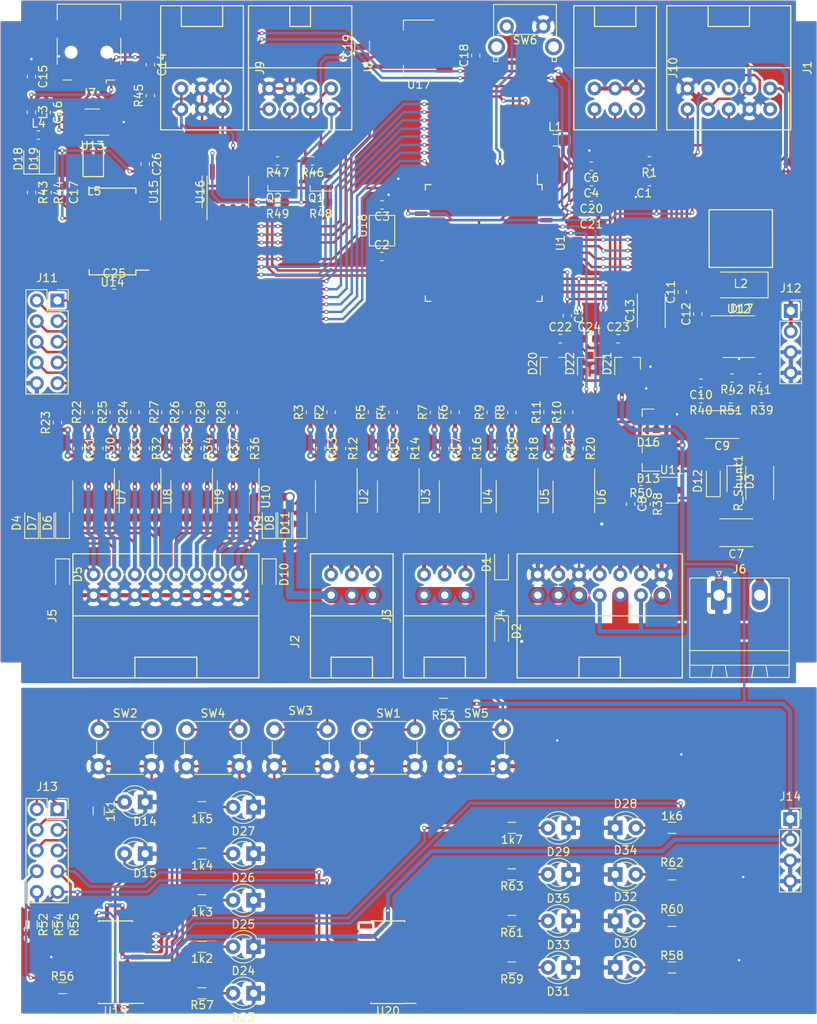
<source format=kicad_pcb>
(kicad_pcb (version 20171130) (host pcbnew "(5.1.5)-3")
  (layers (0 F.Cu signal) (31 B.Cu signal) (34 B.Paste user) (35 F.Paste user) (36 B.SilkS user) (37 F.SilkS user) (38 B.Mask user) (39 F.Mask user) (44 Edge.Cuts user))
  (net 0 "")
  (net 1 RESET)
  (net 2 GND)
  (net 3 "Net-(C2-Pad2)")
  (net 4 "Net-(C3-Pad2)")
  (net 5 "Net-(C4-Pad2)")
  (net 6 +5V)
  (net 7 "Net-(C6-Pad2)")
  (net 8 +12V)
  (net 9 "Net-(J2-Pad3)")
  (net 10 "Net-(J2-Pad2)")
  (net 11 "Net-(J2-Pad1)")
  (net 12 "Net-(J3-Pad1)")
  (net 13 "Net-(J3-Pad2)")
  (net 14 "Net-(J3-Pad3)")
  (net 15 "Net-(R12-Pad2)")
  (net 16 RGB1_ROT)
  (net 17 "Net-(R13-Pad2)")
  (net 18 RGB1_GRUEN)
  (net 19 RGB1_BLAU)
  (net 20 "Net-(R14-Pad2)")
  (net 21 "Net-(R15-Pad2)")
  (net 22 RGB2_ROT)
  (net 23 RGB2_GRUEN)
  (net 24 "Net-(R16-Pad2)")
  (net 25 "Net-(R17-Pad2)")
  (net 26 RGB2_BLAU)
  (net 27 "Net-(R18-Pad2)")
  (net 28 "Net-(R19-Pad2)")
  (net 29 PWM_PUMPE)
  (net 30 "Net-(R10-Pad1)")
  (net 31 "Net-(R11-Pad1)")
  (net 32 HEIZUNG)
  (net 33 SM1_1)
  (net 34 "Net-(R22-Pad1)")
  (net 35 "Net-(R23-Pad1)")
  (net 36 SM1_2)
  (net 37 SM1_3)
  (net 38 "Net-(R24-Pad1)")
  (net 39 SM1_4)
  (net 40 "Net-(R25-Pad1)")
  (net 41 SM2_1)
  (net 42 "Net-(R26-Pad1)")
  (net 43 "Net-(R27-Pad1)")
  (net 44 SM2_2)
  (net 45 SM2_3)
  (net 46 "Net-(R28-Pad1)")
  (net 47 "Net-(R29-Pad1)")
  (net 48 SM2_4)
  (net 49 UART_RXD)
  (net 50 UART_TXD)
  (net 51 UART_DIR)
  (net 52 "Net-(U1-Pad7)")
  (net 53 "Net-(U1-Pad8)")
  (net 54 "Net-(U1-Pad17)")
  (net 55 "Net-(U1-Pad18)")
  (net 56 "Net-(U1-Pad19)")
  (net 57 I²C_SCL)
  (net 58 I²C_SDA)
  (net 59 "Net-(U1-Pad27)")
  (net 60 "Net-(U1-Pad28)")
  (net 61 "Net-(U1-Pad29)")
  (net 62 "Net-(U1-Pad30)")
  (net 63 TDI)
  (net 64 TDO)
  (net 65 TMS)
  (net 66 TCK)
  (net 67 Voltage_Controle)
  (net 68 Current_Controle)
  (net 69 "Net-(J4-Pad6)")
  (net 70 "Net-(J4-Pad5)")
  (net 71 "Net-(J4-Pad4)")
  (net 72 "Net-(J4-Pad2)")
  (net 73 PWM_LUEFTER1)
  (net 74 PWM_LUEFTER2)
  (net 75 "Net-(C7-Pad1)")
  (net 76 "Net-(C11-Pad1)")
  (net 77 "Net-(C12-Pad1)")
  (net 78 "Net-(C12-Pad2)")
  (net 79 "Net-(R41-Pad2)")
  (net 80 "Net-(C14-Pad2)")
  (net 81 "Net-(C14-Pad1)")
  (net 82 "Net-(C16-Pad2)")
  (net 83 "Net-(C17-Pad2)")
  (net 84 "Net-(D18-Pad1)")
  (net 85 "Net-(D19-Pad1)")
  (net 86 "Net-(J7-Pad4)")
  (net 87 "Net-(J7-Pad3)")
  (net 88 "Net-(J7-Pad2)")
  (net 89 "Net-(L5-Pad2)")
  (net 90 "Net-(L5-Pad4)")
  (net 91 "Net-(R43-Pad2)")
  (net 92 "Net-(R44-Pad2)")
  (net 93 "Net-(U14-Pad5)")
  (net 94 "Net-(U14-Pad2)")
  (net 95 "Net-(U14-Pad1)")
  (net 96 "Net-(U14-Pad3)")
  (net 97 "Net-(U14-Pad12)")
  (net 98 "Net-(U14-Pad13)")
  (net 99 "Net-(U14-Pad14)")
  (net 100 "Net-(U14-Pad27)")
  (net 101 "Net-(U14-Pad28)")
  (net 102 "Net-(J1-Pad8)")
  (net 103 +3V3)
  (net 104 GND_HUMI1)
  (net 105 GND_HUMI2)
  (net 106 NOT-AUS)
  (net 107 INPUT1)
  (net 108 INPUT2)
  (net 109 "Net-(J8-Pad5)")
  (net 110 "Net-(J8-Pad6)")
  (net 111 "Net-(J9-Pad1)")
  (net 112 "Net-(J9-Pad3)")
  (net 113 NOTAUS)
  (net 114 Stop)
  (net 115 Start)
  (net 116 Dbg2)
  (net 117 Dbg1)
  (net 118 SR_Latch)
  (net 119 SR_Daten)
  (net 120 SR_Takt)
  (net 121 +5C)
  (net 122 "Net-(U18-Pad1)")
  (net 123 "Net-(U18-Pad3)")
  (net 124 "Net-(D4-Pad1)")
  (net 125 "Net-(D5-Pad1)")
  (net 126 "Net-(D6-Pad1)")
  (net 127 "Net-(D7-Pad1)")
  (net 128 "Net-(D8-Pad1)")
  (net 129 "Net-(D9-Pad1)")
  (net 130 "Net-(D10-Pad1)")
  (net 131 "Net-(D11-Pad1)")
  (net 132 /Frontpannel/SR_Takt-)
  (net 133 /Frontpannel/SR_Daten-)
  (net 134 /Frontpannel/SR_Latch-)
  (net 135 /Frontpannel/Dbg1-)
  (net 136 /Frontpannel/Dbg2-)
  (net 137 /Frontpannel/START-)
  (net 138 /Frontpannel/STOP-)
  (net 139 /Frontpannel/NOTAUS-)
  (net 140 /Frontpannel/RESET-)
  (net 141 "Net-(R38-Pad1)")
  (net 142 "Net-(R39-Pad2)")
  (net 143 "Net-(1k1-Pad1)")
  (net 144 "Net-(1k2-Pad2)")
  (net 145 "Net-(1k2-Pad1)")
  (net 146 "Net-(1k3-Pad1)")
  (net 147 "Net-(1k3-Pad2)")
  (net 148 "Net-(1k4-Pad2)")
  (net 149 "Net-(1k4-Pad1)")
  (net 150 "Net-(1k5-Pad1)")
  (net 151 "Net-(1k5-Pad2)")
  (net 152 "Net-(1k6-Pad2)")
  (net 153 "Net-(1k6-Pad1)")
  (net 154 "Net-(1k7-Pad1)")
  (net 155 "Net-(1k7-Pad2)")
  (net 156 "Net-(D15-Pad2)")
  (net 157 "Net-(D23-Pad2)")
  (net 158 "Net-(D30-Pad2)")
  (net 159 "Net-(D31-Pad2)")
  (net 160 "Net-(D32-Pad2)")
  (net 161 "Net-(D33-Pad2)")
  (net 162 "Net-(D34-Pad2)")
  (net 163 "Net-(D35-Pad2)")
  (net 164 "Net-(R56-Pad2)")
  (net 165 "Net-(R57-Pad2)")
  (net 166 "Net-(R58-Pad2)")
  (net 167 "Net-(R59-Pad2)")
  (net 168 "Net-(R60-Pad2)")
  (net 169 "Net-(R61-Pad2)")
  (net 170 "Net-(R62-Pad2)")
  (net 171 "Net-(R63-Pad2)")
  (net 172 "Net-(U19-Pad9)")
  (net 173 "Net-(U20-Pad9)")
  (net 174 "Net-(U20-Pad7)")
  (net 175 "Net-(U20-Pad6)")
  (net 176 Adress_Press2)
  (net 177 Adress_Press1)
  (module Conn_Lib:Wanne_6Pol (layer F.Cu) (at 148.59 55.88 270)
    (fp_text reference J10 (at 0 -7.12 90) (layer F.SilkS))
    (fp_text value Inputs)
    (pad 6 thru_hole circle (at 2.54 2.54 270) (size 1.7 1.7) (drill 0.9) (layers *.Cu *.Mask) (net 6 +5V))
    (pad 5 thru_hole circle (at 2.54 0 270) (size 1.7 1.7) (drill 0.9) (layers *.Cu *.Mask) (net 6 +5V))
    (pad 4 thru_hole circle (at 2.54 -2.54 270) (size 1.7 1.7) (drill 0.9) (layers *.Cu *.Mask) (net 6 +5V))
    (pad 3 thru_hole circle (at 5.08 2.54 270) (size 1.7 1.7) (drill 0.9) (layers *.Cu *.Mask) (net 107 INPUT1))
    (pad 2 thru_hole circle (at 5.08 0 270) (size 1.7 1.7) (drill 0.9) (layers *.Cu *.Mask) (net 108 INPUT2))
    (pad 1 thru_hole circle (at 5.08 -2.54 270) (size 1.7 1.7) (drill 0.9) (layers *.Cu *.Mask) (net 106 NOT-AUS))
  )
  (module Conn_Lib:Wanne_6Pol (layer F.Cu) (at 97.79 55.88 270)
    (fp_text reference J9 (at 0 -7.12 90) (layer F.SilkS))
    (fp_text value RS485)
    (pad 1 thru_hole circle (at 5.08 -2.54 270) (size 1.7 1.7) (drill 0.9) (layers *.Cu *.Mask) (net 111 "Net-(J9-Pad1)"))
    (pad 2 thru_hole circle (at 5.08 0 270) (size 1.7 1.7) (drill 0.9) (layers *.Cu *.Mask) (net 2 GND))
    (pad 3 thru_hole circle (at 5.08 2.54 270) (size 1.7 1.7) (drill 0.9) (layers *.Cu *.Mask) (net 112 "Net-(J9-Pad3)"))
    (pad 4 thru_hole circle (at 2.54 -2.54 270) (size 1.7 1.7) (drill 0.9) (layers *.Cu *.Mask) (net 111 "Net-(J9-Pad1)"))
    (pad 5 thru_hole circle (at 2.54 0 270) (size 1.7 1.7) (drill 0.9) (layers *.Cu *.Mask) (net 2 GND))
    (pad 6 thru_hole circle (at 2.54 2.54 270) (size 1.7 1.7) (drill 0.9) (layers *.Cu *.Mask) (net 112 "Net-(J9-Pad3)"))
  )
  (module LED_THT:LED_D3.0mm_IRBlack (layer F.Cu) (at 90.805 146.05 180)
    (fp_text reference D14 (at 0.0254 -2.3876) (layer F.SilkS))
    (fp_text value Dbg.)
    (pad 2 thru_hole circle (at 2.54 0 180) (size 1.8 1.8) (drill 0.9) (layers *.Cu *.Mask) (net 143 "Net-(1k1-Pad1)"))
    (pad 1 thru_hole rect (at 0 0 180) (size 1.8 1.8) (drill 0.9) (layers *.Cu *.Mask) (net 2 GND))
  )
  (module LED_THT:LED_D3.0mm_IRBlack (layer F.Cu) (at 90.805 152.4 180)
    (fp_text reference D15 (at 0.0254 -2.3876) (layer F.SilkS))
    (fp_text value ON/OFF)
    (pad 2 thru_hole circle (at 2.54 0 180) (size 1.8 1.8) (drill 0.9) (layers *.Cu *.Mask) (net 156 "Net-(D15-Pad2)"))
    (pad 1 thru_hole rect (at 0 0 180) (size 1.8 1.8) (drill 0.9) (layers *.Cu *.Mask) (net 2 GND))
  )
  (module Connector_PinSocket_2.54mm:PinSocket_1x04_P2.54mm_Vertical (layer F.Cu) (at 170.1165 148.1455)
    (fp_text reference J14 (at 0 -2.77) (layer F.SilkS))
    (fp_text value Conn_01x04)
    (pad 4 thru_hole oval (at 0 7.62) (size 1.7 1.7) (drill 1) (layers *.Cu *.Mask) (net 2 GND))
    (pad 3 thru_hole oval (at 0 5.08) (size 1.7 1.7) (drill 1) (layers *.Cu *.Mask) (net 2 GND))
    (pad 2 thru_hole oval (at 0 2.54) (size 1.7 1.7) (drill 1) (layers *.Cu *.Mask) (net 6 +5V))
    (pad 1 thru_hole rect (at 0 0) (size 1.7 1.7) (drill 1) (layers *.Cu *.Mask) (net 6 +5V))
  )
  (module Button_Switch_THT:SW_Tactile_SPST_Angled_PTS645Vx31-2LFS (layer F.Cu) (at 135.255 50.8)
    (fp_text reference SW6 (at 2.25 1.68) (layer F.SilkS))
    (fp_text value SW_DIP_x01)
    (pad "" thru_hole circle (at -1.25 2.49) (size 2.1 2.1) (drill 1.3) (layers *.Cu *.Mask))
    (pad 1 thru_hole circle (at 0 0) (size 1.75 1.75) (drill 0.99) (layers *.Cu *.Mask) (net 176 Adress_Press2))
    (pad 2 thru_hole circle (at 4.5 0) (size 1.75 1.75) (drill 0.99) (layers *.Cu *.Mask) (net 2 GND))
    (pad "" thru_hole circle (at 5.76 2.49) (size 2.1 2.1) (drill 1.3) (layers *.Cu *.Mask))
  )
  (module Resistor_SMD:R_0603_1608Metric_Pad1.05x0.95mm_HandSolder (layer F.Cu) (at 162.8 96.52 180)
    (fp_text reference R51 (at 0 -1.43) (layer F.SilkS))
    (fp_text value 100k)
    (pad 2 smd roundrect (at 0.875 0 180) (size 1.05 0.95) (layers F.Cu F.Paste F.Mask) (net 67 Voltage_Controle))
    (pad 1 smd roundrect (at -0.875 0 180) (size 1.05 0.95) (layers F.Cu F.Paste F.Mask) (net 142 "Net-(R39-Pad2)"))
  )
  (module Resistor_SMD:R_0603_1608Metric_Pad1.05x0.95mm_HandSolder (layer F.Cu) (at 151.765 106.68 180)
    (fp_text reference R50 (at 0 -1.43) (layer F.SilkS))
    (fp_text value 100k)
    (pad 2 smd roundrect (at 0.875 0 180) (size 1.05 0.95) (layers F.Cu F.Paste F.Mask) (net 68 Current_Controle))
    (pad 1 smd roundrect (at -0.875 0 180) (size 1.05 0.95) (layers F.Cu F.Paste F.Mask) (net 141 "Net-(R38-Pad1)"))
  )
  (module Connector_PinSocket_2.54mm:PinSocket_2x05_P2.54mm_Vertical (layer F.Cu) (at 80.01 146.939)
    (fp_text reference J13 (at -1.27 -2.77) (layer F.SilkS))
    (fp_text value Frontpannel)
    (pad 10 thru_hole oval (at -2.54 10.16) (size 1.7 1.7) (drill 1) (layers *.Cu *.Mask) (net 2 GND))
    (pad 9 thru_hole oval (at 0 10.16) (size 1.7 1.7) (drill 1) (layers *.Cu *.Mask) (net 132 /Frontpannel/SR_Takt-))
    (pad 8 thru_hole oval (at -2.54 7.62) (size 1.7 1.7) (drill 1) (layers *.Cu *.Mask) (net 133 /Frontpannel/SR_Daten-))
    (pad 7 thru_hole oval (at 0 7.62) (size 1.7 1.7) (drill 1) (layers *.Cu *.Mask) (net 134 /Frontpannel/SR_Latch-))
    (pad 6 thru_hole oval (at -2.54 5.08) (size 1.7 1.7) (drill 1) (layers *.Cu *.Mask) (net 135 /Frontpannel/Dbg1-))
    (pad 5 thru_hole oval (at 0 5.08) (size 1.7 1.7) (drill 1) (layers *.Cu *.Mask) (net 136 /Frontpannel/Dbg2-))
    (pad 4 thru_hole oval (at -2.54 2.54) (size 1.7 1.7) (drill 1) (layers *.Cu *.Mask) (net 137 /Frontpannel/START-))
    (pad 3 thru_hole oval (at 0 2.54) (size 1.7 1.7) (drill 1) (layers *.Cu *.Mask) (net 138 /Frontpannel/STOP-))
    (pad 2 thru_hole oval (at -2.54 0) (size 1.7 1.7) (drill 1) (layers *.Cu *.Mask) (net 139 /Frontpannel/NOTAUS-))
    (pad 1 thru_hole rect (at 0 0) (size 1.7 1.7) (drill 1) (layers *.Cu *.Mask) (net 140 /Frontpannel/RESET-))
  )
  (module Connector_PinSocket_2.54mm:PinSocket_1x04_P2.54mm_Vertical (layer F.Cu) (at 170.18 85.725)
    (fp_text reference J12 (at 0 -2.77) (layer F.SilkS))
    (fp_text value Conn_01x04)
    (pad 4 thru_hole oval (at 0 7.62) (size 1.7 1.7) (drill 1) (layers *.Cu *.Mask) (net 2 GND))
    (pad 3 thru_hole oval (at 0 5.08) (size 1.7 1.7) (drill 1) (layers *.Cu *.Mask) (net 2 GND))
    (pad 2 thru_hole oval (at 0 2.54) (size 1.7 1.7) (drill 1) (layers *.Cu *.Mask) (net 6 +5V))
    (pad 1 thru_hole rect (at 0 0) (size 1.7 1.7) (drill 1) (layers *.Cu *.Mask) (net 6 +5V))
  )
  (module Connector_PinSocket_2.54mm:PinSocket_2x05_P2.54mm_Vertical (layer F.Cu) (at 80.01 84.455)
    (fp_text reference J11 (at -1.27 -2.77) (layer F.SilkS))
    (fp_text value Frontpannel)
    (pad 10 thru_hole oval (at -2.54 10.16) (size 1.7 1.7) (drill 1) (layers *.Cu *.Mask) (net 2 GND))
    (pad 9 thru_hole oval (at 0 10.16) (size 1.7 1.7) (drill 1) (layers *.Cu *.Mask) (net 120 SR_Takt))
    (pad 8 thru_hole oval (at -2.54 7.62) (size 1.7 1.7) (drill 1) (layers *.Cu *.Mask) (net 119 SR_Daten))
    (pad 7 thru_hole oval (at 0 7.62) (size 1.7 1.7) (drill 1) (layers *.Cu *.Mask) (net 118 SR_Latch))
    (pad 6 thru_hole oval (at -2.54 5.08) (size 1.7 1.7) (drill 1) (layers *.Cu *.Mask) (net 117 Dbg1))
    (pad 5 thru_hole oval (at 0 5.08) (size 1.7 1.7) (drill 1) (layers *.Cu *.Mask) (net 116 Dbg2))
    (pad 4 thru_hole oval (at -2.54 2.54) (size 1.7 1.7) (drill 1) (layers *.Cu *.Mask) (net 115 Start))
    (pad 3 thru_hole oval (at 0 2.54) (size 1.7 1.7) (drill 1) (layers *.Cu *.Mask) (net 114 Stop))
    (pad 2 thru_hole oval (at -2.54 0) (size 1.7 1.7) (drill 1) (layers *.Cu *.Mask) (net 113 NOTAUS))
    (pad 1 thru_hole rect (at 0 0) (size 1.7 1.7) (drill 1) (layers *.Cu *.Mask) (net 1 RESET))
  )
  (module Capacitor_SMD:C_0603_1608Metric_Pad1.05x0.95mm_HandSolder (layer F.Cu) (at 145.655 69.85 180)
    (fp_text reference C4 (at 0 -1.43) (layer F.SilkS))
    (fp_text value 10nF)
    (pad 2 smd roundrect (at 0.875 0 180) (size 1.05 0.95) (layers F.Cu F.Paste F.Mask) (net 5 "Net-(C4-Pad2)"))
    (pad 1 smd roundrect (at -0.875 0 180) (size 1.05 0.95) (layers F.Cu F.Paste F.Mask) (net 2 GND))
  )
  (module Package_TO_SOT_SMD:SOT-323_SC-70_Handsoldering (layer F.Cu) (at 106.62 69.85 180)
    (fp_text reference Q2 (at 0 -2) (layer F.SilkS))
    (fp_text value BS170)
    (pad 3 smd rect (at 1.33 0 90) (size 0.45 1.5) (layers F.Cu F.Paste F.Mask) (net 110 "Net-(J8-Pad6)"))
    (pad 2 smd rect (at -1.33 0.65 90) (size 0.45 1.5) (layers F.Cu F.Paste F.Mask) (net 103 +3V3))
    (pad 1 smd rect (at -1.33 -0.65 90) (size 0.45 1.5) (layers F.Cu F.Paste F.Mask) (net 58 I²C_SDA))
  )
  (module Capacitor_SMD:C_0603_1608Metric_Pad1.05x0.95mm_HandSolder (layer F.Cu) (at 90.805 67.705 270)
    (fp_text reference C26 (at 0 -1.43 90) (layer F.SilkS))
    (fp_text value 100nF)
    (pad 2 smd roundrect (at 0.875 0 270) (size 1.05 0.95) (layers F.Cu F.Paste F.Mask) (net 121 +5C))
    (pad 1 smd roundrect (at -0.875 0 270) (size 1.05 0.95) (layers F.Cu F.Paste F.Mask) (net 2 GND))
  )
  (module Capacitor_SMD:C_0603_1608Metric_Pad1.05x0.95mm_HandSolder (layer F.Cu) (at 86.995 82.55)
    (fp_text reference C25 (at 0 -1.43) (layer F.SilkS))
    (fp_text value 100nF)
    (pad 2 smd roundrect (at 0.875 0) (size 1.05 0.95) (layers F.Cu F.Paste F.Mask) (net 121 +5C))
    (pad 1 smd roundrect (at -0.875 0) (size 1.05 0.95) (layers F.Cu F.Paste F.Mask) (net 2 GND))
  )
  (module Package_SO:SOIC-8_3.9x4.9mm_P1.27mm (layer F.Cu) (at 100.965 71.12 90)
    (fp_text reference U16 (at 0 -3.4 90) (layer F.SilkS))
    (fp_text value MAX3072E)
    (pad 8 smd roundrect (at 2.475 -1.905 90) (size 1.95 0.6) (layers F.Cu F.Paste F.Mask) (net 6 +5V))
    (pad 7 smd roundrect (at 2.475 -0.635 90) (size 1.95 0.6) (layers F.Cu F.Paste F.Mask) (net 111 "Net-(J9-Pad1)"))
    (pad 6 smd roundrect (at 2.475 0.635 90) (size 1.95 0.6) (layers F.Cu F.Paste F.Mask) (net 112 "Net-(J9-Pad3)"))
    (pad 5 smd roundrect (at 2.475 1.905 90) (size 1.95 0.6) (layers F.Cu F.Paste F.Mask) (net 2 GND))
    (pad 4 smd roundrect (at -2.475 1.905 90) (size 1.95 0.6) (layers F.Cu F.Paste F.Mask) (net 50 UART_TXD))
    (pad 3 smd roundrect (at -2.475 0.635 90) (size 1.95 0.6) (layers F.Cu F.Paste F.Mask) (net 51 UART_DIR))
    (pad 2 smd roundrect (at -2.475 -0.635 90) (size 1.95 0.6) (layers F.Cu F.Paste F.Mask) (net 51 UART_DIR))
    (pad 1 smd roundrect (at -2.475 -1.905 90) (size 1.95 0.6) (layers F.Cu F.Paste F.Mask) (net 49 UART_RXD))
  )
  (module Package_SO:SOIC-8_3.9x4.9mm_P1.27mm (layer F.Cu) (at 95.25 71.12 90)
    (fp_text reference U15 (at 0 -3.4 90) (layer F.SilkS))
    (fp_text value MAX3072E)
    (pad 8 smd roundrect (at 2.475 -1.905 90) (size 1.95 0.6) (layers F.Cu F.Paste F.Mask) (net 121 +5C))
    (pad 7 smd roundrect (at 2.475 -0.635 90) (size 1.95 0.6) (layers F.Cu F.Paste F.Mask) (net 111 "Net-(J9-Pad1)"))
    (pad 6 smd roundrect (at 2.475 0.635 90) (size 1.95 0.6) (layers F.Cu F.Paste F.Mask) (net 112 "Net-(J9-Pad3)"))
    (pad 5 smd roundrect (at 2.475 1.905 90) (size 1.95 0.6) (layers F.Cu F.Paste F.Mask) (net 2 GND))
    (pad 4 smd roundrect (at -2.475 1.905 90) (size 1.95 0.6) (layers F.Cu F.Paste F.Mask) (net 95 "Net-(U14-Pad1)"))
    (pad 3 smd roundrect (at -2.475 0.635 90) (size 1.95 0.6) (layers F.Cu F.Paste F.Mask) (net 98 "Net-(U14-Pad13)"))
    (pad 2 smd roundrect (at -2.475 -0.635 90) (size 1.95 0.6) (layers F.Cu F.Paste F.Mask) (net 98 "Net-(U14-Pad13)"))
    (pad 1 smd roundrect (at -2.475 -1.905 90) (size 1.95 0.6) (layers F.Cu F.Paste F.Mask) (net 93 "Net-(U14-Pad5)"))
  )
  (module Package_TO_SOT_SMD:SOT-23-6_Handsoldering (layer F.Cu) (at 84.3 62.545 180)
    (fp_text reference U13 (at 0 -2.9) (layer F.SilkS))
    (fp_text value WE_TVS)
    (pad 5 smd rect (at 1.35 0 180) (size 1.56 0.65) (layers F.Cu F.Paste F.Mask) (net 121 +5C))
    (pad 6 smd rect (at 1.35 -0.95 180) (size 1.56 0.65) (layers F.Cu F.Paste F.Mask) (net 87 "Net-(J7-Pad3)"))
    (pad 4 smd rect (at 1.35 0.95 180) (size 1.56 0.65) (layers F.Cu F.Paste F.Mask) (net 87 "Net-(J7-Pad3)"))
    (pad 3 smd rect (at -1.35 0.95 180) (size 1.56 0.65) (layers F.Cu F.Paste F.Mask) (net 88 "Net-(J7-Pad2)"))
    (pad 2 smd rect (at -1.35 0 180) (size 1.56 0.65) (layers F.Cu F.Paste F.Mask) (net 2 GND))
    (pad 1 smd rect (at -1.35 -0.95 180) (size 1.56 0.65) (layers F.Cu F.Paste F.Mask) (net 88 "Net-(J7-Pad2)"))
  )
  (module Resistor_SMD:R_0603_1608Metric_Pad1.05x0.95mm_HandSolder (layer F.Cu) (at 91.44 59.295 90)
    (fp_text reference R45 (at 0 -1.43 90) (layer F.SilkS))
    (fp_text value 120R)
    (pad 2 smd roundrect (at 0.875 0 90) (size 1.05 0.95) (layers F.Cu F.Paste F.Mask) (net 111 "Net-(J9-Pad1)"))
    (pad 1 smd roundrect (at -0.875 0 90) (size 1.05 0.95) (layers F.Cu F.Paste F.Mask) (net 112 "Net-(J9-Pad3)"))
  )
  (module Resistor_SMD:R_0603_1608Metric_Pad1.05x0.95mm_HandSolder (layer F.Cu) (at 78.74 71.185 270)
    (fp_text reference R44 (at 0 -1.43 90) (layer F.SilkS))
    (fp_text value 1k)
    (pad 2 smd roundrect (at 0.875 0 270) (size 1.05 0.95) (layers F.Cu F.Paste F.Mask) (net 92 "Net-(R44-Pad2)"))
    (pad 1 smd roundrect (at -0.875 0 270) (size 1.05 0.95) (layers F.Cu F.Paste F.Mask) (net 85 "Net-(D19-Pad1)"))
  )
  (module Resistor_SMD:R_0603_1608Metric_Pad1.05x0.95mm_HandSolder (layer F.Cu) (at 76.835 71.185 270)
    (fp_text reference R43 (at 0 -1.43 90) (layer F.SilkS))
    (fp_text value 1k)
    (pad 2 smd roundrect (at 0.875 0 270) (size 1.05 0.95) (layers F.Cu F.Paste F.Mask) (net 91 "Net-(R43-Pad2)"))
    (pad 1 smd roundrect (at -0.875 0 270) (size 1.05 0.95) (layers F.Cu F.Paste F.Mask) (net 84 "Net-(D18-Pad1)"))
  )
  (module Inductor_SMD:L_0603_1608Metric_Pad1.05x0.95mm_HandSolder (layer F.Cu) (at 77.685 64.135)
    (fp_text reference L4 (at 0 -1.43) (layer F.SilkS))
    (fp_text value L)
    (pad 2 smd roundrect (at 0.875 0) (size 1.05 0.95) (layers F.Cu F.Paste F.Mask) (net 121 +5C))
    (pad 1 smd roundrect (at -0.875 0) (size 1.05 0.95) (layers F.Cu F.Paste F.Mask) (net 82 "Net-(C16-Pad2)"))
  )
  (module Inductor_SMD:L_0603_1608Metric_Pad1.05x0.95mm_HandSolder (layer F.Cu) (at 76.81 61.34 270)
    (fp_text reference L3 (at 0 -1.43 90) (layer F.SilkS))
    (fp_text value L)
    (pad 2 smd roundrect (at 0.875 0 270) (size 1.05 0.95) (layers F.Cu F.Paste F.Mask) (net 82 "Net-(C16-Pad2)"))
    (pad 1 smd roundrect (at -0.875 0 270) (size 1.05 0.95) (layers F.Cu F.Paste F.Mask) (net 81 "Net-(C14-Pad1)"))
  )
  (module Connector_USB:USB_Mini-B_Lumberg_2486_01_Horizontal (layer F.Cu) (at 83.895 53.965 180)
    (fp_text reference J7 (at 0 -5) (layer F.SilkS))
    (fp_text value USB_B_Mini)
    (pad "" np_thru_hole circle (at 2.2 0 180) (size 1 1) (drill 1) (layers *.Cu *.Mask))
    (pad "" np_thru_hole circle (at -2.2 0 180) (size 1 1) (drill 1) (layers *.Cu *.Mask))
    (pad 6 smd rect (at 4.45 2.85 180) (size 2 1.7) (layers F.Cu F.Paste F.Mask) (net 80 "Net-(C14-Pad2)"))
    (pad 6 smd rect (at 4.45 -2.6 180) (size 2 1.7) (layers F.Cu F.Paste F.Mask) (net 80 "Net-(C14-Pad2)"))
    (pad 6 smd rect (at -4.45 2.85 180) (size 2 1.7) (layers F.Cu F.Paste F.Mask) (net 80 "Net-(C14-Pad2)"))
    (pad 6 smd rect (at -4.45 -2.6 180) (size 2 1.7) (layers F.Cu F.Paste F.Mask) (net 80 "Net-(C14-Pad2)"))
    (pad 5 smd rect (at 1.6 -2.7 180) (size 0.5 2) (layers F.Cu F.Paste F.Mask) (net 2 GND))
    (pad 4 smd rect (at 0.8 -2.7 180) (size 0.5 2) (layers F.Cu F.Paste F.Mask) (net 86 "Net-(J7-Pad4)"))
    (pad 3 smd rect (at 0 -2.7 180) (size 0.5 2) (layers F.Cu F.Paste F.Mask) (net 87 "Net-(J7-Pad3)"))
    (pad 2 smd rect (at -0.8 -2.7 180) (size 0.5 2) (layers F.Cu F.Paste F.Mask) (net 88 "Net-(J7-Pad2)"))
    (pad 1 smd rect (at -1.6 -2.7 180) (size 0.5 2) (layers F.Cu F.Paste F.Mask) (net 81 "Net-(C14-Pad1)"))
  )
  (module LED_SMD:LED_0805_2012Metric_Pad1.15x1.40mm_HandSolder (layer F.Cu) (at 78.74 67.065 90)
    (fp_text reference D19 (at 0 -1.65 90) (layer F.SilkS))
    (fp_text value LED)
    (pad 2 smd roundrect (at 1.025 0 90) (size 1.15 1.4) (layers F.Cu F.Paste F.Mask) (roundrect_rratio 0.217391) (net 121 +5C))
    (pad 1 smd roundrect (at -1.025 0 90) (size 1.15 1.4) (layers F.Cu F.Paste F.Mask) (roundrect_rratio 0.217391) (net 85 "Net-(D19-Pad1)"))
  )
  (module LED_SMD:LED_0805_2012Metric_Pad1.15x1.40mm_HandSolder (layer F.Cu) (at 76.835 67.065 90)
    (fp_text reference D18 (at 0 -1.65 90) (layer F.SilkS))
    (fp_text value LED)
    (pad 2 smd roundrect (at 1.025 0 90) (size 1.15 1.4) (layers F.Cu F.Paste F.Mask) (roundrect_rratio 0.217391) (net 121 +5C))
    (pad 1 smd roundrect (at -1.025 0 90) (size 1.15 1.4) (layers F.Cu F.Paste F.Mask) (roundrect_rratio 0.217391) (net 84 "Net-(D18-Pad1)"))
  )
  (module Capacitor_SMD:C_0603_1608Metric_Pad1.05x0.95mm_HandSolder (layer F.Cu) (at 78.63 61.355 270)
    (fp_text reference C16 (at 0 -1.43 90) (layer F.SilkS))
    (fp_text value 100nF)
    (pad 2 smd roundrect (at 0.875 0 270) (size 1.05 0.95) (layers F.Cu F.Paste F.Mask) (net 82 "Net-(C16-Pad2)"))
    (pad 1 smd roundrect (at -0.875 0 270) (size 1.05 0.95) (layers F.Cu F.Paste F.Mask) (net 2 GND))
  )
  (module Capacitor_SMD:C_0603_1608Metric_Pad1.05x0.95mm_HandSolder (layer F.Cu) (at 76.81 56.955 270)
    (fp_text reference C15 (at 0 -1.43 90) (layer F.SilkS))
    (fp_text value 100nF)
    (pad 2 smd roundrect (at 0.875 0 270) (size 1.05 0.95) (layers F.Cu F.Paste F.Mask) (net 80 "Net-(C14-Pad2)"))
    (pad 1 smd roundrect (at -0.875 0 270) (size 1.05 0.95) (layers F.Cu F.Paste F.Mask) (net 2 GND))
  )
  (module Capacitor_SMD:C_0603_1608Metric_Pad1.05x0.95mm_HandSolder (layer F.Cu) (at 91.44 55.485 270)
    (fp_text reference C14 (at 0 -1.43 90) (layer F.SilkS))
    (fp_text value 100nF)
    (pad 2 smd roundrect (at 0.875 0 270) (size 1.05 0.95) (layers F.Cu F.Paste F.Mask) (net 80 "Net-(C14-Pad2)"))
    (pad 1 smd roundrect (at -0.875 0 270) (size 1.05 0.95) (layers F.Cu F.Paste F.Mask) (net 81 "Net-(C14-Pad1)"))
  )
  (module Resistor_SMD:R_0603_1608Metric_Pad1.05x0.95mm_HandSolder (layer F.Cu) (at 140.335 98.185 90)
    (fp_text reference R11 (at 0 -1.43 90) (layer F.SilkS))
    (fp_text value 160R)
    (pad 2 smd roundrect (at 0.875 0 90) (size 1.05 0.95) (layers F.Cu F.Paste F.Mask) (net 32 HEIZUNG))
    (pad 1 smd roundrect (at -0.875 0 90) (size 1.05 0.95) (layers F.Cu F.Paste F.Mask) (net 31 "Net-(R11-Pad1)"))
  )
  (module Capacitor_SMD:C_0603_1608Metric_Pad1.05x0.95mm_HandSolder (layer F.Cu) (at 152.795 69.85 180)
    (fp_text reference C1 (at 0.635 -1.43 180) (layer F.SilkS))
    (fp_text value 10nF)
    (pad 2 smd roundrect (at 0.875 0 180) (size 1.05 0.95) (layers F.Cu F.Paste F.Mask) (net 2 GND))
    (pad 1 smd roundrect (at -0.875 0 180) (size 1.05 0.95) (layers F.Cu F.Paste F.Mask) (net 1 RESET))
  )
  (module Capacitor_SMD:C_0603_1608Metric_Pad1.05x0.95mm_HandSolder (layer F.Cu) (at 119.895 79.06)
    (fp_text reference C2 (at 0 -1.43) (layer F.SilkS))
    (fp_text value 22pF)
    (pad 2 smd roundrect (at 0.875 0) (size 1.05 0.95) (layers F.Cu F.Paste F.Mask) (net 3 "Net-(C2-Pad2)"))
    (pad 1 smd roundrect (at -0.875 0) (size 1.05 0.95) (layers F.Cu F.Paste F.Mask) (net 2 GND))
  )
  (module Capacitor_SMD:C_0603_1608Metric_Pad1.05x0.95mm_HandSolder (layer F.Cu) (at 119.925 72.72 180)
    (fp_text reference C3 (at 0 -1.43) (layer F.SilkS))
    (fp_text value 22pF)
    (pad 2 smd roundrect (at 0.875 0 180) (size 1.05 0.95) (layers F.Cu F.Paste F.Mask) (net 4 "Net-(C3-Pad2)"))
    (pad 1 smd roundrect (at -0.875 0 180) (size 1.05 0.95) (layers F.Cu F.Paste F.Mask) (net 2 GND))
  )
  (module Capacitor_SMD:C_0603_1608Metric_Pad1.05x0.95mm_HandSolder (layer F.Cu) (at 142.71 86.325 270)
    (fp_text reference C5 (at 0 -1.43 90) (layer F.SilkS))
    (fp_text value 100nF)
    (pad 2 smd roundrect (at 0.875 0 270) (size 1.05 0.95) (layers F.Cu F.Paste F.Mask) (net 2 GND))
    (pad 1 smd roundrect (at -0.875 0 270) (size 1.05 0.95) (layers F.Cu F.Paste F.Mask) (net 6 +5V))
  )
  (module Capacitor_SMD:C_0603_1608Metric_Pad1.05x0.95mm_HandSolder (layer F.Cu) (at 145.655 67.945 180)
    (fp_text reference C6 (at 0 -1.43) (layer F.SilkS))
    (fp_text value 100nF)
    (pad 2 smd roundrect (at 0.875 0 180) (size 1.05 0.95) (layers F.Cu F.Paste F.Mask) (net 7 "Net-(C6-Pad2)"))
    (pad 1 smd roundrect (at -0.875 0 180) (size 1.05 0.95) (layers F.Cu F.Paste F.Mask) (net 2 GND))
  )
  (module Diode_SMD:D_SOD-323_HandSoldering (layer F.Cu) (at 134.62 116.86 90)
    (fp_text reference D1 (at 0 -1.85 90) (layer F.SilkS))
    (fp_text value 1N4148)
    (pad 2 smd rect (at 1.25 0 90) (size 1 1) (layers F.Cu F.Paste F.Mask) (net 2 GND))
    (pad 1 smd rect (at -1.25 0 90) (size 1 1) (layers F.Cu F.Paste F.Mask) (net 8 +12V))
  )
  (module Diode_SMD:D_SOD-323_HandSoldering (layer F.Cu) (at 134.62 125.075 270)
    (fp_text reference D2 (at 0 -1.85 90) (layer F.SilkS))
    (fp_text value 1N4148)
    (pad 2 smd rect (at 1.25 0 270) (size 1 1) (layers F.Cu F.Paste F.Mask) (net 2 GND))
    (pad 1 smd rect (at -1.25 0 270) (size 1 1) (layers F.Cu F.Paste F.Mask) (net 8 +12V))
  )
  (module Diode_SMD:D_SOD-323_HandSoldering (layer F.Cu) (at 76.835 111.78 90)
    (fp_text reference D4 (at 0 -1.85 90) (layer F.SilkS))
    (fp_text value 1N4148)
    (pad 2 smd rect (at 1.25 0 90) (size 1 1) (layers F.Cu F.Paste F.Mask) (net 2 GND))
    (pad 1 smd rect (at -1.25 0 90) (size 1 1) (layers F.Cu F.Paste F.Mask) (net 124 "Net-(D4-Pad1)"))
  )
  (module Diode_SMD:D_SOD-323_HandSoldering (layer F.Cu) (at 80.645 118.09 270)
    (fp_text reference D5 (at 0 -1.85 90) (layer F.SilkS))
    (fp_text value 1N4148)
    (pad 2 smd rect (at 1.25 0 270) (size 1 1) (layers F.Cu F.Paste F.Mask) (net 2 GND))
    (pad 1 smd rect (at -1.25 0 270) (size 1 1) (layers F.Cu F.Paste F.Mask) (net 125 "Net-(D5-Pad1)"))
  )
  (module Diode_SMD:D_SOD-323_HandSoldering (layer F.Cu) (at 80.645 111.78 90)
    (fp_text reference D6 (at 0 -1.85 90) (layer F.SilkS))
    (fp_text value 1N4148)
    (pad 2 smd rect (at 1.25 0 90) (size 1 1) (layers F.Cu F.Paste F.Mask) (net 2 GND))
    (pad 1 smd rect (at -1.25 0 90) (size 1 1) (layers F.Cu F.Paste F.Mask) (net 126 "Net-(D6-Pad1)"))
  )
  (module Diode_SMD:D_SOD-323_HandSoldering (layer F.Cu) (at 78.74 111.78 90)
    (fp_text reference D7 (at 0 -1.85 90) (layer F.SilkS))
    (fp_text value 1N4148)
    (pad 2 smd rect (at 1.25 0 90) (size 1 1) (layers F.Cu F.Paste F.Mask) (net 2 GND))
    (pad 1 smd rect (at -1.25 0 90) (size 1 1) (layers F.Cu F.Paste F.Mask) (net 127 "Net-(D7-Pad1)"))
  )
  (module Diode_SMD:D_SOD-323_HandSoldering (layer F.Cu) (at 107.95 111.78 90)
    (fp_text reference D8 (at 0 -1.85 90) (layer F.SilkS))
    (fp_text value 1N4148)
    (pad 2 smd rect (at 1.25 0 90) (size 1 1) (layers F.Cu F.Paste F.Mask) (net 2 GND))
    (pad 1 smd rect (at -1.25 0 90) (size 1 1) (layers F.Cu F.Paste F.Mask) (net 128 "Net-(D8-Pad1)"))
  )
  (module Diode_SMD:D_SOD-323_HandSoldering (layer F.Cu) (at 106.045 111.78 90)
    (fp_text reference D9 (at 0 -1.27 90) (layer F.SilkS))
    (fp_text value 1N4148)
    (pad 2 smd rect (at 1.25 0 90) (size 1 1) (layers F.Cu F.Paste F.Mask) (net 2 GND))
    (pad 1 smd rect (at -1.25 0 90) (size 1 1) (layers F.Cu F.Paste F.Mask) (net 129 "Net-(D9-Pad1)"))
  )
  (module Diode_SMD:D_SOD-323_HandSoldering (layer F.Cu) (at 106.045 118.09 270)
    (fp_text reference D10 (at 0 -1.85 90) (layer F.SilkS))
    (fp_text value 1N4148)
    (pad 2 smd rect (at 1.25 0 270) (size 1 1) (layers F.Cu F.Paste F.Mask) (net 2 GND))
    (pad 1 smd rect (at -1.25 0 270) (size 1 1) (layers F.Cu F.Paste F.Mask) (net 130 "Net-(D10-Pad1)"))
  )
  (module Diode_SMD:D_SOD-323_HandSoldering (layer F.Cu) (at 109.855 111.78 90)
    (fp_text reference D11 (at 0 -1.85 90) (layer F.SilkS))
    (fp_text value 1N4148)
    (pad 2 smd rect (at 1.25 0 90) (size 1 1) (layers F.Cu F.Paste F.Mask) (net 2 GND))
    (pad 1 smd rect (at -1.25 0 90) (size 1 1) (layers F.Cu F.Paste F.Mask) (net 131 "Net-(D11-Pad1)"))
  )
  (module Inductor_SMD:L_0805_2012Metric_Pad1.15x1.40mm_HandSolder (layer F.Cu) (at 141.215 64.77)
    (fp_text reference L1 (at 0 -1.65) (layer F.SilkS))
    (fp_text value 10uH)
    (pad 2 smd roundrect (at 1.025 0) (size 1.15 1.4) (layers F.Cu F.Paste F.Mask) (roundrect_rratio 0.217391) (net 7 "Net-(C6-Pad2)"))
    (pad 1 smd roundrect (at -1.025 0) (size 1.15 1.4) (layers F.Cu F.Paste F.Mask) (roundrect_rratio 0.217391) (net 6 +5V))
  )
  (module Resistor_SMD:R_0603_1608Metric_Pad1.05x0.95mm_HandSolder (layer F.Cu) (at 152.795 67.31 180)
    (fp_text reference R1 (at 0 -1.43) (layer F.SilkS))
    (fp_text value R)
    (pad 2 smd roundrect (at 0.875 0 180) (size 1.05 0.95) (layers F.Cu F.Paste F.Mask) (net 1 RESET))
    (pad 1 smd roundrect (at -0.875 0 180) (size 1.05 0.95) (layers F.Cu F.Paste F.Mask) (net 6 +5V))
  )
  (module Resistor_SMD:R_0603_1608Metric_Pad1.05x0.95mm_HandSolder (layer F.Cu) (at 113.665 98.185 90)
    (fp_text reference R2 (at 0 -1.43 90) (layer F.SilkS))
    (fp_text value 160R)
    (pad 2 smd roundrect (at 0.875 0 90) (size 1.05 0.95) (layers F.Cu F.Paste F.Mask) (net 18 RGB1_GRUEN))
    (pad 1 smd roundrect (at -0.875 0 90) (size 1.05 0.95) (layers F.Cu F.Paste F.Mask) (net 15 "Net-(R12-Pad2)"))
  )
  (module Resistor_SMD:R_0603_1608Metric_Pad1.05x0.95mm_HandSolder (layer F.Cu) (at 111.125 98.185 90)
    (fp_text reference R3 (at 0 -1.43 90) (layer F.SilkS))
    (fp_text value 160R)
    (pad 2 smd roundrect (at 0.875 0 90) (size 1.05 0.95) (layers F.Cu F.Paste F.Mask) (net 19 RGB1_BLAU))
    (pad 1 smd roundrect (at -0.875 0 90) (size 1.05 0.95) (layers F.Cu F.Paste F.Mask) (net 17 "Net-(R13-Pad2)"))
  )
  (module Resistor_SMD:R_0603_1608Metric_Pad1.05x0.95mm_HandSolder (layer F.Cu) (at 121.285 98.185 90)
    (fp_text reference R4 (at 0 -1.43 90) (layer F.SilkS))
    (fp_text value 160R)
    (pad 2 smd roundrect (at 0.875 0 90) (size 1.05 0.95) (layers F.Cu F.Paste F.Mask) (net 26 RGB2_BLAU))
    (pad 1 smd roundrect (at -0.875 0 90) (size 1.05 0.95) (layers F.Cu F.Paste F.Mask) (net 20 "Net-(R14-Pad2)"))
  )
  (module Resistor_SMD:R_0603_1608Metric_Pad1.05x0.95mm_HandSolder (layer F.Cu) (at 118.745 98.185 90)
    (fp_text reference R5 (at 0 -1.43 90) (layer F.SilkS))
    (fp_text value 160R)
    (pad 2 smd roundrect (at 0.875 0 90) (size 1.05 0.95) (layers F.Cu F.Paste F.Mask) (net 16 RGB1_ROT))
    (pad 1 smd roundrect (at -0.875 0 90) (size 1.05 0.95) (layers F.Cu F.Paste F.Mask) (net 21 "Net-(R15-Pad2)"))
  )
  (module Resistor_SMD:R_0603_1608Metric_Pad1.05x0.95mm_HandSolder (layer F.Cu) (at 128.905 98.185 90)
    (fp_text reference R6 (at 0 -1.43 90) (layer F.SilkS))
    (fp_text value 160R)
    (pad 2 smd roundrect (at 0.875 0 90) (size 1.05 0.95) (layers F.Cu F.Paste F.Mask) (net 22 RGB2_ROT))
    (pad 1 smd roundrect (at -0.875 0 90) (size 1.05 0.95) (layers F.Cu F.Paste F.Mask) (net 24 "Net-(R16-Pad2)"))
  )
  (module Resistor_SMD:R_0603_1608Metric_Pad1.05x0.95mm_HandSolder (layer F.Cu) (at 126.365 98.185 90)
    (fp_text reference R7 (at 0 -1.43 90) (layer F.SilkS))
    (fp_text value 160R)
    (pad 2 smd roundrect (at 0.875 0 90) (size 1.05 0.95) (layers F.Cu F.Paste F.Mask) (net 23 RGB2_GRUEN))
    (pad 1 smd roundrect (at -0.875 0 90) (size 1.05 0.95) (layers F.Cu F.Paste F.Mask) (net 25 "Net-(R17-Pad2)"))
  )
  (module Resistor_SMD:R_0603_1608Metric_Pad1.05x0.95mm_HandSolder (layer F.Cu) (at 135.89 98.185 90)
    (fp_text reference R8 (at 0 -1.43 90) (layer F.SilkS))
    (fp_text value 160R)
    (pad 2 smd roundrect (at 0.875 0 90) (size 1.05 0.95) (layers F.Cu F.Paste F.Mask) (net 73 PWM_LUEFTER1))
    (pad 1 smd roundrect (at -0.875 0 90) (size 1.05 0.95) (layers F.Cu F.Paste F.Mask) (net 27 "Net-(R18-Pad2)"))
  )
  (module Resistor_SMD:R_0603_1608Metric_Pad1.05x0.95mm_HandSolder (layer F.Cu) (at 133.35 98.185 90)
    (fp_text reference R9 (at 0 -1.43 90) (layer F.SilkS))
    (fp_text value 160R)
    (pad 2 smd roundrect (at 0.875 0 90) (size 1.05 0.95) (layers F.Cu F.Paste F.Mask) (net 74 PWM_LUEFTER2))
    (pad 1 smd roundrect (at -0.875 0 90) (size 1.05 0.95) (layers F.Cu F.Paste F.Mask) (net 28 "Net-(R19-Pad2)"))
  )
  (module Resistor_SMD:R_0603_1608Metric_Pad1.05x0.95mm_HandSolder (layer F.Cu) (at 142.875 98.185 90)
    (fp_text reference R10 (at 0 -1.43 90) (layer F.SilkS))
    (fp_text value 160R)
    (pad 2 smd roundrect (at 0.875 0 90) (size 1.05 0.95) (layers F.Cu F.Paste F.Mask) (net 29 PWM_PUMPE))
    (pad 1 smd roundrect (at -0.875 0 90) (size 1.05 0.95) (layers F.Cu F.Paste F.Mask) (net 30 "Net-(R10-Pad1)"))
  )
  (module Resistor_SMD:R_0603_1608Metric_Pad1.05x0.95mm_HandSolder (layer F.Cu) (at 114.935 102.63 270)
    (fp_text reference R12 (at 0 -1.43 90) (layer F.SilkS))
    (fp_text value 10k)
    (pad 2 smd roundrect (at 0.875 0 270) (size 1.05 0.95) (layers F.Cu F.Paste F.Mask) (net 15 "Net-(R12-Pad2)"))
    (pad 1 smd roundrect (at -0.875 0 270) (size 1.05 0.95) (layers F.Cu F.Paste F.Mask) (net 2 GND))
  )
  (module Resistor_SMD:R_0603_1608Metric_Pad1.05x0.95mm_HandSolder (layer F.Cu) (at 112.395 102.63 270)
    (fp_text reference R13 (at 0 -1.43 90) (layer F.SilkS))
    (fp_text value 10k)
    (pad 2 smd roundrect (at 0.875 0 270) (size 1.05 0.95) (layers F.Cu F.Paste F.Mask) (net 17 "Net-(R13-Pad2)"))
    (pad 1 smd roundrect (at -0.875 0 270) (size 1.05 0.95) (layers F.Cu F.Paste F.Mask) (net 2 GND))
  )
  (module Resistor_SMD:R_0603_1608Metric_Pad1.05x0.95mm_HandSolder (layer F.Cu) (at 122.555 102.63 270)
    (fp_text reference R14 (at 0 -1.43 90) (layer F.SilkS))
    (fp_text value 10k)
    (pad 2 smd roundrect (at 0.875 0 270) (size 1.05 0.95) (layers F.Cu F.Paste F.Mask) (net 20 "Net-(R14-Pad2)"))
    (pad 1 smd roundrect (at -0.875 0 270) (size 1.05 0.95) (layers F.Cu F.Paste F.Mask) (net 2 GND))
  )
  (module Resistor_SMD:R_0603_1608Metric_Pad1.05x0.95mm_HandSolder (layer F.Cu) (at 120.015 102.63 270)
    (fp_text reference R15 (at 0 -1.43 90) (layer F.SilkS))
    (fp_text value 10k)
    (pad 2 smd roundrect (at 0.875 0 270) (size 1.05 0.95) (layers F.Cu F.Paste F.Mask) (net 21 "Net-(R15-Pad2)"))
    (pad 1 smd roundrect (at -0.875 0 270) (size 1.05 0.95) (layers F.Cu F.Paste F.Mask) (net 2 GND))
  )
  (module Resistor_SMD:R_0603_1608Metric_Pad1.05x0.95mm_HandSolder (layer F.Cu) (at 130.175 102.63 270)
    (fp_text reference R16 (at 0 -1.43 90) (layer F.SilkS))
    (fp_text value 10k)
    (pad 2 smd roundrect (at 0.875 0 270) (size 1.05 0.95) (layers F.Cu F.Paste F.Mask) (net 24 "Net-(R16-Pad2)"))
    (pad 1 smd roundrect (at -0.875 0 270) (size 1.05 0.95) (layers F.Cu F.Paste F.Mask) (net 2 GND))
  )
  (module Resistor_SMD:R_0603_1608Metric_Pad1.05x0.95mm_HandSolder (layer F.Cu) (at 127.635 102.63 270)
    (fp_text reference R17 (at 0 -1.43 90) (layer F.SilkS))
    (fp_text value 10k)
    (pad 2 smd roundrect (at 0.875 0 270) (size 1.05 0.95) (layers F.Cu F.Paste F.Mask) (net 25 "Net-(R17-Pad2)"))
    (pad 1 smd roundrect (at -0.875 0 270) (size 1.05 0.95) (layers F.Cu F.Paste F.Mask) (net 2 GND))
  )
  (module Resistor_SMD:R_0603_1608Metric_Pad1.05x0.95mm_HandSolder (layer F.Cu) (at 137.16 102.63 270)
    (fp_text reference R18 (at 0 -1.43 90) (layer F.SilkS))
    (fp_text value 10k)
    (pad 2 smd roundrect (at 0.875 0 270) (size 1.05 0.95) (layers F.Cu F.Paste F.Mask) (net 27 "Net-(R18-Pad2)"))
    (pad 1 smd roundrect (at -0.875 0 270) (size 1.05 0.95) (layers F.Cu F.Paste F.Mask) (net 2 GND))
  )
  (module Resistor_SMD:R_0603_1608Metric_Pad1.05x0.95mm_HandSolder (layer F.Cu) (at 134.62 102.63 270)
    (fp_text reference R19 (at 0 -1.43 90) (layer F.SilkS))
    (fp_text value 10k)
    (pad 2 smd roundrect (at 0.875 0 270) (size 1.05 0.95) (layers F.Cu F.Paste F.Mask) (net 28 "Net-(R19-Pad2)"))
    (pad 1 smd roundrect (at -0.875 0 270) (size 1.05 0.95) (layers F.Cu F.Paste F.Mask) (net 2 GND))
  )
  (module Resistor_SMD:R_0603_1608Metric_Pad1.05x0.95mm_HandSolder (layer F.Cu) (at 144.145 102.63 270)
    (fp_text reference R20 (at 0 -1.43 90) (layer F.SilkS))
    (fp_text value 10k)
    (pad 2 smd roundrect (at 0.875 0 270) (size 1.05 0.95) (layers F.Cu F.Paste F.Mask) (net 30 "Net-(R10-Pad1)"))
    (pad 1 smd roundrect (at -0.875 0 270) (size 1.05 0.95) (layers F.Cu F.Paste F.Mask) (net 2 GND))
  )
  (module Resistor_SMD:R_0603_1608Metric_Pad1.05x0.95mm_HandSolder (layer F.Cu) (at 141.605 102.63 270)
    (fp_text reference R21 (at 0 -1.43 90) (layer F.SilkS))
    (fp_text value 10k)
    (pad 2 smd roundrect (at 0.875 0 270) (size 1.05 0.95) (layers F.Cu F.Paste F.Mask) (net 31 "Net-(R11-Pad1)"))
    (pad 1 smd roundrect (at -0.875 0 270) (size 1.05 0.95) (layers F.Cu F.Paste F.Mask) (net 2 GND))
  )
  (module Resistor_SMD:R_0603_1608Metric_Pad1.05x0.95mm_HandSolder (layer F.Cu) (at 83.82 98.185 90)
    (fp_text reference R22 (at 0 -1.43 90) (layer F.SilkS))
    (fp_text value 160R)
    (pad 2 smd roundrect (at 0.875 0 90) (size 1.05 0.95) (layers F.Cu F.Paste F.Mask) (net 33 SM1_1))
    (pad 1 smd roundrect (at -0.875 0 90) (size 1.05 0.95) (layers F.Cu F.Paste F.Mask) (net 34 "Net-(R22-Pad1)"))
  )
  (module Resistor_SMD:R_0603_1608Metric_Pad1.05x0.95mm_HandSolder (layer F.Cu) (at 80.01 99.455 90)
    (fp_text reference R23 (at 0 -1.43 90) (layer F.SilkS))
    (fp_text value 160R)
    (pad 2 smd roundrect (at 0.875 0 90) (size 1.05 0.95) (layers F.Cu F.Paste F.Mask) (net 36 SM1_2))
    (pad 1 smd roundrect (at -0.875 0 90) (size 1.05 0.95) (layers F.Cu F.Paste F.Mask) (net 35 "Net-(R23-Pad1)"))
  )
  (module Resistor_SMD:R_0603_1608Metric_Pad1.05x0.95mm_HandSolder (layer F.Cu) (at 89.535 98.185 90)
    (fp_text reference R24 (at 0 -1.43 90) (layer F.SilkS))
    (fp_text value 160R)
    (pad 2 smd roundrect (at 0.875 0 90) (size 1.05 0.95) (layers F.Cu F.Paste F.Mask) (net 37 SM1_3))
    (pad 1 smd roundrect (at -0.875 0 90) (size 1.05 0.95) (layers F.Cu F.Paste F.Mask) (net 38 "Net-(R24-Pad1)"))
  )
  (module Resistor_SMD:R_0603_1608Metric_Pad1.05x0.95mm_HandSolder (layer F.Cu) (at 86.995 98.185 90)
    (fp_text reference R25 (at 0 -1.43 90) (layer F.SilkS))
    (fp_text value 160R)
    (pad 2 smd roundrect (at 0.875 0 90) (size 1.05 0.95) (layers F.Cu F.Paste F.Mask) (net 39 SM1_4))
    (pad 1 smd roundrect (at -0.875 0 90) (size 1.05 0.95) (layers F.Cu F.Paste F.Mask) (net 40 "Net-(R25-Pad1)"))
  )
  (module Resistor_SMD:R_0603_1608Metric_Pad1.05x0.95mm_HandSolder (layer F.Cu) (at 95.885 98.185 90)
    (fp_text reference R26 (at 0 -1.43 90) (layer F.SilkS))
    (fp_text value 160R)
    (pad 2 smd roundrect (at 0.875 0 90) (size 1.05 0.95) (layers F.Cu F.Paste F.Mask) (net 41 SM2_1))
    (pad 1 smd roundrect (at -0.875 0 90) (size 1.05 0.95) (layers F.Cu F.Paste F.Mask) (net 42 "Net-(R26-Pad1)"))
  )
  (module Resistor_SMD:R_0603_1608Metric_Pad1.05x0.95mm_HandSolder (layer F.Cu) (at 93.345 98.185 90)
    (fp_text reference R27 (at 0 -1.43 90) (layer F.SilkS))
    (fp_text value 160R)
    (pad 2 smd roundrect (at 0.875 0 90) (size 1.05 0.95) (layers F.Cu F.Paste F.Mask) (net 44 SM2_2))
    (pad 1 smd roundrect (at -0.875 0 90) (size 1.05 0.95) (layers F.Cu F.Paste F.Mask) (net 43 "Net-(R27-Pad1)"))
  )
  (module Resistor_SMD:R_0603_1608Metric_Pad1.05x0.95mm_HandSolder (layer F.Cu) (at 101.6 98.185 90)
    (fp_text reference R28 (at 0 -1.43 90) (layer F.SilkS))
    (fp_text value 160R)
    (pad 2 smd roundrect (at 0.875 0 90) (size 1.05 0.95) (layers F.Cu F.Paste F.Mask) (net 45 SM2_3))
    (pad 1 smd roundrect (at -0.875 0 90) (size 1.05 0.95) (layers F.Cu F.Paste F.Mask) (net 46 "Net-(R28-Pad1)"))
  )
  (module Resistor_SMD:R_0603_1608Metric_Pad1.05x0.95mm_HandSolder (layer F.Cu) (at 99.06 98.185 90)
    (fp_text reference R29 (at 0 -1.43 90) (layer F.SilkS))
    (fp_text value 160R)
    (pad 2 smd roundrect (at 0.875 0 90) (size 1.05 0.95) (layers F.Cu F.Paste F.Mask) (net 48 SM2_4))
    (pad 1 smd roundrect (at -0.875 0 90) (size 1.05 0.95) (layers F.Cu F.Paste F.Mask) (net 47 "Net-(R29-Pad1)"))
  )
  (module Resistor_SMD:R_0603_1608Metric_Pad1.05x0.95mm_HandSolder (layer F.Cu) (at 85.09 102.63 270)
    (fp_text reference R30 (at 0 -1.43 90) (layer F.SilkS))
    (fp_text value 10k)
    (pad 2 smd roundrect (at 0.875 0 270) (size 1.05 0.95) (layers F.Cu F.Paste F.Mask) (net 34 "Net-(R22-Pad1)"))
    (pad 1 smd roundrect (at -0.875 0 270) (size 1.05 0.95) (layers F.Cu F.Paste F.Mask) (net 2 GND))
  )
  (module Resistor_SMD:R_0603_1608Metric_Pad1.05x0.95mm_HandSolder (layer F.Cu) (at 82.55 102.63 270)
    (fp_text reference R31 (at 0 -1.43 90) (layer F.SilkS))
    (fp_text value 10k)
    (pad 2 smd roundrect (at 0.875 0 270) (size 1.05 0.95) (layers F.Cu F.Paste F.Mask) (net 35 "Net-(R23-Pad1)"))
    (pad 1 smd roundrect (at -0.875 0 270) (size 1.05 0.95) (layers F.Cu F.Paste F.Mask) (net 2 GND))
  )
  (module Resistor_SMD:R_0603_1608Metric_Pad1.05x0.95mm_HandSolder (layer F.Cu) (at 90.805 102.63 270)
    (fp_text reference R32 (at 0 -1.43 90) (layer F.SilkS))
    (fp_text value 10k)
    (pad 2 smd roundrect (at 0.875 0 270) (size 1.05 0.95) (layers F.Cu F.Paste F.Mask) (net 38 "Net-(R24-Pad1)"))
    (pad 1 smd roundrect (at -0.875 0 270) (size 1.05 0.95) (layers F.Cu F.Paste F.Mask) (net 2 GND))
  )
  (module Resistor_SMD:R_0603_1608Metric_Pad1.05x0.95mm_HandSolder (layer F.Cu) (at 88.265 102.63 270)
    (fp_text reference R33 (at 0 -1.43 90) (layer F.SilkS))
    (fp_text value 10k)
    (pad 2 smd roundrect (at 0.875 0 270) (size 1.05 0.95) (layers F.Cu F.Paste F.Mask) (net 40 "Net-(R25-Pad1)"))
    (pad 1 smd roundrect (at -0.875 0 270) (size 1.05 0.95) (layers F.Cu F.Paste F.Mask) (net 2 GND))
  )
  (module Resistor_SMD:R_0603_1608Metric_Pad1.05x0.95mm_HandSolder (layer F.Cu) (at 97.155 102.63 270)
    (fp_text reference R34 (at 0 -1.43 90) (layer F.SilkS))
    (fp_text value 10k)
    (pad 2 smd roundrect (at 0.875 0 270) (size 1.05 0.95) (layers F.Cu F.Paste F.Mask) (net 42 "Net-(R26-Pad1)"))
    (pad 1 smd roundrect (at -0.875 0 270) (size 1.05 0.95) (layers F.Cu F.Paste F.Mask) (net 2 GND))
  )
  (module Resistor_SMD:R_0603_1608Metric_Pad1.05x0.95mm_HandSolder (layer F.Cu) (at 94.615 102.63 270)
    (fp_text reference R35 (at 0 -1.43 90) (layer F.SilkS))
    (fp_text value 10k)
    (pad 2 smd roundrect (at 0.875 0 270) (size 1.05 0.95) (layers F.Cu F.Paste F.Mask) (net 43 "Net-(R27-Pad1)"))
    (pad 1 smd roundrect (at -0.875 0 270) (size 1.05 0.95) (layers F.Cu F.Paste F.Mask) (net 2 GND))
  )
  (module Resistor_SMD:R_0603_1608Metric_Pad1.05x0.95mm_HandSolder (layer F.Cu) (at 102.87 102.63 270)
    (fp_text reference R36 (at 0 -1.43 90) (layer F.SilkS))
    (fp_text value 10k)
    (pad 2 smd roundrect (at 0.875 0 270) (size 1.05 0.95) (layers F.Cu F.Paste F.Mask) (net 46 "Net-(R28-Pad1)"))
    (pad 1 smd roundrect (at -0.875 0 270) (size 1.05 0.95) (layers F.Cu F.Paste F.Mask) (net 2 GND))
  )
  (module Resistor_SMD:R_0603_1608Metric_Pad1.05x0.95mm_HandSolder (layer F.Cu) (at 100.33 102.63 270)
    (fp_text reference R37 (at 0 -1.43 90) (layer F.SilkS))
    (fp_text value 10k)
    (pad 2 smd roundrect (at 0.875 0 270) (size 1.05 0.95) (layers F.Cu F.Paste F.Mask) (net 47 "Net-(R29-Pad1)"))
    (pad 1 smd roundrect (at -0.875 0 270) (size 1.05 0.95) (layers F.Cu F.Paste F.Mask) (net 2 GND))
  )
  (module Package_QFP:TQFP-64_14x14mm_P0.8mm (layer F.Cu) (at 132.43 77.39 270)
    (fp_text reference U1 (at 0 -9.45 90) (layer F.SilkS))
    (fp_text value ATmega64-16AU)
    (pad 64 smd rect (at -6 -7.7) (size 1.5 0.55) (layers F.Cu F.Paste F.Mask) (net 7 "Net-(C6-Pad2)"))
    (pad 63 smd rect (at -5.2 -7.7) (size 1.5 0.55) (layers F.Cu F.Paste F.Mask) (net 2 GND))
    (pad 62 smd rect (at -4.4 -7.7) (size 1.5 0.55) (layers F.Cu F.Paste F.Mask) (net 5 "Net-(C4-Pad2)"))
    (pad 61 smd rect (at -3.6 -7.7) (size 1.5 0.55) (layers F.Cu F.Paste F.Mask) (net 104 GND_HUMI1))
    (pad 60 smd rect (at -2.8 -7.7) (size 1.5 0.55) (layers F.Cu F.Paste F.Mask) (net 105 GND_HUMI2))
    (pad 59 smd rect (at -2 -7.7) (size 1.5 0.55) (layers F.Cu F.Paste F.Mask) (net 67 Voltage_Controle))
    (pad 58 smd rect (at -1.2 -7.7) (size 1.5 0.55) (layers F.Cu F.Paste F.Mask) (net 68 Current_Controle))
    (pad 57 smd rect (at -0.4 -7.7) (size 1.5 0.55) (layers F.Cu F.Paste F.Mask) (net 66 TCK))
    (pad 56 smd rect (at 0.4 -7.7) (size 1.5 0.55) (layers F.Cu F.Paste F.Mask) (net 65 TMS))
    (pad 55 smd rect (at 1.2 -7.7) (size 1.5 0.55) (layers F.Cu F.Paste F.Mask) (net 64 TDO))
    (pad 54 smd rect (at 2 -7.7) (size 1.5 0.55) (layers F.Cu F.Paste F.Mask) (net 63 TDI))
    (pad 53 smd rect (at 2.8 -7.7) (size 1.5 0.55) (layers F.Cu F.Paste F.Mask) (net 2 GND))
    (pad 52 smd rect (at 3.6 -7.7) (size 1.5 0.55) (layers F.Cu F.Paste F.Mask) (net 6 +5V))
    (pad 51 smd rect (at 4.4 -7.7) (size 1.5 0.55) (layers F.Cu F.Paste F.Mask) (net 107 INPUT1))
    (pad 50 smd rect (at 5.2 -7.7) (size 1.5 0.55) (layers F.Cu F.Paste F.Mask) (net 108 INPUT2))
    (pad 49 smd rect (at 6 -7.7) (size 1.5 0.55) (layers F.Cu F.Paste F.Mask) (net 106 NOT-AUS))
    (pad 48 smd rect (at 7.7 -6 270) (size 1.5 0.55) (layers F.Cu F.Paste F.Mask) (net 29 PWM_PUMPE))
    (pad 47 smd rect (at 7.7 -5.2 270) (size 1.5 0.55) (layers F.Cu F.Paste F.Mask) (net 32 HEIZUNG))
    (pad 46 smd rect (at 7.7 -4.4 270) (size 1.5 0.55) (layers F.Cu F.Paste F.Mask) (net 73 PWM_LUEFTER1))
    (pad 45 smd rect (at 7.7 -3.6 270) (size 1.5 0.55) (layers F.Cu F.Paste F.Mask) (net 74 PWM_LUEFTER2))
    (pad 44 smd rect (at 7.7 -2.8 270) (size 1.5 0.55) (layers F.Cu F.Paste F.Mask) (net 22 RGB2_ROT))
    (pad 43 smd rect (at 7.7 -2 270) (size 1.5 0.55) (layers F.Cu F.Paste F.Mask) (net 23 RGB2_GRUEN))
    (pad 42 smd rect (at 7.7 -1.2 270) (size 1.5 0.55) (layers F.Cu F.Paste F.Mask) (net 26 RGB2_BLAU))
    (pad 41 smd rect (at 7.7 -0.4 270) (size 1.5 0.55) (layers F.Cu F.Paste F.Mask) (net 16 RGB1_ROT))
    (pad 40 smd rect (at 7.7 0.4 270) (size 1.5 0.55) (layers F.Cu F.Paste F.Mask) (net 18 RGB1_GRUEN))
    (pad 39 smd rect (at 7.7 1.2 270) (size 1.5 0.55) (layers F.Cu F.Paste F.Mask) (net 19 RGB1_BLAU))
    (pad 38 smd rect (at 7.7 2 270) (size 1.5 0.55) (layers F.Cu F.Paste F.Mask) (net 45 SM2_3))
    (pad 37 smd rect (at 7.7 2.8 270) (size 1.5 0.55) (layers F.Cu F.Paste F.Mask) (net 48 SM2_4))
    (pad 36 smd rect (at 7.7 3.6 270) (size 1.5 0.55) (layers F.Cu F.Paste F.Mask) (net 41 SM2_1))
    (pad 35 smd rect (at 7.7 4.4 270) (size 1.5 0.55) (layers F.Cu F.Paste F.Mask) (net 44 SM2_2))
    (pad 34 smd rect (at 7.7 5.2 270) (size 1.5 0.55) (layers F.Cu F.Paste F.Mask) (net 37 SM1_3))
    (pad 33 smd rect (at 7.7 6 270) (size 1.5 0.55) (layers F.Cu F.Paste F.Mask) (net 39 SM1_4))
    (pad 32 smd rect (at 6 7.7) (size 1.5 0.55) (layers F.Cu F.Paste F.Mask) (net 33 SM1_1))
    (pad 31 smd rect (at 5.2 7.7) (size 1.5 0.55) (layers F.Cu F.Paste F.Mask) (net 36 SM1_2))
    (pad 30 smd rect (at 4.4 7.7) (size 1.5 0.55) (layers F.Cu F.Paste F.Mask) (net 62 "Net-(U1-Pad30)"))
    (pad 29 smd rect (at 3.6 7.7) (size 1.5 0.55) (layers F.Cu F.Paste F.Mask) (net 61 "Net-(U1-Pad29)"))
    (pad 28 smd rect (at 2.8 7.7) (size 1.5 0.55) (layers F.Cu F.Paste F.Mask) (net 60 "Net-(U1-Pad28)"))
    (pad 27 smd rect (at 2 7.7) (size 1.5 0.55) (layers F.Cu F.Paste F.Mask) (net 59 "Net-(U1-Pad27)"))
    (pad 26 smd rect (at 1.2 7.7) (size 1.5 0.55) (layers F.Cu F.Paste F.Mask) (net 58 I²C_SDA))
    (pad 25 smd rect (at 0.4 7.7) (size 1.5 0.55) (layers F.Cu F.Paste F.Mask) (net 57 I²C_SCL))
    (pad 24 smd rect (at -0.4 7.7) (size 1.5 0.55) (layers F.Cu F.Paste F.Mask) (net 3 "Net-(C2-Pad2)"))
    (pad 23 smd rect (at -1.2 7.7) (size 1.5 0.55) (layers F.Cu F.Paste F.Mask) (net 4 "Net-(C3-Pad2)"))
    (pad 22 smd rect (at -2 7.7) (size 1.5 0.55) (layers F.Cu F.Paste F.Mask) (net 2 GND))
    (pad 21 smd rect (at -2.8 7.7) (size 1.5 0.55) (layers F.Cu F.Paste F.Mask) (net 6 +5V))
    (pad 20 smd rect (at -3.6 7.7) (size 1.5 0.55) (layers F.Cu F.Paste F.Mask) (net 1 RESET))
    (pad 19 smd rect (at -4.4 7.7) (size 1.5 0.55) (layers F.Cu F.Paste F.Mask) (net 56 "Net-(U1-Pad19)"))
    (pad 18 smd rect (at -5.2 7.7) (size 1.5 0.55) (layers F.Cu F.Paste F.Mask) (net 55 "Net-(U1-Pad18)"))
    (pad 17 smd rect (at -6 7.7) (size 1.5 0.55) (layers F.Cu F.Paste F.Mask) (net 54 "Net-(U1-Pad17)"))
    (pad 16 smd rect (at -7.7 6 270) (size 1.5 0.55) (layers F.Cu F.Paste F.Mask) (net 120 SR_Takt))
    (pad 15 smd rect (at -7.7 5.2 270) (size 1.5 0.55) (layers F.Cu F.Paste F.Mask) (net 119 SR_Daten))
    (pad 14 smd rect (at -7.7 4.4 270) (size 1.5 0.55) (layers F.Cu F.Paste F.Mask) (net 118 SR_Latch))
    (pad 13 smd rect (at -7.7 3.6 270) (size 1.5 0.55) (layers F.Cu F.Paste F.Mask) (net 117 Dbg1))
    (pad 12 smd rect (at -7.7 2.8 270) (size 1.5 0.55) (layers F.Cu F.Paste F.Mask) (net 116 Dbg2))
    (pad 11 smd rect (at -7.7 2 270) (size 1.5 0.55) (layers F.Cu F.Paste F.Mask) (net 115 Start))
    (pad 10 smd rect (at -7.7 1.2 270) (size 1.5 0.55) (layers F.Cu F.Paste F.Mask) (net 114 Stop))
    (pad 9 smd rect (at -7.7 0.4 270) (size 1.5 0.55) (layers F.Cu F.Paste F.Mask) (net 113 NOTAUS))
    (pad 8 smd rect (at -7.7 -0.4 270) (size 1.5 0.55) (layers F.Cu F.Paste F.Mask) (net 53 "Net-(U1-Pad8)"))
    (pad 7 smd rect (at -7.7 -1.2 270) (size 1.5 0.55) (layers F.Cu F.Paste F.Mask) (net 52 "Net-(U1-Pad7)"))
    (pad 6 smd rect (at -7.7 -2 270) (size 1.5 0.55) (layers F.Cu F.Paste F.Mask) (net 176 Adress_Press2))
    (pad 5 smd rect (at -7.7 -2.8 270) (size 1.5 0.55) (layers F.Cu F.Paste F.Mask) (net 177 Adress_Press1))
    (pad 4 smd rect (at -7.7 -3.6 270) (size 1.5 0.55) (layers F.Cu F.Paste F.Mask) (net 51 UART_DIR))
    (pad 3 smd rect (at -7.7 -4.4 270) (size 1.5 0.55) (layers F.Cu F.Paste F.Mask) (net 50 UART_TXD))
    (pad 2 smd rect (at -7.7 -5.2 270) (size 1.5 0.55) (layers F.Cu F.Paste F.Mask) (net 49 UART_RXD))
    (pad 1 smd rect (at -7.7 -6 270) (size 1.5 0.55) (layers F.Cu F.Paste F.Mask) (net 6 +5V))
  )
  (module Package_SO:SO-8_3.9x4.9mm_P1.27mm (layer F.Cu) (at 114.3 108.55 270)
    (fp_text reference U2 (at 0 -3.4 90) (layer F.SilkS))
    (fp_text value IRF9313PBF)
    (pad 8 smd roundrect (at 2.575 -1.905 270) (size 1.75 0.6) (layers F.Cu F.Paste F.Mask) (net 10 "Net-(J2-Pad2)"))
    (pad 7 smd roundrect (at 2.575 -0.635 270) (size 1.75 0.6) (layers F.Cu F.Paste F.Mask) (net 10 "Net-(J2-Pad2)"))
    (pad 6 smd roundrect (at 2.575 0.635 270) (size 1.75 0.6) (layers F.Cu F.Paste F.Mask) (net 11 "Net-(J2-Pad1)"))
    (pad 5 smd roundrect (at 2.575 1.905 270) (size 1.75 0.6) (layers F.Cu F.Paste F.Mask) (net 11 "Net-(J2-Pad1)"))
    (pad 4 smd roundrect (at -2.575 1.905 270) (size 1.75 0.6) (layers F.Cu F.Paste F.Mask) (net 17 "Net-(R13-Pad2)"))
    (pad 3 smd roundrect (at -2.575 0.635 270) (size 1.75 0.6) (layers F.Cu F.Paste F.Mask) (net 2 GND))
    (pad 2 smd roundrect (at -2.575 -0.635 270) (size 1.75 0.6) (layers F.Cu F.Paste F.Mask) (net 15 "Net-(R12-Pad2)"))
    (pad 1 smd roundrect (at -2.575 -1.905 270) (size 1.75 0.6) (layers F.Cu F.Paste F.Mask) (net 2 GND))
  )
  (module Package_SO:SO-8_3.9x4.9mm_P1.27mm (layer F.Cu) (at 121.92 108.55 270)
    (fp_text reference U3 (at 0 -3.4 90) (layer F.SilkS))
    (fp_text value IRF9313PBF)
    (pad 8 smd roundrect (at 2.575 -1.905 270) (size 1.75 0.6) (layers F.Cu F.Paste F.Mask) (net 12 "Net-(J3-Pad1)"))
    (pad 7 smd roundrect (at 2.575 -0.635 270) (size 1.75 0.6) (layers F.Cu F.Paste F.Mask) (net 12 "Net-(J3-Pad1)"))
    (pad 6 smd roundrect (at 2.575 0.635 270) (size 1.75 0.6) (layers F.Cu F.Paste F.Mask) (net 9 "Net-(J2-Pad3)"))
    (pad 5 smd roundrect (at 2.575 1.905 270) (size 1.75 0.6) (layers F.Cu F.Paste F.Mask) (net 9 "Net-(J2-Pad3)"))
    (pad 4 smd roundrect (at -2.575 1.905 270) (size 1.75 0.6) (layers F.Cu F.Paste F.Mask) (net 21 "Net-(R15-Pad2)"))
    (pad 3 smd roundrect (at -2.575 0.635 270) (size 1.75 0.6) (layers F.Cu F.Paste F.Mask) (net 2 GND))
    (pad 2 smd roundrect (at -2.575 -0.635 270) (size 1.75 0.6) (layers F.Cu F.Paste F.Mask) (net 20 "Net-(R14-Pad2)"))
    (pad 1 smd roundrect (at -2.575 -1.905 270) (size 1.75 0.6) (layers F.Cu F.Paste F.Mask) (net 2 GND))
  )
  (module Package_SO:SO-8_3.9x4.9mm_P1.27mm (layer F.Cu) (at 129.54 108.55 270)
    (fp_text reference U4 (at 0 -3.4 90) (layer F.SilkS))
    (fp_text value IRF9313PBF)
    (pad 8 smd roundrect (at 2.575 -1.905 270) (size 1.75 0.6) (layers F.Cu F.Paste F.Mask) (net 14 "Net-(J3-Pad3)"))
    (pad 7 smd roundrect (at 2.575 -0.635 270) (size 1.75 0.6) (layers F.Cu F.Paste F.Mask) (net 14 "Net-(J3-Pad3)"))
    (pad 6 smd roundrect (at 2.575 0.635 270) (size 1.75 0.6) (layers F.Cu F.Paste F.Mask) (net 13 "Net-(J3-Pad2)"))
    (pad 5 smd roundrect (at 2.575 1.905 270) (size 1.75 0.6) (layers F.Cu F.Paste F.Mask) (net 13 "Net-(J3-Pad2)"))
    (pad 4 smd roundrect (at -2.575 1.905 270) (size 1.75 0.6) (layers F.Cu F.Paste F.Mask) (net 25 "Net-(R17-Pad2)"))
    (pad 3 smd roundrect (at -2.575 0.635 270) (size 1.75 0.6) (layers F.Cu F.Paste F.Mask) (net 2 GND))
    (pad 2 smd roundrect (at -2.575 -0.635 270) (size 1.75 0.6) (layers F.Cu F.Paste F.Mask) (net 24 "Net-(R16-Pad2)"))
    (pad 1 smd roundrect (at -2.575 -1.905 270) (size 1.75 0.6) (layers F.Cu F.Paste F.Mask) (net 2 GND))
  )
  (module Package_SO:SO-8_3.9x4.9mm_P1.27mm (layer F.Cu) (at 136.525 108.55 270)
    (fp_text reference U5 (at 0 -3.4 90) (layer F.SilkS))
    (fp_text value IRF9313PBF)
    (pad 8 smd roundrect (at 2.575 -1.905 270) (size 1.75 0.6) (layers F.Cu F.Paste F.Mask) (net 71 "Net-(J4-Pad4)"))
    (pad 7 smd roundrect (at 2.575 -0.635 270) (size 1.75 0.6) (layers F.Cu F.Paste F.Mask) (net 71 "Net-(J4-Pad4)"))
    (pad 6 smd roundrect (at 2.575 0.635 270) (size 1.75 0.6) (layers F.Cu F.Paste F.Mask) (net 72 "Net-(J4-Pad2)"))
    (pad 5 smd roundrect (at 2.575 1.905 270) (size 1.75 0.6) (layers F.Cu F.Paste F.Mask) (net 72 "Net-(J4-Pad2)"))
    (pad 4 smd roundrect (at -2.575 1.905 270) (size 1.75 0.6) (layers F.Cu F.Paste F.Mask) (net 28 "Net-(R19-Pad2)"))
    (pad 3 smd roundrect (at -2.575 0.635 270) (size 1.75 0.6) (layers F.Cu F.Paste F.Mask) (net 2 GND))
    (pad 2 smd roundrect (at -2.575 -0.635 270) (size 1.75 0.6) (layers F.Cu F.Paste F.Mask) (net 27 "Net-(R18-Pad2)"))
    (pad 1 smd roundrect (at -2.575 -1.905 270) (size 1.75 0.6) (layers F.Cu F.Paste F.Mask) (net 2 GND))
  )
  (module Package_SO:SO-8_3.9x4.9mm_P1.27mm (layer F.Cu) (at 143.51 108.585 270)
    (fp_text reference U6 (at 0 -3.4 90) (layer F.SilkS))
    (fp_text value IRF9313PBF)
    (pad 8 smd roundrect (at 2.575 -1.905 270) (size 1.75 0.6) (layers F.Cu F.Paste F.Mask) (net 69 "Net-(J4-Pad6)"))
    (pad 7 smd roundrect (at 2.575 -0.635 270) (size 1.75 0.6) (layers F.Cu F.Paste F.Mask) (net 69 "Net-(J4-Pad6)"))
    (pad 6 smd roundrect (at 2.575 0.635 270) (size 1.75 0.6) (layers F.Cu F.Paste F.Mask) (net 70 "Net-(J4-Pad5)"))
    (pad 5 smd roundrect (at 2.575 1.905 270) (size 1.75 0.6) (layers F.Cu F.Paste F.Mask) (net 70 "Net-(J4-Pad5)"))
    (pad 4 smd roundrect (at -2.575 1.905 270) (size 1.75 0.6) (layers F.Cu F.Paste F.Mask) (net 31 "Net-(R11-Pad1)"))
    (pad 3 smd roundrect (at -2.575 0.635 270) (size 1.75 0.6) (layers F.Cu F.Paste F.Mask) (net 2 GND))
    (pad 2 smd roundrect (at -2.575 -0.635 270) (size 1.75 0.6) (layers F.Cu F.Paste F.Mask) (net 30 "Net-(R10-Pad1)"))
    (pad 1 smd roundrect (at -2.575 -1.905 270) (size 1.75 0.6) (layers F.Cu F.Paste F.Mask) (net 2 GND))
  )
  (module Package_SO:SO-8_3.9x4.9mm_P1.27mm (layer F.Cu) (at 84.455 108.55 270)
    (fp_text reference U7 (at 0 -3.4 90) (layer F.SilkS))
    (fp_text value IRF9313PBF)
    (pad 8 smd roundrect (at 2.575 -1.905 270) (size 1.75 0.6) (layers F.Cu F.Paste F.Mask) (net 8 +12V))
    (pad 7 smd roundrect (at 2.575 -0.635 270) (size 1.75 0.6) (layers F.Cu F.Paste F.Mask) (net 8 +12V))
    (pad 6 smd roundrect (at 2.575 0.635 270) (size 1.75 0.6) (layers F.Cu F.Paste F.Mask) (net 8 +12V))
    (pad 5 smd roundrect (at 2.575 1.905 270) (size 1.75 0.6) (layers F.Cu F.Paste F.Mask) (net 8 +12V))
    (pad 4 smd roundrect (at -2.575 1.905 270) (size 1.75 0.6) (layers F.Cu F.Paste F.Mask) (net 35 "Net-(R23-Pad1)"))
    (pad 3 smd roundrect (at -2.575 0.635 270) (size 1.75 0.6) (layers F.Cu F.Paste F.Mask) (net 125 "Net-(D5-Pad1)"))
    (pad 2 smd roundrect (at -2.575 -0.635 270) (size 1.75 0.6) (layers F.Cu F.Paste F.Mask) (net 34 "Net-(R22-Pad1)"))
    (pad 1 smd roundrect (at -2.575 -1.905 270) (size 1.75 0.6) (layers F.Cu F.Paste F.Mask) (net 124 "Net-(D4-Pad1)"))
  )
  (module Package_SO:SO-8_3.9x4.9mm_P1.27mm (layer F.Cu) (at 90.17 108.55 270)
    (fp_text reference U8 (at 0 -3.4 90) (layer F.SilkS))
    (fp_text value IRF9313PBF)
    (pad 8 smd roundrect (at 2.575 -1.905 270) (size 1.75 0.6) (layers F.Cu F.Paste F.Mask) (net 8 +12V))
    (pad 7 smd roundrect (at 2.575 -0.635 270) (size 1.75 0.6) (layers F.Cu F.Paste F.Mask) (net 8 +12V))
    (pad 6 smd roundrect (at 2.575 0.635 270) (size 1.75 0.6) (layers F.Cu F.Paste F.Mask) (net 8 +12V))
    (pad 5 smd roundrect (at 2.575 1.905 270) (size 1.75 0.6) (layers F.Cu F.Paste F.Mask) (net 8 +12V))
    (pad 4 smd roundrect (at -2.575 1.905 270) (size 1.75 0.6) (layers F.Cu F.Paste F.Mask) (net 40 "Net-(R25-Pad1)"))
    (pad 3 smd roundrect (at -2.575 0.635 270) (size 1.75 0.6) (layers F.Cu F.Paste F.Mask) (net 127 "Net-(D7-Pad1)"))
    (pad 2 smd roundrect (at -2.575 -0.635 270) (size 1.75 0.6) (layers F.Cu F.Paste F.Mask) (net 38 "Net-(R24-Pad1)"))
    (pad 1 smd roundrect (at -2.575 -1.905 270) (size 1.75 0.6) (layers F.Cu F.Paste F.Mask) (net 126 "Net-(D6-Pad1)"))
  )
  (module Package_SO:SO-8_3.9x4.9mm_P1.27mm (layer F.Cu) (at 96.52 108.55 270)
    (fp_text reference U9 (at 0 -3.4 90) (layer F.SilkS))
    (fp_text value IRF9313PBF)
    (pad 8 smd roundrect (at 2.575 -1.905 270) (size 1.75 0.6) (layers F.Cu F.Paste F.Mask) (net 8 +12V))
    (pad 7 smd roundrect (at 2.575 -0.635 270) (size 1.75 0.6) (layers F.Cu F.Paste F.Mask) (net 8 +12V))
    (pad 6 smd roundrect (at 2.575 0.635 270) (size 1.75 0.6) (layers F.Cu F.Paste F.Mask) (net 8 +12V))
    (pad 5 smd roundrect (at 2.575 1.905 270) (size 1.75 0.6) (layers F.Cu F.Paste F.Mask) (net 8 +12V))
    (pad 4 smd roundrect (at -2.575 1.905 270) (size 1.75 0.6) (layers F.Cu F.Paste F.Mask) (net 43 "Net-(R27-Pad1)"))
    (pad 3 smd roundrect (at -2.575 0.635 270) (size 1.75 0.6) (layers F.Cu F.Paste F.Mask) (net 129 "Net-(D9-Pad1)"))
    (pad 2 smd roundrect (at -2.575 -0.635 270) (size 1.75 0.6) (layers F.Cu F.Paste F.Mask) (net 42 "Net-(R26-Pad1)"))
    (pad 1 smd roundrect (at -2.575 -1.905 270) (size 1.75 0.6) (layers F.Cu F.Paste F.Mask) (net 128 "Net-(D8-Pad1)"))
  )
  (module Package_SO:SO-8_3.9x4.9mm_P1.27mm (layer F.Cu) (at 102.235 108.55 270)
    (fp_text reference U10 (at 0 -3.4 90) (layer F.SilkS))
    (fp_text value IRF9313PBF)
    (pad 8 smd roundrect (at 2.575 -1.905 270) (size 1.75 0.6) (layers F.Cu F.Paste F.Mask) (net 8 +12V))
    (pad 7 smd roundrect (at 2.575 -0.635 270) (size 1.75 0.6) (layers F.Cu F.Paste F.Mask) (net 8 +12V))
    (pad 6 smd roundrect (at 2.575 0.635 270) (size 1.75 0.6) (layers F.Cu F.Paste F.Mask) (net 8 +12V))
    (pad 5 smd roundrect (at 2.575 1.905 270) (size 1.75 0.6) (layers F.Cu F.Paste F.Mask) (net 8 +12V))
    (pad 4 smd roundrect (at -2.575 1.905 270) (size 1.75 0.6) (layers F.Cu F.Paste F.Mask) (net 47 "Net-(R29-Pad1)"))
    (pad 3 smd roundrect (at -2.575 0.635 270) (size 1.75 0.6) (layers F.Cu F.Paste F.Mask) (net 131 "Net-(D11-Pad1)"))
    (pad 2 smd roundrect (at -2.575 -0.635 270) (size 1.75 0.6) (layers F.Cu F.Paste F.Mask) (net 46 "Net-(R28-Pad1)"))
    (pad 1 smd roundrect (at -2.575 -1.905 270) (size 1.75 0.6) (layers F.Cu F.Paste F.Mask) (net 130 "Net-(D10-Pad1)"))
  )
  (module Capacitor_SMD:C_0603_1608Metric_Pad1.05x0.95mm_HandSolder (layer F.Cu) (at 150.495 109.46 270)
    (fp_text reference C8 (at 0 -1.43 90) (layer F.SilkS))
    (fp_text value 10nF)
    (pad 2 smd roundrect (at 0.875 0 270) (size 1.05 0.95) (layers F.Cu F.Paste F.Mask) (net 2 GND))
    (pad 1 smd roundrect (at -0.875 0 270) (size 1.05 0.95) (layers F.Cu F.Paste F.Mask) (net 68 Current_Controle))
  )
  (module Capacitor_SMD:C_0603_1608Metric_Pad1.05x0.95mm_HandSolder (layer F.Cu) (at 159.145 94.615 180)
    (fp_text reference C10 (at 0 -1.43) (layer F.SilkS))
    (fp_text value 10nF)
    (pad 2 smd roundrect (at 0.875 0 180) (size 1.05 0.95) (layers F.Cu F.Paste F.Mask) (net 2 GND))
    (pad 1 smd roundrect (at -0.875 0 180) (size 1.05 0.95) (layers F.Cu F.Paste F.Mask) (net 67 Voltage_Controle))
  )
  (module Capacitor_SMD:C_0603_1608Metric_Pad1.05x0.95mm_HandSolder (layer F.Cu) (at 156.845 83.425 90)
    (fp_text reference C11 (at 0 -1.43 90) (layer F.SilkS))
    (fp_text value 100nF)
    (pad 2 smd roundrect (at 0.875 0 90) (size 1.05 0.95) (layers F.Cu F.Paste F.Mask) (net 2 GND))
    (pad 1 smd roundrect (at -0.875 0 90) (size 1.05 0.95) (layers F.Cu F.Paste F.Mask) (net 76 "Net-(C11-Pad1)"))
  )
  (module Capacitor_SMD:C_0603_1608Metric_Pad1.05x0.95mm_HandSolder (layer F.Cu) (at 158.75 86.12 90)
    (fp_text reference C12 (at 0 -1.43 90) (layer F.SilkS))
    (fp_text value 100nF)
    (pad 2 smd roundrect (at 0.875 0 90) (size 1.05 0.95) (layers F.Cu F.Paste F.Mask) (net 78 "Net-(C12-Pad2)"))
    (pad 1 smd roundrect (at -0.875 0 90) (size 1.05 0.95) (layers F.Cu F.Paste F.Mask) (net 77 "Net-(C12-Pad1)"))
  )
  (module Package_TO_SOT_SMD:SOT-23 (layer F.Cu) (at 152.67 103.825 180)
    (fp_text reference D13 (at 0 -2.5) (layer F.SilkS))
    (fp_text value BAS40-04)
    (pad 3 smd rect (at 1 0 180) (size 0.9 0.8) (layers F.Cu F.Paste F.Mask) (net 68 Current_Controle))
    (pad 2 smd rect (at -1 0.95 180) (size 0.9 0.8) (layers F.Cu F.Paste F.Mask) (net 6 +5V))
    (pad 1 smd rect (at -1 -0.95 180) (size 0.9 0.8) (layers F.Cu F.Paste F.Mask) (net 2 GND))
  )
  (module Package_TO_SOT_SMD:SOT-23 (layer F.Cu) (at 152.67 99.375 180)
    (fp_text reference D16 (at 0 -2.5) (layer F.SilkS))
    (fp_text value BAS40-04)
    (pad 3 smd rect (at 1 0 180) (size 0.9 0.8) (layers F.Cu F.Paste F.Mask) (net 67 Voltage_Controle))
    (pad 2 smd rect (at -1 0.95 180) (size 0.9 0.8) (layers F.Cu F.Paste F.Mask) (net 6 +5V))
    (pad 1 smd rect (at -1 -0.95 180) (size 0.9 0.8) (layers F.Cu F.Paste F.Mask) (net 2 GND))
  )
  (module Connector_Phoenix_MSTB:PhoenixContact_MSTBA_2,5_2-G_1x02_P5.00mm_Horizontal (layer F.Cu) (at 161.37 120.65)
    (fp_text reference J6 (at 2.5 -3.2) (layer F.SilkS))
    (fp_text value +12V)
    (pad 2 thru_hole oval (at 5 0) (size 2 3.6) (drill 1.4) (layers *.Cu *.Mask) (net 75 "Net-(C7-Pad1)"))
    (pad 1 thru_hole roundrect (at 0 0) (size 2 3.6) (drill 1.4) (layers *.Cu *.Mask) (roundrect_rratio 0.125) (net 2 GND))
  )
  (module Resistor_SMD:R_0603_1608Metric_Pad1.05x0.95mm_HandSolder (layer F.Cu) (at 152.4 109.46 270)
    (fp_text reference R38 (at 0 -1.43 90) (layer F.SilkS))
    (fp_text value 5k)
    (pad 2 smd roundrect (at 0.875 0 270) (size 1.05 0.95) (layers F.Cu F.Paste F.Mask) (net 2 GND))
    (pad 1 smd roundrect (at -0.875 0 270) (size 1.05 0.95) (layers F.Cu F.Paste F.Mask) (net 141 "Net-(R38-Pad1)"))
  )
  (module Resistor_SMD:R_0603_1608Metric_Pad1.05x0.95mm_HandSolder (layer F.Cu) (at 166.61 96.52 180)
    (fp_text reference R39 (at 0 -1.43) (layer F.SilkS))
    (fp_text value 470k)
    (pad 2 smd roundrect (at 0.875 0 180) (size 1.05 0.95) (layers F.Cu F.Paste F.Mask) (net 142 "Net-(R39-Pad2)"))
    (pad 1 smd roundrect (at -0.875 0 180) (size 1.05 0.95) (layers F.Cu F.Paste F.Mask) (net 8 +12V))
  )
  (module Resistor_SMD:R_0603_1608Metric_Pad1.05x0.95mm_HandSolder (layer F.Cu) (at 159.145 96.52 180)
    (fp_text reference R40 (at 0 -1.43) (layer F.SilkS))
    (fp_text value 120k)
    (pad 2 smd roundrect (at 0.875 0 180) (size 1.05 0.95) (layers F.Cu F.Paste F.Mask) (net 2 GND))
    (pad 1 smd roundrect (at -0.875 0 180) (size 1.05 0.95) (layers F.Cu F.Paste F.Mask) (net 142 "Net-(R39-Pad2)"))
  )
  (module Resistor_SMD:R_0603_1608Metric_Pad1.05x0.95mm_HandSolder (layer F.Cu) (at 166.37 93.98 180)
    (fp_text reference R41 (at 0 -1.43) (layer F.SilkS))
    (fp_text value 510k)
    (pad 2 smd roundrect (at 0.875 0 180) (size 1.05 0.95) (layers F.Cu F.Paste F.Mask) (net 79 "Net-(R41-Pad2)"))
    (pad 1 smd roundrect (at -0.875 0 180) (size 1.05 0.95) (layers F.Cu F.Paste F.Mask) (net 8 +12V))
  )
  (module Resistor_SMD:R_0603_1608Metric_Pad1.05x0.95mm_HandSolder (layer F.Cu) (at 162.955 93.98 180)
    (fp_text reference R42 (at 0 -1.43) (layer F.SilkS))
    (fp_text value 510k)
    (pad 2 smd roundrect (at 0.875 0 180) (size 1.05 0.95) (layers F.Cu F.Paste F.Mask) (net 2 GND))
    (pad 1 smd roundrect (at -0.875 0 180) (size 1.05 0.95) (layers F.Cu F.Paste F.Mask) (net 79 "Net-(R41-Pad2)"))
  )
  (module Resistor_SMD:R_2512_6332Metric_Pad1.52x3.35mm_HandSolder (layer F.Cu) (at 166.37 106.8675 90)
    (fp_text reference R_Shunt1 (at 0 -2.62 90) (layer F.SilkS))
    (fp_text value 125mOhm)
    (pad 2 smd roundrect (at 2.9875 0 90) (size 1.525 3.35) (layers F.Cu F.Paste F.Mask) (roundrect_rratio 0.163934) (net 8 +12V))
    (pad 1 smd roundrect (at -2.9875 0 90) (size 1.525 3.35) (layers F.Cu F.Paste F.Mask) (roundrect_rratio 0.163934) (net 75 "Net-(C7-Pad1)"))
  )
  (module Package_TO_SOT_SMD:SOT-23 (layer F.Cu) (at 155.559 107.762)
    (fp_text reference U11 (at 0 -2.5) (layer F.SilkS))
    (fp_text value ZXCT1109)
    (pad 3 smd rect (at 1 0) (size 0.9 0.8) (layers F.Cu F.Paste F.Mask) (net 141 "Net-(R38-Pad1)"))
    (pad 2 smd rect (at -1 0.95) (size 0.9 0.8) (layers F.Cu F.Paste F.Mask) (net 75 "Net-(C7-Pad1)"))
    (pad 1 smd rect (at -1 -0.95) (size 0.9 0.8) (layers F.Cu F.Paste F.Mask) (net 8 +12V))
  )
  (module Package_SO:SO-8_3.9x4.9mm_P1.27mm (layer F.Cu) (at 163.795 88.9)
    (fp_text reference U12 (at 0 -3.4) (layer F.SilkS))
    (fp_text value MAX_5035_BUSA)
    (pad 8 smd roundrect (at 2.575 -1.905) (size 1.75 0.6) (layers F.Cu F.Paste F.Mask) (net 78 "Net-(C12-Pad2)"))
    (pad 7 smd roundrect (at 2.575 -0.635) (size 1.75 0.6) (layers F.Cu F.Paste F.Mask) (net 8 +12V))
    (pad 6 smd roundrect (at 2.575 0.635) (size 1.75 0.6) (layers F.Cu F.Paste F.Mask) (net 2 GND))
    (pad 5 smd roundrect (at 2.575 1.905) (size 1.75 0.6) (layers F.Cu F.Paste F.Mask) (net 79 "Net-(R41-Pad2)"))
    (pad 4 smd roundrect (at -2.575 1.905) (size 1.75 0.6) (layers F.Cu F.Paste F.Mask) (net 6 +5V))
    (pad 3 smd roundrect (at -2.575 0.635) (size 1.75 0.6) (layers F.Cu F.Paste F.Mask) (net 2 GND))
    (pad 2 smd roundrect (at -2.575 -0.635) (size 1.75 0.6) (layers F.Cu F.Paste F.Mask) (net 76 "Net-(C11-Pad1)"))
    (pad 1 smd roundrect (at -2.575 -1.905) (size 1.75 0.6) (layers F.Cu F.Paste F.Mask) (net 77 "Net-(C12-Pad1)"))
  )
  (module Capacitor_SMD:C_0603_1608Metric_Pad1.05x0.95mm_HandSolder (layer F.Cu) (at 80.595 71.185 270)
    (fp_text reference C17 (at 0 -1.43 90) (layer F.SilkS))
    (fp_text value 100nF)
    (pad 2 smd roundrect (at 0.875 0 270) (size 1.05 0.95) (layers F.Cu F.Paste F.Mask) (net 83 "Net-(C17-Pad2)"))
    (pad 1 smd roundrect (at -0.875 0 270) (size 1.05 0.95) (layers F.Cu F.Paste F.Mask) (net 2 GND))
  )
  (module Package_SO:SSOP-28_5.3x10.2mm_P0.65mm (layer F.Cu) (at 86.785 75.98 180)
    (fp_text reference U14 (at 0 -6.25) (layer F.SilkS))
    (fp_text value FT232RL_2)
    (pad 28 smd rect (at 3.6 -4.225 180) (size 1.75 0.45) (layers F.Cu F.Paste F.Mask) (net 101 "Net-(U14-Pad28)"))
    (pad 27 smd rect (at 3.6 -3.575 180) (size 1.75 0.45) (layers F.Cu F.Paste F.Mask) (net 100 "Net-(U14-Pad27)"))
    (pad 26 smd rect (at 3.6 -2.925 180) (size 1.75 0.45) (layers F.Cu F.Paste F.Mask) (net 2 GND))
    (pad 25 smd rect (at 3.6 -2.275 180) (size 1.75 0.45) (layers F.Cu F.Paste F.Mask) (net 2 GND))
    (pad 24 smd rect (at 3.6 -1.625 180) (size 1.75 0.45) (layers F.Cu F.Paste F.Mask))
    (pad 23 smd rect (at 3.6 -0.975 180) (size 1.75 0.45) (layers F.Cu F.Paste F.Mask) (net 91 "Net-(R43-Pad2)"))
    (pad 22 smd rect (at 3.6 -0.325 180) (size 1.75 0.45) (layers F.Cu F.Paste F.Mask) (net 92 "Net-(R44-Pad2)"))
    (pad 21 smd rect (at 3.6 0.325 180) (size 1.75 0.45) (layers F.Cu F.Paste F.Mask) (net 2 GND))
    (pad 20 smd rect (at 3.6 0.975 180) (size 1.75 0.45) (layers F.Cu F.Paste F.Mask) (net 121 +5C))
    (pad 19 smd rect (at 3.6 1.625 180) (size 1.75 0.45) (layers F.Cu F.Paste F.Mask) (net 121 +5C))
    (pad 18 smd rect (at 3.6 2.275 180) (size 1.75 0.45) (layers F.Cu F.Paste F.Mask) (net 2 GND))
    (pad 17 smd rect (at 3.6 2.925 180) (size 1.75 0.45) (layers F.Cu F.Paste F.Mask) (net 83 "Net-(C17-Pad2)"))
    (pad 16 smd rect (at 3.6 3.575 180) (size 1.75 0.45) (layers F.Cu F.Paste F.Mask) (net 90 "Net-(L5-Pad4)"))
    (pad 15 smd rect (at 3.6 4.225 180) (size 1.75 0.45) (layers F.Cu F.Paste F.Mask) (net 89 "Net-(L5-Pad2)"))
    (pad 14 smd rect (at -3.6 4.225 180) (size 1.75 0.45) (layers F.Cu F.Paste F.Mask) (net 99 "Net-(U14-Pad14)"))
    (pad 13 smd rect (at -3.6 3.575 180) (size 1.75 0.45) (layers F.Cu F.Paste F.Mask) (net 98 "Net-(U14-Pad13)"))
    (pad 12 smd rect (at -3.6 2.925 180) (size 1.75 0.45) (layers F.Cu F.Paste F.Mask) (net 97 "Net-(U14-Pad12)"))
    (pad 11 smd rect (at -3.6 2.275 180) (size 1.75 0.45) (layers F.Cu F.Paste F.Mask) (net 2 GND))
    (pad 10 smd rect (at -3.6 1.625 180) (size 1.75 0.45) (layers F.Cu F.Paste F.Mask) (net 2 GND))
    (pad 9 smd rect (at -3.6 0.975 180) (size 1.75 0.45) (layers F.Cu F.Paste F.Mask) (net 2 GND))
    (pad 8 smd rect (at -3.6 0.325 180) (size 1.75 0.45) (layers F.Cu F.Paste F.Mask))
    (pad 7 smd rect (at -3.6 -0.325 180) (size 1.75 0.45) (layers F.Cu F.Paste F.Mask) (net 2 GND))
    (pad 6 smd rect (at -3.6 -0.975 180) (size 1.75 0.45) (layers F.Cu F.Paste F.Mask) (net 2 GND))
    (pad 5 smd rect (at -3.6 -1.625 180) (size 1.75 0.45) (layers F.Cu F.Paste F.Mask) (net 93 "Net-(U14-Pad5)"))
    (pad 4 smd rect (at -3.6 -2.275 180) (size 1.75 0.45) (layers F.Cu F.Paste F.Mask) (net 121 +5C))
    (pad 3 smd rect (at -3.6 -2.925 180) (size 1.75 0.45) (layers F.Cu F.Paste F.Mask) (net 96 "Net-(U14-Pad3)"))
    (pad 2 smd rect (at -3.6 -3.575 180) (size 1.75 0.45) (layers F.Cu F.Paste F.Mask) (net 94 "Net-(U14-Pad2)"))
    (pad 1 smd rect (at -3.6 -4.225 180) (size 1.75 0.45) (layers F.Cu F.Paste F.Mask) (net 95 "Net-(U14-Pad1)"))
  )
  (module Capacitor_SMD:C_0603_1608Metric_Pad1.05x0.95mm_HandSolder (layer F.Cu) (at 131.445 54.37 90)
    (fp_text reference C18 (at 0 -1.43 90) (layer F.SilkS))
    (fp_text value 100nF)
    (pad 2 smd roundrect (at 0.875 0 90) (size 1.05 0.95) (layers F.Cu F.Paste F.Mask) (net 2 GND))
    (pad 1 smd roundrect (at -0.875 0 90) (size 1.05 0.95) (layers F.Cu F.Paste F.Mask) (net 6 +5V))
  )
  (module Capacitor_SMD:C_0603_1608Metric_Pad1.05x0.95mm_HandSolder (layer F.Cu) (at 145.655 71.755 180)
    (fp_text reference C20 (at 0 -1.43) (layer F.SilkS))
    (fp_text value 100nF)
    (pad 2 smd roundrect (at 0.875 0 180) (size 1.05 0.95) (layers F.Cu F.Paste F.Mask) (net 104 GND_HUMI1))
    (pad 1 smd roundrect (at -0.875 0 180) (size 1.05 0.95) (layers F.Cu F.Paste F.Mask) (net 2 GND))
  )
  (module Capacitor_SMD:C_0603_1608Metric_Pad1.05x0.95mm_HandSolder (layer F.Cu) (at 145.655 73.66 180)
    (fp_text reference C21 (at 0 -1.43) (layer F.SilkS))
    (fp_text value 100nF)
    (pad 2 smd roundrect (at 0.875 0 180) (size 1.05 0.95) (layers F.Cu F.Paste F.Mask) (net 105 GND_HUMI2))
    (pad 1 smd roundrect (at -0.875 0 180) (size 1.05 0.95) (layers F.Cu F.Paste F.Mask) (net 2 GND))
  )
  (module Capacitor_SMD:C_0603_1608Metric_Pad1.05x0.95mm_HandSolder (layer F.Cu) (at 141.845 89.154)
    (fp_text reference C22 (at 0 -1.43) (layer F.SilkS))
    (fp_text value C)
    (pad 2 smd roundrect (at 0.875 0) (size 1.05 0.95) (layers F.Cu F.Paste F.Mask) (net 2 GND))
    (pad 1 smd roundrect (at -0.875 0) (size 1.05 0.95) (layers F.Cu F.Paste F.Mask) (net 106 NOT-AUS))
  )
  (module Capacitor_SMD:C_0603_1608Metric_Pad1.05x0.95mm_HandSolder (layer F.Cu) (at 148.957 89.154)
    (fp_text reference C23 (at 0 -1.43) (layer F.SilkS))
    (fp_text value C)
    (pad 2 smd roundrect (at 0.875 0) (size 1.05 0.95) (layers F.Cu F.Paste F.Mask) (net 2 GND))
    (pad 1 smd roundrect (at -0.875 0) (size 1.05 0.95) (layers F.Cu F.Paste F.Mask) (net 108 INPUT2))
  )
  (module Capacitor_SMD:C_0603_1608Metric_Pad1.05x0.95mm_HandSolder (layer F.Cu) (at 145.401 89.154)
    (fp_text reference C24 (at 0 -1.43) (layer F.SilkS))
    (fp_text value C)
    (pad 2 smd roundrect (at 0.875 0) (size 1.05 0.95) (layers F.Cu F.Paste F.Mask) (net 2 GND))
    (pad 1 smd roundrect (at -0.875 0) (size 1.05 0.95) (layers F.Cu F.Paste F.Mask) (net 107 INPUT1))
  )
  (module Package_TO_SOT_SMD:SOT-23 (layer F.Cu) (at 140.97 92.202 90)
    (fp_text reference D20 (at 0 -2.5 90) (layer F.SilkS))
    (fp_text value BAS40-04)
    (pad 3 smd rect (at 1 0 90) (size 0.9 0.8) (layers F.Cu F.Paste F.Mask) (net 106 NOT-AUS))
    (pad 2 smd rect (at -1 0.95 90) (size 0.9 0.8) (layers F.Cu F.Paste F.Mask) (net 2 GND))
    (pad 1 smd rect (at -1 -0.95 90) (size 0.9 0.8) (layers F.Cu F.Paste F.Mask) (net 6 +5V))
  )
  (module Package_TO_SOT_SMD:SOT-23 (layer F.Cu) (at 150.114 92.202 90)
    (fp_text reference D21 (at 0 -2.5 90) (layer F.SilkS))
    (fp_text value BAS40-04)
    (pad 3 smd rect (at 1 0 90) (size 0.9 0.8) (layers F.Cu F.Paste F.Mask) (net 108 INPUT2))
    (pad 2 smd rect (at -1 0.95 90) (size 0.9 0.8) (layers F.Cu F.Paste F.Mask) (net 2 GND))
    (pad 1 smd rect (at -1 -0.95 90) (size 0.9 0.8) (layers F.Cu F.Paste F.Mask) (net 6 +5V))
  )
  (module Package_TO_SOT_SMD:SOT-23 (layer F.Cu) (at 145.542 92.202 90)
    (fp_text reference D22 (at 0 -2.5 90) (layer F.SilkS))
    (fp_text value BAS40-04)
    (pad 3 smd rect (at 1 0 90) (size 0.9 0.8) (layers F.Cu F.Paste F.Mask) (net 107 INPUT1))
    (pad 2 smd rect (at -1 0.95 90) (size 0.9 0.8) (layers F.Cu F.Paste F.Mask) (net 2 GND))
    (pad 1 smd rect (at -1 -0.95 90) (size 0.9 0.8) (layers F.Cu F.Paste F.Mask) (net 6 +5V))
  )
  (module Resistor_SMD:R_0603_1608Metric_Pad1.05x0.95mm_HandSolder (layer F.Cu) (at 111.365 67.31 180)
    (fp_text reference R46 (at 0 -1.43) (layer F.SilkS))
    (fp_text value 10k)
    (pad 2 smd roundrect (at 0.875 0 180) (size 1.05 0.95) (layers F.Cu F.Paste F.Mask) (net 103 +3V3))
    (pad 1 smd roundrect (at -0.875 0 180) (size 1.05 0.95) (layers F.Cu F.Paste F.Mask) (net 109 "Net-(J8-Pad5)"))
  )
  (module Resistor_SMD:R_0603_1608Metric_Pad1.05x0.95mm_HandSolder (layer F.Cu) (at 107.075 67.31 180)
    (fp_text reference R47 (at 0 -1.43) (layer F.SilkS))
    (fp_text value 10k)
    (pad 2 smd roundrect (at 0.875 0 180) (size 1.05 0.95) (layers F.Cu F.Paste F.Mask) (net 103 +3V3))
    (pad 1 smd roundrect (at -0.875 0 180) (size 1.05 0.95) (layers F.Cu F.Paste F.Mask) (net 110 "Net-(J8-Pad6)"))
  )
  (module Resistor_SMD:R_0603_1608Metric_Pad1.05x0.95mm_HandSolder (layer F.Cu) (at 112.395 72.39 180)
    (fp_text reference R48 (at 0 -1.43) (layer F.SilkS))
    (fp_text value 10k)
    (pad 2 smd roundrect (at 0.875 0 180) (size 1.05 0.95) (layers F.Cu F.Paste F.Mask) (net 6 +5V))
    (pad 1 smd roundrect (at -0.875 0 180) (size 1.05 0.95) (layers F.Cu F.Paste F.Mask) (net 57 I²C_SCL))
  )
  (module Resistor_SMD:R_0603_1608Metric_Pad1.05x0.95mm_HandSolder (layer F.Cu) (at 107.075 72.39 180)
    (fp_text reference R49 (at 0 -1.43) (layer F.SilkS))
    (fp_text value 10k)
    (pad 2 smd roundrect (at 0.875 0 180) (size 1.05 0.95) (layers F.Cu F.Paste F.Mask) (net 6 +5V))
    (pad 1 smd roundrect (at -0.875 0 180) (size 1.05 0.95) (layers F.Cu F.Paste F.Mask) (net 58 I²C_SDA))
  )
  (module Package_TO_SOT_SMD:SOT-323_SC-70_Handsoldering (layer F.Cu) (at 111.82 69.85 180)
    (fp_text reference Q1 (at 0 -2) (layer F.SilkS))
    (fp_text value BS170)
    (pad 3 smd rect (at 1.33 0 90) (size 0.45 1.5) (layers F.Cu F.Paste F.Mask) (net 109 "Net-(J8-Pad5)"))
    (pad 2 smd rect (at -1.33 0.65 90) (size 0.45 1.5) (layers F.Cu F.Paste F.Mask) (net 103 +3V3))
    (pad 1 smd rect (at -1.33 -0.65 90) (size 0.45 1.5) (layers F.Cu F.Paste F.Mask) (net 57 I²C_SCL))
  )
  (module "Projekt Footprints:16Mhz Quarz Small" (layer F.Cu) (at 119.8275 75.9105 90)
    (fp_text reference U18 (at 0.635 -2.286 90) (layer F.SilkS))
    (fp_text value 16Mhz-Quarz-Small)
    (pad 4 smd rect (at 1.143 -0.762 90) (size 1.3 1.2) (layers F.Cu F.Paste F.Mask) (net 4 "Net-(C3-Pad2)"))
    (pad 3 smd rect (at 1.143 0.9525 90) (size 1.3 1.2) (layers F.Cu F.Paste F.Mask) (net 123 "Net-(U18-Pad3)"))
    (pad 2 smd rect (at -1.0795 0.9525 90) (size 1.3 1.2) (layers F.Cu F.Paste F.Mask) (net 3 "Net-(C2-Pad2)"))
    (pad 1 smd rect (at -1.0795 -0.762 90) (size 1.3 1.2) (layers F.Cu F.Paste F.Mask) (net 122 "Net-(U18-Pad1)"))
  )
  (module Capacitor_SMD:C_1206_3216Metric (layer F.Cu) (at 117.475 53.21 90)
    (fp_text reference C19 (at 0 -1.82 90) (layer F.SilkS))
    (fp_text value 10uF)
    (pad 2 smd roundrect (at 1.4 0 90) (size 1.25 1.75) (layers F.Cu F.Paste F.Mask) (roundrect_rratio 0.2) (net 2 GND))
    (pad 1 smd roundrect (at -1.4 0 90) (size 1.25 1.75) (layers F.Cu F.Paste F.Mask) (roundrect_rratio 0.2) (net 103 +3V3))
  )
  (module Package_TO_SOT_SMD:SOT-223 (layer F.Cu) (at 124.46 53.43 180)
    (fp_text reference U17 (at 0 -4.5) (layer F.SilkS))
    (fp_text value LM2936-3.3)
    (pad 1 smd rect (at -3.15 -2.3 180) (size 2 1.5) (layers F.Cu F.Paste F.Mask) (net 6 +5V))
    (pad 3 smd rect (at -3.15 2.3 180) (size 2 1.5) (layers F.Cu F.Paste F.Mask) (net 103 +3V3))
    (pad 2 smd rect (at -3.15 0 180) (size 2 1.5) (layers F.Cu F.Paste F.Mask) (net 2 GND))
    (pad 4 smd rect (at 3.15 0 180) (size 2 3.8) (layers F.Cu F.Paste F.Mask))
  )
  (module Capacitor_SMD:C_2512_6332Metric (layer F.Cu) (at 163.48 112.98 180)
    (fp_text reference C7 (at 0 -2.62) (layer F.SilkS))
    (fp_text value 68uF)
    (pad 2 smd roundrect (at 2.9 0 180) (size 1.35 3.35) (layers F.Cu F.Paste F.Mask) (roundrect_rratio 0.185185) (net 2 GND))
    (pad 1 smd roundrect (at -2.9 0 180) (size 1.35 3.35) (layers F.Cu F.Paste F.Mask) (roundrect_rratio 0.185185) (net 75 "Net-(C7-Pad1)"))
  )
  (module Capacitor_SMD:C_2512_6332Metric_Pad1.52x3.35mm_HandSolder (layer F.Cu) (at 161.7375 99.695 180)
    (fp_text reference C9 (at 0 -2.62) (layer F.SilkS))
    (fp_text value 68uF)
    (pad 2 smd roundrect (at 2.9875 0 180) (size 1.525 3.35) (layers F.Cu F.Paste F.Mask) (roundrect_rratio 0.163934) (net 2 GND))
    (pad 1 smd roundrect (at -2.9875 0 180) (size 1.525 3.35) (layers F.Cu F.Paste F.Mask) (roundrect_rratio 0.163934) (net 8 +12V))
  )
  (module Capacitor_SMD:C_2512_6332Metric (layer F.Cu) (at 153.035 85.725 90)
    (fp_text reference C13 (at 0 -2.62 90) (layer F.SilkS))
    (fp_text value 68uF)
    (pad 2 smd roundrect (at 2.9 0 90) (size 1.35 3.35) (layers F.Cu F.Paste F.Mask) (roundrect_rratio 0.185185) (net 2 GND))
    (pad 1 smd roundrect (at -2.9 0 90) (size 1.35 3.35) (layers F.Cu F.Paste F.Mask) (roundrect_rratio 0.185185) (net 6 +5V))
  )
  (module L_Lib:WE-CNSW (layer F.Cu) (at 84.4296 67.2592 180)
    (fp_text reference L5 (at -0.1 -3.77) (layer F.SilkS))
    (fp_text value WE-CNSW)
    (pad 4 smd rect (at -0.6604 -1.143 180) (size 1 1.5) (layers F.Cu F.Paste F.Mask) (net 90 "Net-(L5-Pad4)"))
    (pad 2 smd rect (at 0.6858 -1.143 180) (size 1 1.5) (layers F.Cu F.Paste F.Mask) (net 89 "Net-(L5-Pad2)"))
    (pad 1 smd rect (at 0.6858 1.2192 180) (size 1 1.5) (layers F.Cu F.Paste F.Mask) (net 87 "Net-(J7-Pad3)"))
    (pad 3 smd rect (at -0.6604 1.2192 180) (size 1 1.5) (layers F.Cu F.Paste F.Mask) (net 88 "Net-(J7-Pad2)"))
  )
  (module D_Lib:1N4148 (layer F.Cu) (at 163.195 106.6346 270)
    (fp_text reference D3 (at 0.0508 -1.905 90) (layer F.SilkS))
    (fp_text value 1N4148)
    (pad 1 smd rect (at -1.2246 0 270) (size 1 1) (layers F.Cu F.Paste F.Mask) (net 8 +12V))
    (pad 2 smd rect (at 1.2754 0 270) (size 1 1) (layers F.Cu F.Paste F.Mask) (net 75 "Net-(C7-Pad1)"))
  )
  (module D_Lib:1N4148 (layer F.Cu) (at 160.655 106.6854 90)
    (fp_text reference D12 (at 0.0508 -1.905 90) (layer F.SilkS))
    (fp_text value 1N4148)
    (pad 1 smd rect (at -1.2246 0 90) (size 1 1) (layers F.Cu F.Paste F.Mask) (net 75 "Net-(C7-Pad1)"))
    (pad 2 smd rect (at 1.2754 0 90) (size 1 1) (layers F.Cu F.Paste F.Mask) (net 8 +12V))
  )
  (module Conn_Lib:Wanne-14Pol (layer F.Cu) (at 146.685 123.19 90)
    (fp_text reference J4 (at 0 -12.2 90) (layer F.SilkS))
    (fp_text value Con_PU_HE_LÜ)
    (pad 14 thru_hole circle (at 2.54 -7.62 90) (size 1.7 1.7) (drill 0.9) (layers *.Cu *.Mask) (net 8 +12V))
    (pad 13 thru_hole circle (at 2.54 -5.08 90) (size 1.7 1.7) (drill 0.9) (layers *.Cu *.Mask) (net 8 +12V))
    (pad 12 thru_hole circle (at 2.54 -2.54 90) (size 1.7 1.7) (drill 0.9) (layers *.Cu *.Mask) (net 8 +12V))
    (pad 11 thru_hole circle (at 2.54 0 90) (size 1.7 1.7) (drill 0.9) (layers *.Cu *.Mask) (net 6 +5V))
    (pad 10 thru_hole circle (at 2.54 2.54 90) (size 1.7 1.7) (drill 0.9) (layers *.Cu *.Mask) (net 8 +12V))
    (pad 9 thru_hole circle (at 2.54 5.08 90) (size 1.7 1.7) (drill 0.9) (layers *.Cu *.Mask) (net 6 +5V))
    (pad 8 thru_hole circle (at 2.54 7.62 90) (size 1.7 1.7) (drill 0.9) (layers *.Cu *.Mask) (net 8 +12V))
    (pad 7 thru_hole circle (at 5.08 7.62 90) (size 1.7 1.7) (drill 0.9) (layers *.Cu *.Mask) (net 2 GND))
    (pad 6 thru_hole circle (at 5.08 5.08 90) (size 1.7 1.7) (drill 0.9) (layers *.Cu *.Mask) (net 69 "Net-(J4-Pad6)"))
    (pad 5 thru_hole circle (at 5.08 2.54 90) (size 1.7 1.7) (drill 0.9) (layers *.Cu *.Mask) (net 70 "Net-(J4-Pad5)"))
    (pad 4 thru_hole circle (at 5.08 0 90) (size 1.7 1.7) (drill 0.9) (layers *.Cu *.Mask) (net 71 "Net-(J4-Pad4)"))
    (pad 3 thru_hole circle (at 5.08 -2.54 90) (size 1.7 1.7) (drill 0.9) (layers *.Cu *.Mask) (net 2 GND))
    (pad 2 thru_hole circle (at 5.08 -5.08 90) (size 1.7 1.7) (drill 0.9) (layers *.Cu *.Mask) (net 72 "Net-(J4-Pad2)"))
    (pad 1 thru_hole circle (at 5.08 -7.62 90) (size 1.7 1.7) (drill 0.9) (layers *.Cu *.Mask) (net 2 GND))
  )
  (module Conn_Lib:Wanne_6Pol (layer F.Cu) (at 127.635 123.19 90)
    (fp_text reference J3 (at 0 -7.12 90) (layer F.SilkS))
    (fp_text value Con_RGB1)
    (pad 6 thru_hole circle (at 2.54 2.54 90) (size 1.7 1.7) (drill 0.9) (layers *.Cu *.Mask) (net 8 +12V))
    (pad 5 thru_hole circle (at 2.54 0 90) (size 1.7 1.7) (drill 0.9) (layers *.Cu *.Mask) (net 8 +12V))
    (pad 4 thru_hole circle (at 2.54 -2.54 90) (size 1.7 1.7) (drill 0.9) (layers *.Cu *.Mask) (net 8 +12V))
    (pad 3 thru_hole circle (at 5.08 2.54 90) (size 1.7 1.7) (drill 0.9) (layers *.Cu *.Mask) (net 14 "Net-(J3-Pad3)"))
    (pad 2 thru_hole circle (at 5.08 0 90) (size 1.7 1.7) (drill 0.9) (layers *.Cu *.Mask) (net 13 "Net-(J3-Pad2)"))
    (pad 1 thru_hole circle (at 5.08 -2.54 90) (size 1.7 1.7) (drill 0.9) (layers *.Cu *.Mask) (net 12 "Net-(J3-Pad1)"))
  )
  (module Conn_Lib:Wanne_6Pol (layer F.Cu) (at 116.205 123.19 90)
    (fp_text reference J2 (at -3.175 -6.985 90) (layer F.SilkS))
    (fp_text value Con_RGB1)
    (pad 6 thru_hole circle (at 2.54 2.54 90) (size 1.7 1.7) (drill 0.9) (layers *.Cu *.Mask) (net 8 +12V))
    (pad 5 thru_hole circle (at 2.54 0 90) (size 1.7 1.7) (drill 0.9) (layers *.Cu *.Mask) (net 8 +12V))
    (pad 4 thru_hole circle (at 2.54 -2.54 90) (size 1.7 1.7) (drill 0.9) (layers *.Cu *.Mask) (net 8 +12V))
    (pad 3 thru_hole circle (at 5.08 2.54 90) (size 1.7 1.7) (drill 0.9) (layers *.Cu *.Mask) (net 9 "Net-(J2-Pad3)"))
    (pad 2 thru_hole circle (at 5.08 0 90) (size 1.7 1.7) (drill 0.9) (layers *.Cu *.Mask) (net 10 "Net-(J2-Pad2)"))
    (pad 1 thru_hole circle (at 5.08 -2.54 90) (size 1.7 1.7) (drill 0.9) (layers *.Cu *.Mask) (net 11 "Net-(J2-Pad1)"))
  )
  (module Conn_Lib:Wanne_16Pol (layer F.Cu) (at 92.075 123.19 90)
    (fp_text reference J5 (at 0 -12.7 90) (layer F.SilkS))
    (fp_text value Con_SM)
    (pad 16 thru_hole circle (at 2.54 10.16 90) (size 1.7 1.7) (drill 0.9) (layers *.Cu *.Mask) (net 2 GND))
    (pad 15 thru_hole circle (at 2.54 7.62 90) (size 1.7 1.7) (drill 0.9) (layers *.Cu *.Mask) (net 2 GND))
    (pad 14 thru_hole circle (at 2.54 5.08 90) (size 1.7 1.7) (drill 0.9) (layers *.Cu *.Mask) (net 2 GND))
    (pad 13 thru_hole circle (at 2.54 2.54 90) (size 1.7 1.7) (drill 0.9) (layers *.Cu *.Mask) (net 2 GND))
    (pad 12 thru_hole circle (at 2.54 0 90) (size 1.7 1.7) (drill 0.9) (layers *.Cu *.Mask) (net 2 GND))
    (pad 11 thru_hole circle (at 2.54 -2.54 90) (size 1.7 1.7) (drill 0.9) (layers *.Cu *.Mask) (net 2 GND))
    (pad 10 thru_hole circle (at 2.54 -5.08 90) (size 1.7 1.7) (drill 0.9) (layers *.Cu *.Mask) (net 2 GND))
    (pad 9 thru_hole circle (at 2.54 -7.62 90) (size 1.7 1.7) (drill 0.9) (layers *.Cu *.Mask) (net 2 GND))
    (pad 8 thru_hole circle (at 5.08 10.16 90) (size 1.7 1.7) (drill 0.9) (layers *.Cu *.Mask) (net 130 "Net-(D10-Pad1)"))
    (pad 7 thru_hole circle (at 5.08 7.62 90) (size 1.7 1.7) (drill 0.9) (layers *.Cu *.Mask) (net 131 "Net-(D11-Pad1)"))
    (pad 6 thru_hole circle (at 5.08 5.08 90) (size 1.7 1.7) (drill 0.9) (layers *.Cu *.Mask) (net 128 "Net-(D8-Pad1)"))
    (pad 5 thru_hole circle (at 5.08 2.54 90) (size 1.7 1.7) (drill 0.9) (layers *.Cu *.Mask) (net 129 "Net-(D9-Pad1)"))
    (pad 4 thru_hole circle (at 5.08 0 90) (size 1.7 1.7) (drill 0.9) (layers *.Cu *.Mask) (net 126 "Net-(D6-Pad1)"))
    (pad 3 thru_hole circle (at 5.08 -2.54 90) (size 1.7 1.7) (drill 0.9) (layers *.Cu *.Mask) (net 127 "Net-(D7-Pad1)"))
    (pad 2 thru_hole circle (at 5.08 -5.08 90) (size 1.7 1.7) (drill 0.9) (layers *.Cu *.Mask) (net 124 "Net-(D4-Pad1)"))
    (pad 1 thru_hole circle (at 5.08 -7.62 90) (size 1.7 1.7) (drill 0.9) (layers *.Cu *.Mask) (net 125 "Net-(D5-Pad1)"))
  )
  (module D_Lib:MAX5035_50SQ100 (layer F.Cu) (at 164.1341 82.5754 180)
    (fp_text reference D17 (at 0 -2.8702) (layer F.SilkS))
    (fp_text value D_Schottky_Small)
    (pad 1 smd roundrect (at -2.2359 0.0254 180) (size 1.525 2.65) (layers F.Cu F.Paste F.Mask) (roundrect_rratio 0.163934) (net 78 "Net-(C12-Pad2)"))
    (pad 2 smd roundrect (at 2.4391 0.0254 180) (size 1.525 2.65) (layers F.Cu F.Paste F.Mask) (roundrect_rratio 0.163934) (net 2 GND))
  )
  (module L_Lib:MAX5035_100uH_Coil (layer F.Cu) (at 163.99002 76.95692 180)
    (fp_text reference L2 (at -0.0381 -5.43814) (layer F.SilkS))
    (fp_text value L)
    (pad 1 smd rect (at -2.37998 0.12192 270) (size 7 3) (layers F.Cu F.Paste F.Mask) (net 78 "Net-(C12-Pad2)"))
    (pad 2 smd rect (at 2.3114 0.12954 270) (size 7 3) (layers F.Cu F.Paste F.Mask) (net 6 +5V))
  )
  (module Conn_Lib:Wanne-10Pol (layer F.Cu) (at 162.56 55.88 270)
    (fp_text reference J1 (at 0 -9.66 90) (layer F.SilkS))
    (fp_text value AVR-JTAG-10)
    (pad 1 thru_hole circle (at 5.08 -5.08 270) (size 1.7 1.7) (drill 0.9) (layers *.Cu *.Mask) (net 66 TCK))
    (pad 2 thru_hole circle (at 5.08 -2.54 270) (size 1.7 1.7) (drill 0.9) (layers *.Cu *.Mask) (net 2 GND))
    (pad 3 thru_hole circle (at 5.08 0 270) (size 1.7 1.7) (drill 0.9) (layers *.Cu *.Mask) (net 64 TDO))
    (pad 4 thru_hole circle (at 5.08 2.54 270) (size 1.7 1.7) (drill 0.9) (layers *.Cu *.Mask) (net 6 +5V))
    (pad 5 thru_hole circle (at 5.08 5.08 270) (size 1.7 1.7) (drill 0.9) (layers *.Cu *.Mask) (net 65 TMS))
    (pad 6 thru_hole circle (at 2.54 -5.08 270) (size 1.7 1.7) (drill 0.9) (layers *.Cu *.Mask) (net 1 RESET))
    (pad 7 thru_hole circle (at 2.54 -2.54 270) (size 1.7 1.7) (drill 0.9) (layers *.Cu *.Mask) (net 6 +5V))
    (pad 8 thru_hole circle (at 2.54 0 270) (size 1.7 1.7) (drill 0.9) (layers *.Cu *.Mask) (net 102 "Net-(J1-Pad8)"))
    (pad 9 thru_hole circle (at 2.54 2.54 270) (size 1.7 1.7) (drill 0.9) (layers *.Cu *.Mask) (net 63 TDI))
    (pad 10 thru_hole circle (at 2.54 5.08 270) (size 1.7 1.7) (drill 0.9) (layers *.Cu *.Mask) (net 2 GND))
  )
  (module Conn_Lib:Wanne-8Pol (layer F.Cu) (at 111.125 55.88 270)
    (fp_text reference J8 (at 0 -7.12 90) (layer F.SilkS))
    (fp_text value Sensor)
    (pad 1 thru_hole circle (at 5.08 -2.5908 270) (size 1.7 1.7) (drill 0.9) (layers *.Cu *.Mask) (net 6 +5V))
    (pad 2 thru_hole circle (at 5.08 0 270) (size 1.7 1.7) (drill 0.9) (layers *.Cu *.Mask) (net 103 +3V3))
    (pad 3 thru_hole circle (at 5.08 2.54 270) (size 1.7 1.7) (drill 0.9) (layers *.Cu *.Mask) (net 104 GND_HUMI1))
    (pad 4 thru_hole circle (at 5.08 5.08 270) (size 1.7 1.7) (drill 0.9) (layers *.Cu *.Mask) (net 105 GND_HUMI2))
    (pad 5 thru_hole circle (at 2.54 -2.54 270) (size 1.7 1.7) (drill 0.9) (layers *.Cu *.Mask) (net 109 "Net-(J8-Pad5)"))
    (pad 6 thru_hole circle (at 2.54 0 270) (size 1.7 1.7) (drill 0.9) (layers *.Cu *.Mask) (net 110 "Net-(J8-Pad6)"))
    (pad 7 thru_hole circle (at 2.54 2.54 270) (size 1.7 1.7) (drill 0.9) (layers *.Cu *.Mask) (net 2 GND))
    (pad 8 thru_hole circle (at 2.54 5.08 270) (size 1.7 1.7) (drill 0.9) (layers *.Cu *.Mask) (net 2 GND))
  )
  (module Resistors_SMD:R_0603_HandSoldering (layer F.Cu) (at 85.09 147.15 270)
    (fp_text reference 1k1 (at 0 -1.45 90) (layer F.SilkS))
    (fp_text value R)
    (pad 1 smd rect (at -1.1 0 270) (size 1.2 0.9) (layers F.Cu F.Paste F.Mask) (net 143 "Net-(1k1-Pad1)"))
    (pad 2 smd rect (at 1.1 0 270) (size 1.2 0.9) (layers F.Cu F.Paste F.Mask) (net 136 /Frontpannel/Dbg2-))
  )
  (module Resistors_SMD:R_0603_HandSoldering (layer F.Cu) (at 97.79 163.83 180)
    (fp_text reference 1k2 (at 0 -1.45) (layer F.SilkS))
    (fp_text value R)
    (pad 2 smd rect (at 1.1 0 180) (size 1.2 0.9) (layers F.Cu F.Paste F.Mask) (net 144 "Net-(1k2-Pad2)"))
    (pad 1 smd rect (at -1.1 0 180) (size 1.2 0.9) (layers F.Cu F.Paste F.Mask) (net 145 "Net-(1k2-Pad1)"))
  )
  (module Resistors_SMD:R_0603_HandSoldering (layer F.Cu) (at 97.79 158.115 180)
    (fp_text reference 1k3 (at 0 -1.45) (layer F.SilkS))
    (fp_text value R)
    (pad 1 smd rect (at -1.1 0 180) (size 1.2 0.9) (layers F.Cu F.Paste F.Mask) (net 146 "Net-(1k3-Pad1)"))
    (pad 2 smd rect (at 1.1 0 180) (size 1.2 0.9) (layers F.Cu F.Paste F.Mask) (net 147 "Net-(1k3-Pad2)"))
  )
  (module Resistors_SMD:R_0603_HandSoldering (layer F.Cu) (at 97.79 152.4 180)
    (fp_text reference 1k4 (at 0 -1.45) (layer F.SilkS))
    (fp_text value R)
    (pad 2 smd rect (at 1.1 0 180) (size 1.2 0.9) (layers F.Cu F.Paste F.Mask) (net 148 "Net-(1k4-Pad2)"))
    (pad 1 smd rect (at -1.1 0 180) (size 1.2 0.9) (layers F.Cu F.Paste F.Mask) (net 149 "Net-(1k4-Pad1)"))
  )
  (module Resistors_SMD:R_0603_HandSoldering (layer F.Cu) (at 97.79 146.685 180)
    (fp_text reference 1k5 (at 0 -1.45) (layer F.SilkS))
    (fp_text value R)
    (pad 1 smd rect (at -1.1 0 180) (size 1.2 0.9) (layers F.Cu F.Paste F.Mask) (net 150 "Net-(1k5-Pad1)"))
    (pad 2 smd rect (at 1.1 0 180) (size 1.2 0.9) (layers F.Cu F.Paste F.Mask) (net 151 "Net-(1k5-Pad2)"))
  )
  (module Resistors_SMD:R_0603_HandSoldering (layer F.Cu) (at 155.575 149.225)
    (fp_text reference 1k6 (at 0 -1.45) (layer F.SilkS))
    (fp_text value R)
    (pad 2 smd rect (at 1.1 0) (size 1.2 0.9) (layers F.Cu F.Paste F.Mask) (net 152 "Net-(1k6-Pad2)"))
    (pad 1 smd rect (at -1.1 0) (size 1.2 0.9) (layers F.Cu F.Paste F.Mask) (net 153 "Net-(1k6-Pad1)"))
  )
  (module Resistors_SMD:R_0603_HandSoldering (layer F.Cu) (at 135.89 149.225 180)
    (fp_text reference 1k7 (at 0 -1.45) (layer F.SilkS))
    (fp_text value R)
    (pad 1 smd rect (at -1.1 0 180) (size 1.2 0.9) (layers F.Cu F.Paste F.Mask) (net 154 "Net-(1k7-Pad1)"))
    (pad 2 smd rect (at 1.1 0 180) (size 1.2 0.9) (layers F.Cu F.Paste F.Mask) (net 155 "Net-(1k7-Pad2)"))
  )
  (module LEDs:LED_D3.0mm (layer F.Cu) (at 104.14 169.545 180)
    (fp_text reference D23 (at 1.27 -2.96) (layer F.SilkS))
    (fp_text value Heizung)
    (pad 1 thru_hole rect (at 0 0 180) (size 1.8 1.8) (drill 0.9) (layers *.Cu *.Mask) (net 2 GND))
    (pad 2 thru_hole circle (at 2.54 0 180) (size 1.8 1.8) (drill 0.9) (layers *.Cu *.Mask) (net 157 "Net-(D23-Pad2)"))
  )
  (module LEDs:LED_D3.0mm (layer F.Cu) (at 104.14 163.83 180)
    (fp_text reference D24 (at 1.27 -2.96) (layer F.SilkS))
    (fp_text value Lüfter)
    (pad 2 thru_hole circle (at 2.54 0 180) (size 1.8 1.8) (drill 0.9) (layers *.Cu *.Mask) (net 145 "Net-(1k2-Pad1)"))
    (pad 1 thru_hole rect (at 0 0 180) (size 1.8 1.8) (drill 0.9) (layers *.Cu *.Mask) (net 2 GND))
  )
  (module LEDs:LED_D3.0mm (layer F.Cu) (at 104.14 158.115 180)
    (fp_text reference D25 (at 1.27 -2.96) (layer F.SilkS))
    (fp_text value Pumpe)
    (pad 2 thru_hole circle (at 2.54 0 180) (size 1.8 1.8) (drill 0.9) (layers *.Cu *.Mask) (net 146 "Net-(1k3-Pad1)"))
    (pad 1 thru_hole rect (at 0 0 180) (size 1.8 1.8) (drill 0.9) (layers *.Cu *.Mask) (net 2 GND))
  )
  (module LEDs:LED_D3.0mm (layer F.Cu) (at 104.14 152.4 180)
    (fp_text reference D26 (at 1.27 -2.96) (layer F.SilkS))
    (fp_text value RGB)
    (pad 2 thru_hole circle (at 2.54 0 180) (size 1.8 1.8) (drill 0.9) (layers *.Cu *.Mask) (net 149 "Net-(1k4-Pad1)"))
    (pad 1 thru_hole rect (at 0 0 180) (size 1.8 1.8) (drill 0.9) (layers *.Cu *.Mask) (net 2 GND))
  )
  (module LEDs:LED_D3.0mm (layer F.Cu) (at 104.14 146.685 180)
    (fp_text reference D27 (at 1.27 -2.96) (layer F.SilkS))
    (fp_text value SM)
    (pad 2 thru_hole circle (at 2.54 0 180) (size 1.8 1.8) (drill 0.9) (layers *.Cu *.Mask) (net 150 "Net-(1k5-Pad1)"))
    (pad 1 thru_hole rect (at 0 0 180) (size 1.8 1.8) (drill 0.9) (layers *.Cu *.Mask) (net 2 GND))
  )
  (module LEDs:LED_D3.0mm (layer F.Cu) (at 148.59 149.225)
    (fp_text reference D28 (at 1.27 -2.96) (layer F.SilkS))
    (fp_text value LUMI_HIGH)
    (pad 2 thru_hole circle (at 2.54 0) (size 1.8 1.8) (drill 0.9) (layers *.Cu *.Mask) (net 153 "Net-(1k6-Pad1)"))
    (pad 1 thru_hole rect (at 0 0) (size 1.8 1.8) (drill 0.9) (layers *.Cu *.Mask) (net 2 GND))
  )
  (module LEDs:LED_D3.0mm (layer F.Cu) (at 142.875 149.225 180)
    (fp_text reference D29 (at 1.27 -2.96) (layer F.SilkS))
    (fp_text value LUMI_LOW)
    (pad 2 thru_hole circle (at 2.54 0 180) (size 1.8 1.8) (drill 0.9) (layers *.Cu *.Mask) (net 154 "Net-(1k7-Pad1)"))
    (pad 1 thru_hole rect (at 0 0 180) (size 1.8 1.8) (drill 0.9) (layers *.Cu *.Mask) (net 2 GND))
  )
  (module LEDs:LED_D3.0mm (layer F.Cu) (at 148.59 166.37)
    (fp_text reference D30 (at 1.27 -2.96) (layer F.SilkS))
    (fp_text value TEMP_HIGH)
    (pad 1 thru_hole rect (at 0 0) (size 1.8 1.8) (drill 0.9) (layers *.Cu *.Mask) (net 2 GND))
    (pad 2 thru_hole circle (at 2.54 0) (size 1.8 1.8) (drill 0.9) (layers *.Cu *.Mask) (net 158 "Net-(D30-Pad2)"))
  )
  (module LEDs:LED_D3.0mm (layer F.Cu) (at 142.875 166.37 180)
    (fp_text reference D31 (at 1.27 -2.96) (layer F.SilkS))
    (fp_text value TEMP_LOW)
    (pad 1 thru_hole rect (at 0 0 180) (size 1.8 1.8) (drill 0.9) (layers *.Cu *.Mask) (net 2 GND))
    (pad 2 thru_hole circle (at 2.54 0 180) (size 1.8 1.8) (drill 0.9) (layers *.Cu *.Mask) (net 159 "Net-(D31-Pad2)"))
  )
  (module LEDs:LED_D3.0mm (layer F.Cu) (at 148.59 160.655)
    (fp_text reference D32 (at 1.27 -2.96) (layer F.SilkS))
    (fp_text value HUMI_HIGH)
    (pad 1 thru_hole rect (at 0 0) (size 1.8 1.8) (drill 0.9) (layers *.Cu *.Mask) (net 2 GND))
    (pad 2 thru_hole circle (at 2.54 0) (size 1.8 1.8) (drill 0.9) (layers *.Cu *.Mask) (net 160 "Net-(D32-Pad2)"))
  )
  (module LEDs:LED_D3.0mm (layer F.Cu) (at 142.875 160.655 180)
    (fp_text reference D33 (at 1.27 -2.96) (layer F.SilkS))
    (fp_text value HUMI_LOW)
    (pad 1 thru_hole rect (at 0 0 180) (size 1.8 1.8) (drill 0.9) (layers *.Cu *.Mask) (net 2 GND))
    (pad 2 thru_hole circle (at 2.54 0 180) (size 1.8 1.8) (drill 0.9) (layers *.Cu *.Mask) (net 161 "Net-(D33-Pad2)"))
  )
  (module LEDs:LED_D3.0mm (layer F.Cu) (at 148.59 154.94)
    (fp_text reference D34 (at 1.27 -2.96) (layer F.SilkS))
    (fp_text value GNDHUMI_HIGH)
    (pad 1 thru_hole rect (at 0 0) (size 1.8 1.8) (drill 0.9) (layers *.Cu *.Mask) (net 2 GND))
    (pad 2 thru_hole circle (at 2.54 0) (size 1.8 1.8) (drill 0.9) (layers *.Cu *.Mask) (net 162 "Net-(D34-Pad2)"))
  )
  (module LEDs:LED_D3.0mm (layer F.Cu) (at 142.875 154.94 180)
    (fp_text reference D35 (at 1.27 -2.96) (layer F.SilkS))
    (fp_text value GNDHUMI_LOW)
    (pad 2 thru_hole circle (at 2.54 0 180) (size 1.8 1.8) (drill 0.9) (layers *.Cu *.Mask) (net 163 "Net-(D35-Pad2)"))
    (pad 1 thru_hole rect (at 0 0 180) (size 1.8 1.8) (drill 0.9) (layers *.Cu *.Mask) (net 2 GND))
  )
  (module Resistors_SMD:R_0603_HandSoldering (layer F.Cu) (at 76.835 161.12 270)
    (fp_text reference R52 (at 0 -1.45 90) (layer F.SilkS))
    (fp_text value 10k)
    (pad 1 smd rect (at -1.1 0 270) (size 1.2 0.9) (layers F.Cu F.Paste F.Mask) (net 133 /Frontpannel/SR_Daten-))
    (pad 2 smd rect (at 1.1 0 270) (size 1.2 0.9) (layers F.Cu F.Paste F.Mask) (net 2 GND))
  )
  (module Resistors_SMD:R_0603_HandSoldering (layer F.Cu) (at 127.465 133.985 180)
    (fp_text reference R53 (at 0 -1.45) (layer F.SilkS))
    (fp_text value 10k)
    (pad 1 smd rect (at -1.1 0 180) (size 1.2 0.9) (layers F.Cu F.Paste F.Mask) (net 6 +5V))
    (pad 2 smd rect (at 1.1 0 180) (size 1.2 0.9) (layers F.Cu F.Paste F.Mask) (net 140 /Frontpannel/RESET-))
  )
  (module Resistors_SMD:R_0603_HandSoldering (layer F.Cu) (at 78.74 161.12 270)
    (fp_text reference R54 (at 0 -1.45 90) (layer F.SilkS))
    (fp_text value 10k)
    (pad 2 smd rect (at 1.1 0 270) (size 1.2 0.9) (layers F.Cu F.Paste F.Mask) (net 2 GND))
    (pad 1 smd rect (at -1.1 0 270) (size 1.2 0.9) (layers F.Cu F.Paste F.Mask) (net 132 /Frontpannel/SR_Takt-))
  )
  (module Resistors_SMD:R_0603_HandSoldering (layer F.Cu) (at 80.645 161.12 270)
    (fp_text reference R55 (at 0 -1.45 90) (layer F.SilkS))
    (fp_text value 10k)
    (pad 2 smd rect (at 1.1 0 270) (size 1.2 0.9) (layers F.Cu F.Paste F.Mask) (net 2 GND))
    (pad 1 smd rect (at -1.1 0 270) (size 1.2 0.9) (layers F.Cu F.Paste F.Mask) (net 134 /Frontpannel/SR_Latch-))
  )
  (module Resistors_SMD:R_0603_HandSoldering (layer F.Cu) (at 80.645 168.91)
    (fp_text reference R56 (at 0 -1.45) (layer F.SilkS))
    (fp_text value 1k)
    (pad 2 smd rect (at 1.1 0) (size 1.2 0.9) (layers F.Cu F.Paste F.Mask) (net 164 "Net-(R56-Pad2)"))
    (pad 1 smd rect (at -1.1 0) (size 1.2 0.9) (layers F.Cu F.Paste F.Mask) (net 156 "Net-(D15-Pad2)"))
  )
  (module Resistors_SMD:R_0603_HandSoldering (layer F.Cu) (at 97.79 169.545 180)
    (fp_text reference R57 (at 0 -1.45) (layer F.SilkS))
    (fp_text value 1k)
    (pad 2 smd rect (at 1.1 0 180) (size 1.2 0.9) (layers F.Cu F.Paste F.Mask) (net 165 "Net-(R57-Pad2)"))
    (pad 1 smd rect (at -1.1 0 180) (size 1.2 0.9) (layers F.Cu F.Paste F.Mask) (net 157 "Net-(D23-Pad2)"))
  )
  (module Resistors_SMD:R_0603_HandSoldering (layer F.Cu) (at 155.575 166.37)
    (fp_text reference R58 (at 0 -1.45) (layer F.SilkS))
    (fp_text value 1k)
    (pad 2 smd rect (at 1.1 0) (size 1.2 0.9) (layers F.Cu F.Paste F.Mask) (net 166 "Net-(R58-Pad2)"))
    (pad 1 smd rect (at -1.1 0) (size 1.2 0.9) (layers F.Cu F.Paste F.Mask) (net 158 "Net-(D30-Pad2)"))
  )
  (module Resistors_SMD:R_0603_HandSoldering (layer F.Cu) (at 135.89 166.37 180)
    (fp_text reference R59 (at 0 -1.45) (layer F.SilkS))
    (fp_text value 1k)
    (pad 1 smd rect (at -1.1 0 180) (size 1.2 0.9) (layers F.Cu F.Paste F.Mask) (net 159 "Net-(D31-Pad2)"))
    (pad 2 smd rect (at 1.1 0 180) (size 1.2 0.9) (layers F.Cu F.Paste F.Mask) (net 167 "Net-(R59-Pad2)"))
  )
  (module Resistors_SMD:R_0603_HandSoldering (layer F.Cu) (at 155.575 160.655)
    (fp_text reference R60 (at 0 -1.45) (layer F.SilkS))
    (fp_text value 1k)
    (pad 2 smd rect (at 1.1 0) (size 1.2 0.9) (layers F.Cu F.Paste F.Mask) (net 168 "Net-(R60-Pad2)"))
    (pad 1 smd rect (at -1.1 0) (size 1.2 0.9) (layers F.Cu F.Paste F.Mask) (net 160 "Net-(D32-Pad2)"))
  )
  (module Resistors_SMD:R_0603_HandSoldering (layer F.Cu) (at 135.89 160.655 180)
    (fp_text reference R61 (at 0 -1.45) (layer F.SilkS))
    (fp_text value 1k)
    (pad 2 smd rect (at 1.1 0 180) (size 1.2 0.9) (layers F.Cu F.Paste F.Mask) (net 169 "Net-(R61-Pad2)"))
    (pad 1 smd rect (at -1.1 0 180) (size 1.2 0.9) (layers F.Cu F.Paste F.Mask) (net 161 "Net-(D33-Pad2)"))
  )
  (module Resistors_SMD:R_0603_HandSoldering (layer F.Cu) (at 155.575 154.94)
    (fp_text reference R62 (at 0 -1.45) (layer F.SilkS))
    (fp_text value 1k)
    (pad 1 smd rect (at -1.1 0) (size 1.2 0.9) (layers F.Cu F.Paste F.Mask) (net 162 "Net-(D34-Pad2)"))
    (pad 2 smd rect (at 1.1 0) (size 1.2 0.9) (layers F.Cu F.Paste F.Mask) (net 170 "Net-(R62-Pad2)"))
  )
  (module Resistors_SMD:R_0603_HandSoldering (layer F.Cu) (at 135.89 154.94 180)
    (fp_text reference R63 (at 0 -1.45) (layer F.SilkS))
    (fp_text value 1k)
    (pad 1 smd rect (at -1.1 0 180) (size 1.2 0.9) (layers F.Cu F.Paste F.Mask) (net 163 "Net-(D35-Pad2)"))
    (pad 2 smd rect (at 1.1 0 180) (size 1.2 0.9) (layers F.Cu F.Paste F.Mask) (net 171 "Net-(R63-Pad2)"))
  )
  (module Buttons_Switches_THT:SW_PUSH_6mm_h4.3mm (layer F.Cu) (at 117.475 137.16)
    (fp_text reference SW1 (at 3.25 -2) (layer F.SilkS))
    (fp_text value SW_DIP_x01)
    (pad 1 thru_hole circle (at 6.5 0 90) (size 2 2) (drill 1.1) (layers *.Cu *.Mask) (net 140 /Frontpannel/RESET-))
    (pad 2 thru_hole circle (at 6.5 4.5 90) (size 2 2) (drill 1.1) (layers *.Cu *.Mask) (net 2 GND))
    (pad 1 thru_hole circle (at 0 0 90) (size 2 2) (drill 1.1) (layers *.Cu *.Mask) (net 140 /Frontpannel/RESET-))
    (pad 2 thru_hole circle (at 0 4.5 90) (size 2 2) (drill 1.1) (layers *.Cu *.Mask) (net 2 GND))
  )
  (module Buttons_Switches_THT:SW_PUSH_6mm (layer F.Cu) (at 85.09 137.16)
    (fp_text reference SW2 (at 3.25 -2) (layer F.SilkS))
    (fp_text value SW_DIP_x01)
    (pad 2 thru_hole circle (at 0 4.5 90) (size 2 2) (drill 1.1) (layers *.Cu *.Mask) (net 2 GND))
    (pad 1 thru_hole circle (at 0 0 90) (size 2 2) (drill 1.1) (layers *.Cu *.Mask) (net 135 /Frontpannel/Dbg1-))
    (pad 2 thru_hole circle (at 6.5 4.5 90) (size 2 2) (drill 1.1) (layers *.Cu *.Mask) (net 2 GND))
    (pad 1 thru_hole circle (at 6.5 0 90) (size 2 2) (drill 1.1) (layers *.Cu *.Mask) (net 135 /Frontpannel/Dbg1-))
  )
  (module Buttons_Switches_THT:SW_PUSH_6mm (layer F.Cu) (at 106.68 137.16)
    (fp_text reference SW3 (at 3.241999 -2.316001) (layer F.SilkS))
    (fp_text value SW_DIP_x01)
    (pad 1 thru_hole circle (at 6.5 0 90) (size 2 2) (drill 1.1) (layers *.Cu *.Mask) (net 137 /Frontpannel/START-))
    (pad 2 thru_hole circle (at 6.5 4.5 90) (size 2 2) (drill 1.1) (layers *.Cu *.Mask) (net 2 GND))
    (pad 1 thru_hole circle (at 0 0 90) (size 2 2) (drill 1.1) (layers *.Cu *.Mask) (net 137 /Frontpannel/START-))
    (pad 2 thru_hole circle (at 0 4.5 90) (size 2 2) (drill 1.1) (layers *.Cu *.Mask) (net 2 GND))
  )
  (module Buttons_Switches_THT:SW_PUSH_6mm (layer F.Cu) (at 95.885 137.16)
    (fp_text reference SW4 (at 3.25 -2) (layer F.SilkS))
    (fp_text value SW_DIP_x01)
    (pad 2 thru_hole circle (at 0 4.5 90) (size 2 2) (drill 1.1) (layers *.Cu *.Mask) (net 2 GND))
    (pad 1 thru_hole circle (at 0 0 90) (size 2 2) (drill 1.1) (layers *.Cu *.Mask) (net 138 /Frontpannel/STOP-))
    (pad 2 thru_hole circle (at 6.5 4.5 90) (size 2 2) (drill 1.1) (layers *.Cu *.Mask) (net 2 GND))
    (pad 1 thru_hole circle (at 6.5 0 90) (size 2 2) (drill 1.1) (layers *.Cu *.Mask) (net 138 /Frontpannel/STOP-))
  )
  (module Buttons_Switches_THT:SW_PUSH_6mm (layer F.Cu) (at 128.27 137.16)
    (fp_text reference SW5 (at 3.25 -2) (layer F.SilkS))
    (fp_text value SW_DIP_x01)
    (pad 1 thru_hole circle (at 6.5 0 90) (size 2 2) (drill 1.1) (layers *.Cu *.Mask) (net 139 /Frontpannel/NOTAUS-))
    (pad 2 thru_hole circle (at 6.5 4.5 90) (size 2 2) (drill 1.1) (layers *.Cu *.Mask) (net 2 GND))
    (pad 1 thru_hole circle (at 0 0 90) (size 2 2) (drill 1.1) (layers *.Cu *.Mask) (net 139 /Frontpannel/NOTAUS-))
    (pad 2 thru_hole circle (at 0 4.5 90) (size 2 2) (drill 1.1) (layers *.Cu *.Mask) (net 2 GND))
  )
  (module Housings_SOIC:SOIC-16_3.9x9.9mm_Pitch1.27mm (layer F.Cu) (at 87.155 165.735 180)
    (fp_text reference U19 (at 0 -6) (layer F.SilkS))
    (fp_text value 74HC595)
    (pad 1 smd rect (at -2.7 -4.445 180) (size 1.5 0.6) (layers F.Cu F.Paste F.Mask) (net 165 "Net-(R57-Pad2)"))
    (pad 2 smd rect (at -2.7 -3.175 180) (size 1.5 0.6) (layers F.Cu F.Paste F.Mask) (net 144 "Net-(1k2-Pad2)"))
    (pad 3 smd rect (at -2.7 -1.905 180) (size 1.5 0.6) (layers F.Cu F.Paste F.Mask) (net 147 "Net-(1k3-Pad2)"))
    (pad 4 smd rect (at -2.7 -0.635 180) (size 1.5 0.6) (layers F.Cu F.Paste F.Mask) (net 148 "Net-(1k4-Pad2)"))
    (pad 5 smd rect (at -2.7 0.635 180) (size 1.5 0.6) (layers F.Cu F.Paste F.Mask) (net 151 "Net-(1k5-Pad2)"))
    (pad 6 smd rect (at -2.7 1.905 180) (size 1.5 0.6) (layers F.Cu F.Paste F.Mask) (net 152 "Net-(1k6-Pad2)"))
    (pad 7 smd rect (at -2.7 3.175 180) (size 1.5 0.6) (layers F.Cu F.Paste F.Mask) (net 155 "Net-(1k7-Pad2)"))
    (pad 8 smd rect (at -2.7 4.445 180) (size 1.5 0.6) (layers F.Cu F.Paste F.Mask) (net 2 GND))
    (pad 9 smd rect (at 2.7 4.445 180) (size 1.5 0.6) (layers F.Cu F.Paste F.Mask) (net 172 "Net-(U19-Pad9)"))
    (pad 10 smd rect (at 2.7 3.175 180) (size 1.5 0.6) (layers F.Cu F.Paste F.Mask) (net 6 +5V))
    (pad 11 smd rect (at 2.7 1.905 180) (size 1.5 0.6) (layers F.Cu F.Paste F.Mask) (net 132 /Frontpannel/SR_Takt-))
    (pad 12 smd rect (at 2.7 0.635 180) (size 1.5 0.6) (layers F.Cu F.Paste F.Mask) (net 134 /Frontpannel/SR_Latch-))
    (pad 13 smd rect (at 2.7 -0.635 180) (size 1.5 0.6) (layers F.Cu F.Paste F.Mask) (net 2 GND))
    (pad 14 smd rect (at 2.7 -1.905 180) (size 1.5 0.6) (layers F.Cu F.Paste F.Mask) (net 133 /Frontpannel/SR_Daten-))
    (pad 15 smd rect (at 2.7 -3.175 180) (size 1.5 0.6) (layers F.Cu F.Paste F.Mask) (net 164 "Net-(R56-Pad2)"))
    (pad 16 smd rect (at 2.7 -4.445 180) (size 1.5 0.6) (layers F.Cu F.Paste F.Mask) (net 6 +5V))
  )
  (module Housings_SOIC:SOIC-16_3.9x9.9mm_Pitch1.27mm (layer F.Cu) (at 120.65 165.735 180)
    (fp_text reference U20 (at 0 -6) (layer F.SilkS))
    (fp_text value 74HC595)
    (pad 16 smd rect (at 2.7 -4.445 180) (size 1.5 0.6) (layers F.Cu F.Paste F.Mask) (net 6 +5V))
    (pad 15 smd rect (at 2.7 -3.175 180) (size 1.5 0.6) (layers F.Cu F.Paste F.Mask) (net 166 "Net-(R58-Pad2)"))
    (pad 14 smd rect (at 2.7 -1.905 180) (size 1.5 0.6) (layers F.Cu F.Paste F.Mask) (net 172 "Net-(U19-Pad9)"))
    (pad 13 smd rect (at 2.7 -0.635 180) (size 1.5 0.6) (layers F.Cu F.Paste F.Mask) (net 2 GND))
    (pad 12 smd rect (at 2.7 0.635 180) (size 1.5 0.6) (layers F.Cu F.Paste F.Mask) (net 134 /Frontpannel/SR_Latch-))
    (pad 11 smd rect (at 2.7 1.905 180) (size 1.5 0.6) (layers F.Cu F.Paste F.Mask) (net 132 /Frontpannel/SR_Takt-))
    (pad 10 smd rect (at 2.7 3.175 180) (size 1.5 0.6) (layers F.Cu F.Paste F.Mask) (net 6 +5V))
    (pad 9 smd rect (at 2.7 4.445 180) (size 1.5 0.6) (layers F.Cu F.Paste F.Mask) (net 173 "Net-(U20-Pad9)"))
    (pad 8 smd rect (at -2.7 4.445 180) (size 1.5 0.6) (layers F.Cu F.Paste F.Mask) (net 2 GND))
    (pad 7 smd rect (at -2.7 3.175 180) (size 1.5 0.6) (layers F.Cu F.Paste F.Mask) (net 174 "Net-(U20-Pad7)"))
    (pad 6 smd rect (at -2.7 1.905 180) (size 1.5 0.6) (layers F.Cu F.Paste F.Mask) (net 175 "Net-(U20-Pad6)"))
    (pad 5 smd rect (at -2.7 0.635 180) (size 1.5 0.6) (layers F.Cu F.Paste F.Mask) (net 171 "Net-(R63-Pad2)"))
    (pad 4 smd rect (at -2.7 -0.635 180) (size 1.5 0.6) (layers F.Cu F.Paste F.Mask) (net 170 "Net-(R62-Pad2)"))
    (pad 3 smd rect (at -2.7 -1.905 180) (size 1.5 0.6) (layers F.Cu F.Paste F.Mask) (net 169 "Net-(R61-Pad2)"))
    (pad 2 smd rect (at -2.7 -3.175 180) (size 1.5 0.6) (layers F.Cu F.Paste F.Mask) (net 168 "Net-(R60-Pad2)"))
    (pad 1 smd rect (at -2.7 -4.445 180) (size 1.5 0.6) (layers F.Cu F.Paste F.Mask) (net 167 "Net-(R59-Pad2)"))
  )
  (via (at 158.07 73.66) (size 0.5) (drill 0.3) (layers F.Cu B.Cu) (net 1))
  (segment (start 157.94 73.79) (end 158.07 73.66) (width 0.3) (layer B.Cu) (net 1))
  (segment (start 151.92 67.31) (end 151.92 68.1) (width 0.3) (layer F.Cu) (net 1))
  (segment (start 151.92 68.1) (end 152.4 68.58) (width 0.3) (layer F.Cu) (net 1))
  (segment (start 152.4 68.58) (end 153.035 68.58) (width 0.3) (layer F.Cu) (net 1))
  (segment (start 153.67 69.215) (end 153.67 69.85) (width 0.3) (layer F.Cu) (net 1))
  (segment (start 153.035 68.58) (end 153.67 69.215) (width 0.3) (layer F.Cu) (net 1))
  (segment (start 153.67 69.85) (end 153.67 73.8) (width 0.3) (layer F.Cu) (net 1))
  (via (at 153.67 73.8) (size 0.5) (drill 0.3) (layers F.Cu B.Cu) (net 1))
  (segment (start 157.93 73.8) (end 158.07 73.66) (width 0.3) (layer B.Cu) (net 1))
  (segment (start 153.67 73.8) (end 157.93 73.8) (width 0.3) (layer B.Cu) (net 1))
  (segment (start 153.67 73.8) (end 148.78 73.8) (width 0.3) (layer B.Cu) (net 1))
  (segment (start 148.78 73.8) (end 148 74.58) (width 0.3) (layer B.Cu) (net 1))
  (segment (start 148 74.58) (end 128.55 74.58) (width 0.3) (layer B.Cu) (net 1))
  (segment (start 128.55 74.58) (end 127.76 73.79) (width 0.3) (layer B.Cu) (net 1))
  (segment (start 127.76 73.79) (end 123.14 73.79) (width 0.3) (layer B.Cu) (net 1))
  (via (at 123.14 73.79) (size 0.5) (drill 0.3) (layers F.Cu B.Cu) (net 1))
  (segment (start 123.14 73.79) (end 124.73 73.79) (width 0.3) (layer F.Cu) (net 1))
  (segment (start 123.14 73.79) (end 123.14 72.53) (width 0.3) (layer F.Cu) (net 1))
  (segment (start 117.46 71.06) (end 116.86 71.66) (width 0.3) (layer F.Cu) (net 1))
  (segment (start 116.86 71.66) (end 116.86 76.34) (width 0.3) (layer F.Cu) (net 1))
  (segment (start 116.86 76.34) (end 113.83 79.37) (width 0.3) (layer F.Cu) (net 1))
  (via (at 107.17 79.37) (size 0.5) (drill 0.3) (layers F.Cu B.Cu) (net 1))
  (segment (start 113.83 79.37) (end 107.17 79.37) (width 0.3) (layer F.Cu) (net 1))
  (segment (start 107.17 79.37) (end 105.11 79.37) (width 0.3) (layer B.Cu) (net 1))
  (via (at 105.11 79.37) (size 0.5) (drill 0.3) (layers F.Cu B.Cu) (net 1))
  (segment (start 83.565 84.455) (end 80.01 84.455) (width 0.3) (layer F.Cu) (net 1))
  (segment (start 101.18 79.37) (end 95.71 84.84) (width 0.3) (layer F.Cu) (net 1))
  (segment (start 105.11 79.37) (end 101.18 79.37) (width 0.3) (layer F.Cu) (net 1))
  (segment (start 95.71 84.84) (end 92.34 84.84) (width 0.3) (layer F.Cu) (net 1))
  (segment (start 92.34 84.84) (end 90.63 86.55) (width 0.3) (layer F.Cu) (net 1))
  (segment (start 90.63 86.55) (end 85.66 86.55) (width 0.3) (layer F.Cu) (net 1))
  (segment (start 85.66 86.55) (end 83.565 84.455) (width 0.3) (layer F.Cu) (net 1))
  (segment (start 117.46 71.06) (end 117.46 71.05) (width 0.3) (layer F.Cu) (net 1))
  (segment (start 117.46 71.05) (end 117.85 70.66) (width 0.3) (layer F.Cu) (net 1))
  (segment (start 117.85 70.66) (end 122.29 70.66) (width 0.3) (layer F.Cu) (net 1))
  (segment (start 123.14 71.51) (end 123.14 72.53) (width 0.3) (layer F.Cu) (net 1))
  (segment (start 122.29 70.66) (end 123.14 71.51) (width 0.3) (layer F.Cu) (net 1))
  (segment (start 168.87 58.42) (end 167.64 58.42) (width 0.3) (layer F.Cu) (net 1))
  (segment (start 158.07 68.32) (end 159.07 67.32) (width 0.3) (layer F.Cu) (net 1))
  (segment (start 158.07 73.66) (end 158.07 68.32) (width 0.3) (layer F.Cu) (net 1))
  (segment (start 159.07 67.32) (end 168.94 67.32) (width 0.3) (layer F.Cu) (net 1))
  (segment (start 168.94 67.32) (end 169.56 66.7) (width 0.3) (layer F.Cu) (net 1))
  (segment (start 169.56 66.7) (end 169.56 59.11) (width 0.3) (layer F.Cu) (net 1))
  (segment (start 169.56 59.11) (end 168.87 58.42) (width 0.3) (layer F.Cu) (net 1))
  (segment (start 102.87 101.755) (end 100.33 101.755) (width 0.5) (layer F.Cu) (net 2))
  (segment (start 100.33 101.755) (end 97.155 101.755) (width 0.5) (layer F.Cu) (net 2))
  (segment (start 97.155 101.755) (end 94.615 101.755) (width 0.5) (layer F.Cu) (net 2))
  (segment (start 90.805 101.755) (end 88.265 101.755) (width 0.5) (layer F.Cu) (net 2))
  (segment (start 88.265 101.755) (end 85.09 101.755) (width 0.5) (layer F.Cu) (net 2))
  (segment (start 82.55 101.755) (end 85.09 101.755) (width 0.5) (layer F.Cu) (net 2))
  (segment (start 94.615 101.755) (end 92.23 101.755) (width 0.5) (layer F.Cu) (net 2))
  (segment (start 92.23 101.755) (end 90.805 101.755) (width 0.5) (layer F.Cu) (net 2))
  (segment (start 113.665 106.95) (end 114.03 107.315) (width 0.5) (layer F.Cu) (net 2))
  (segment (start 113.665 105.975) (end 113.665 106.95) (width 0.5) (layer F.Cu) (net 2))
  (segment (start 116.205 106.95) (end 116.205 105.975) (width 0.5) (layer F.Cu) (net 2))
  (segment (start 115.84 107.315) (end 116.205 106.95) (width 0.5) (layer F.Cu) (net 2))
  (segment (start 114.03 107.315) (end 115.84 107.315) (width 0.5) (layer F.Cu) (net 2))
  (segment (start 113.665 106.95) (end 113.3 107.315) (width 0.5) (layer F.Cu) (net 2))
  (segment (start 123.825 106.95) (end 123.825 105.975) (width 0.5) (layer F.Cu) (net 2))
  (segment (start 123.47499 107.30001) (end 123.825 106.95) (width 0.5) (layer F.Cu) (net 2))
  (segment (start 121.63501 107.30001) (end 123.47499 107.30001) (width 0.5) (layer F.Cu) (net 2))
  (segment (start 121.285 106.95) (end 121.63501 107.30001) (width 0.5) (layer F.Cu) (net 2))
  (segment (start 121.285 105.975) (end 121.285 106.95) (width 0.5) (layer F.Cu) (net 2))
  (segment (start 116.55501 107.30001) (end 116.205 106.95) (width 0.5) (layer F.Cu) (net 2))
  (segment (start 121.285 106.95) (end 120.93499 107.30001) (width 0.5) (layer F.Cu) (net 2))
  (segment (start 120.93499 107.30001) (end 116.55501 107.30001) (width 0.5) (layer F.Cu) (net 2))
  (segment (start 131.445 106.95) (end 131.445 105.975) (width 0.5) (layer F.Cu) (net 2))
  (segment (start 131.09499 107.30001) (end 131.445 106.95) (width 0.5) (layer F.Cu) (net 2))
  (segment (start 129.25501 107.30001) (end 131.09499 107.30001) (width 0.5) (layer F.Cu) (net 2))
  (segment (start 128.905 106.95) (end 129.25501 107.30001) (width 0.5) (layer F.Cu) (net 2))
  (segment (start 128.905 106.95) (end 128.905 105.975) (width 0.5) (layer F.Cu) (net 2))
  (segment (start 124.19 107.315) (end 123.825 106.95) (width 0.5) (layer F.Cu) (net 2))
  (segment (start 128.905 106.95) (end 128.54 107.315) (width 0.5) (layer F.Cu) (net 2))
  (segment (start 128.54 107.315) (end 124.19 107.315) (width 0.5) (layer F.Cu) (net 2))
  (segment (start 103.445 101.755) (end 112.395 101.755) (width 0.5) (layer F.Cu) (net 2))
  (segment (start 102.87 101.755) (end 103.445 101.755) (width 0.5) (layer F.Cu) (net 2))
  (segment (start 112.395 101.755) (end 114.935 101.755) (width 0.5) (layer F.Cu) (net 2))
  (segment (start 119.44 101.755) (end 114.935 101.755) (width 0.5) (layer F.Cu) (net 2))
  (segment (start 120.015 101.755) (end 119.44 101.755) (width 0.5) (layer F.Cu) (net 2))
  (segment (start 120.015 101.755) (end 122.555 101.755) (width 0.5) (layer F.Cu) (net 2))
  (segment (start 122.555 101.755) (end 123.13 101.755) (width 0.5) (layer F.Cu) (net 2))
  (segment (start 127.635 101.755) (end 130.175 101.755) (width 0.5) (layer F.Cu) (net 2))
  (segment (start 138.43 106.95) (end 138.43 105.975) (width 0.5) (layer F.Cu) (net 2))
  (segment (start 138.07999 107.30001) (end 138.43 106.95) (width 0.5) (layer F.Cu) (net 2))
  (segment (start 136.24001 107.30001) (end 138.07999 107.30001) (width 0.5) (layer F.Cu) (net 2))
  (segment (start 135.89 106.95) (end 136.24001 107.30001) (width 0.5) (layer F.Cu) (net 2))
  (segment (start 135.89 105.975) (end 135.89 106.95) (width 0.5) (layer F.Cu) (net 2))
  (segment (start 145.415 106.985) (end 145.415 106.01) (width 0.5) (layer F.Cu) (net 2))
  (segment (start 145.06499 107.33501) (end 145.415 106.985) (width 0.5) (layer F.Cu) (net 2))
  (segment (start 143.22501 107.33501) (end 145.06499 107.33501) (width 0.5) (layer F.Cu) (net 2))
  (segment (start 142.875 106.985) (end 143.22501 107.33501) (width 0.5) (layer F.Cu) (net 2))
  (segment (start 142.875 106.01) (end 142.875 106.985) (width 0.5) (layer F.Cu) (net 2))
  (segment (start 131.81 107.315) (end 131.445 106.95) (width 0.5) (layer F.Cu) (net 2))
  (segment (start 135.89 106.95) (end 135.525 107.315) (width 0.5) (layer F.Cu) (net 2))
  (segment (start 135.525 107.315) (end 131.81 107.315) (width 0.5) (layer F.Cu) (net 2))
  (segment (start 138.81501 107.33501) (end 138.43 106.95) (width 0.5) (layer F.Cu) (net 2))
  (segment (start 142.875 106.985) (end 142.52499 107.33501) (width 0.5) (layer F.Cu) (net 2))
  (segment (start 142.52499 107.33501) (end 138.81501 107.33501) (width 0.5) (layer F.Cu) (net 2))
  (segment (start 130.175 101.755) (end 134.62 101.755) (width 0.5) (layer F.Cu) (net 2))
  (segment (start 134.62 101.755) (end 137.16 101.755) (width 0.5) (layer F.Cu) (net 2))
  (segment (start 141.605 101.755) (end 137.16 101.755) (width 0.5) (layer F.Cu) (net 2))
  (segment (start 144.145 101.755) (end 141.605 101.755) (width 0.5) (layer F.Cu) (net 2))
  (segment (start 158.27 94.615) (end 158.27 96.52) (width 0.5) (layer F.Cu) (net 2))
  (segment (start 161.22 89.535) (end 163.83 89.535) (width 0.5) (layer F.Cu) (net 2))
  (segment (start 163.83 89.535) (end 166.37 89.535) (width 0.5) (layer F.Cu) (net 2))
  (segment (start 155.89 103.505) (end 158.75 103.505) (width 0.5) (layer F.Cu) (net 2))
  (segment (start 153.67 104.775) (end 154.62 104.775) (width 0.5) (layer F.Cu) (net 2))
  (segment (start 154.62 104.775) (end 155.89 103.505) (width 0.5) (layer F.Cu) (net 2))
  (segment (start 156.845 82.55) (end 161.695 82.55) (width 0.5) (layer F.Cu) (net 2))
  (segment (start 154.94 82.55) (end 156.845 82.55) (width 0.5) (layer F.Cu) (net 2))
  (segment (start 146.492 89.37) (end 146.276 89.154) (width 0.5) (layer F.Cu) (net 2))
  (segment (start 141.92 93.202) (end 141.92 92.45) (width 0.3) (layer F.Cu) (net 2))
  (segment (start 141.92 92.45) (end 142.16 92.21) (width 0.3) (layer F.Cu) (net 2))
  (segment (start 146.492 92.522) (end 146.492 93.202) (width 0.3) (layer F.Cu) (net 2))
  (segment (start 146.18 92.21) (end 146.492 92.522) (width 0.3) (layer F.Cu) (net 2))
  (segment (start 151.064 93.202) (end 151.064 92.414) (width 0.3) (layer F.Cu) (net 2))
  (segment (start 151.064 92.414) (end 150.86 92.21) (width 0.3) (layer F.Cu) (net 2))
  (segment (start 146.804 92.21) (end 146.492 92.522) (width 0.3) (layer F.Cu) (net 2))
  (segment (start 142.72 92.12) (end 142.81 92.21) (width 0.3) (layer F.Cu) (net 2))
  (segment (start 142.72 89.154) (end 142.72 92.12) (width 0.3) (layer F.Cu) (net 2))
  (segment (start 142.16 92.21) (end 142.81 92.21) (width 0.3) (layer F.Cu) (net 2))
  (segment (start 142.81 92.21) (end 146.18 92.21) (width 0.3) (layer F.Cu) (net 2))
  (segment (start 146.276 89.154) (end 146.276 89.736) (width 0.3) (layer F.Cu) (net 2))
  (segment (start 147.62 91.08) (end 147.62 92.21) (width 0.3) (layer F.Cu) (net 2))
  (segment (start 146.276 89.736) (end 147.62 91.08) (width 0.3) (layer F.Cu) (net 2))
  (segment (start 150.86 92.21) (end 147.62 92.21) (width 0.3) (layer F.Cu) (net 2))
  (segment (start 147.62 92.21) (end 146.804 92.21) (width 0.3) (layer F.Cu) (net 2))
  (segment (start 149.832 89.154) (end 150.264 89.154) (width 0.3) (layer F.Cu) (net 2))
  (segment (start 151.064 89.954) (end 151.064 92.414) (width 0.3) (layer F.Cu) (net 2))
  (segment (start 150.264 89.154) (end 151.064 89.954) (width 0.3) (layer F.Cu) (net 2))
  (segment (start 145.415 106.01) (end 146.22 106.01) (width 0.3) (layer F.Cu) (net 2))
  (segment (start 146.22 106.01) (end 146.95 106.74) (width 0.3) (layer F.Cu) (net 2))
  (segment (start 146.95 106.74) (end 146.95 110.04) (width 0.3) (layer F.Cu) (net 2))
  (segment (start 146.95 110.04) (end 147.835 110.925) (width 0.3) (layer F.Cu) (net 2))
  (segment (start 144.145 115.57) (end 144.145 114.845) (width 0.3) (layer B.Cu) (net 2))
  (segment (start 144.145 114.845) (end 142.84 113.54) (width 0.3) (layer B.Cu) (net 2))
  (segment (start 142.84 113.54) (end 140.12 113.54) (width 0.3) (layer B.Cu) (net 2))
  (segment (start 139.065 114.595) (end 139.065 115.57) (width 0.3) (layer B.Cu) (net 2))
  (segment (start 140.12 113.54) (end 139.065 114.595) (width 0.3) (layer B.Cu) (net 2))
  (segment (start 144.145 115.57) (end 144.145 114.715) (width 0.3) (layer B.Cu) (net 2))
  (via (at 146.95 111.91) (size 0.8) (drill 0.4) (layers F.Cu B.Cu) (net 2))
  (segment (start 144.145 114.715) (end 146.95 111.91) (width 0.3) (layer B.Cu) (net 2))
  (segment (start 147.835 111.025) (end 147.835 110.925) (width 0.3) (layer F.Cu) (net 2))
  (segment (start 146.95 111.91) (end 147.835 111.025) (width 0.3) (layer F.Cu) (net 2))
  (segment (start 154.305 115.57) (end 154.305 112.265) (width 0.3) (layer F.Cu) (net 2))
  (segment (start 154.305 112.265) (end 153.67 111.63) (width 0.3) (layer F.Cu) (net 2))
  (segment (start 134.62 126.325) (end 137.105 126.325) (width 1) (layer F.Cu) (net 2))
  (segment (start 160.695 126.325) (end 161.37 125.65) (width 1) (layer B.Cu) (net 2))
  (segment (start 137.105 126.325) (end 160.695 126.325) (width 1) (layer B.Cu) (net 2))
  (segment (start 161.37 125.65) (end 161.37 120.65) (width 1) (layer B.Cu) (net 2))
  (via (at 137.105 126.325) (size 0.8) (drill 0.4) (layers F.Cu B.Cu) (net 2))
  (segment (start 156.21 96.52) (end 156.21 98.425) (width 0.3) (layer F.Cu) (net 2))
  (via (at 156.21 98.425) (size 0.5) (drill 0.3) (layers F.Cu B.Cu) (net 2))
  (segment (start 156.21 98.425) (end 156.21 93.345) (width 0.3) (layer B.Cu) (net 2))
  (segment (start 156.21 93.345) (end 153.67 93.345) (width 0.3) (layer B.Cu) (net 2))
  (segment (start 153.67 93.345) (end 153.67 93.33) (width 0.3) (layer B.Cu) (net 2))
  (via (at 152.93 92.58) (size 0.5) (drill 0.3) (layers F.Cu B.Cu) (net 2))
  (segment (start 153.67 93.33) (end 152.93 92.59) (width 0.3) (layer B.Cu) (net 2))
  (segment (start 152.93 92.59) (end 152.93 92.58) (width 0.3) (layer B.Cu) (net 2))
  (segment (start 152.93 92.58) (end 152.93 92.59) (width 0.3) (layer F.Cu) (net 2))
  (segment (start 152.318 93.202) (end 151.064 93.202) (width 0.3) (layer F.Cu) (net 2))
  (segment (start 152.93 92.59) (end 152.318 93.202) (width 0.3) (layer F.Cu) (net 2))
  (segment (start 142.71 89.144) (end 142.72 89.154) (width 0.5) (layer F.Cu) (net 2))
  (segment (start 142.71 87.2) (end 142.71 89.144) (width 0.5) (layer F.Cu) (net 2))
  (segment (start 82.295 56.665) (end 81.715 56.665) (width 0.3) (layer F.Cu) (net 2))
  (segment (start 81.715 56.665) (end 81.2 56.15) (width 0.3) (layer F.Cu) (net 2))
  (segment (start 81.2 56.15) (end 81.2 55.46) (width 0.3) (layer F.Cu) (net 2))
  (segment (start 82.295 58.555) (end 82.295 56.665) (width 0.3) (layer F.Cu) (net 2))
  (segment (start 78.63 60.48) (end 81.64 60.48) (width 0.3) (layer F.Cu) (net 2))
  (segment (start 81.64 60.48) (end 82.295 59.825) (width 0.3) (layer F.Cu) (net 2))
  (segment (start 83.185 73.705) (end 90.385 73.705) (width 0.3) (layer F.Cu) (net 2))
  (segment (start 90.385 73.705) (end 90.385 74.355) (width 0.3) (layer F.Cu) (net 2))
  (segment (start 90.385 74.355) (end 90.385 75.005) (width 0.3) (layer F.Cu) (net 2))
  (segment (start 90.385 76.305) (end 90.385 76.955) (width 0.3) (layer F.Cu) (net 2))
  (segment (start 83.185 78.255) (end 83.185 78.905) (width 0.3) (layer F.Cu) (net 2))
  (segment (start 90.385 76.305) (end 89.005 76.305) (width 0.3) (layer F.Cu) (net 2))
  (segment (start 89.005 76.305) (end 88.7 76) (width 0.3) (layer F.Cu) (net 2))
  (segment (start 88.7 76) (end 88.7 75.43) (width 0.3) (layer F.Cu) (net 2))
  (segment (start 89.125 75.005) (end 90.385 75.005) (width 0.3) (layer F.Cu) (net 2))
  (segment (start 88.7 75.43) (end 89.125 75.005) (width 0.3) (layer F.Cu) (net 2))
  (segment (start 83.185 75.655) (end 84.625 75.655) (width 0.3) (layer F.Cu) (net 2))
  (segment (start 84.625 75.655) (end 85.17 76.2) (width 0.3) (layer F.Cu) (net 2))
  (segment (start 85.17 76.2) (end 85.17 77.89) (width 0.3) (layer F.Cu) (net 2))
  (segment (start 84.805 78.255) (end 83.185 78.255) (width 0.3) (layer F.Cu) (net 2))
  (segment (start 85.17 77.89) (end 84.805 78.255) (width 0.3) (layer F.Cu) (net 2))
  (segment (start 85.65 62.545) (end 88.165 62.545) (width 0.3) (layer F.Cu) (net 2))
  (via (at 88.165 62.545) (size 0.5) (drill 0.3) (layers F.Cu B.Cu) (net 2))
  (segment (start 97.155 68.645) (end 97.155 66.885) (width 0.3) (layer F.Cu) (net 2))
  (segment (start 97.79 66.25) (end 97.79 63.5) (width 0.3) (layer F.Cu) (net 2))
  (segment (start 97.155 66.885) (end 97.79 66.25) (width 0.3) (layer F.Cu) (net 2))
  (segment (start 86.12 79.57) (end 84.805 78.255) (width 0.3) (layer F.Cu) (net 2))
  (segment (start 86.12 82.55) (end 86.12 79.57) (width 0.3) (layer F.Cu) (net 2))
  (segment (start 140.13 80.19) (end 138.61 80.19) (width 0.3) (layer F.Cu) (net 2))
  (segment (start 138.61 80.19) (end 137.795 79.375) (width 0.3) (layer F.Cu) (net 2))
  (segment (start 137.795 79.375) (end 137.795 73.025) (width 0.3) (layer F.Cu) (net 2))
  (segment (start 138.63 72.19) (end 140.13 72.19) (width 0.3) (layer F.Cu) (net 2))
  (segment (start 137.795 73.025) (end 138.63 72.19) (width 0.3) (layer F.Cu) (net 2))
  (segment (start 146.53 73.66) (end 146.53 71.755) (width 0.3) (layer F.Cu) (net 2))
  (segment (start 146.53 69.85) (end 146.53 71.755) (width 0.3) (layer F.Cu) (net 2))
  (segment (start 146.53 67.945) (end 146.53 69.85) (width 0.3) (layer F.Cu) (net 2))
  (segment (start 120.8 72.72) (end 121.61 72.72) (width 0.3) (layer F.Cu) (net 2))
  (segment (start 121.61 72.72) (end 122.1 73.21) (width 0.3) (layer F.Cu) (net 2))
  (segment (start 122.1 73.21) (end 122.1 74.47) (width 0.3) (layer F.Cu) (net 2))
  (segment (start 123.02 75.39) (end 124.73 75.39) (width 0.3) (layer F.Cu) (net 2))
  (segment (start 122.1 74.47) (end 123.02 75.39) (width 0.3) (layer F.Cu) (net 2))
  (segment (start 153.67 93.33) (end 153.67 93.34) (width 0.3) (layer B.Cu) (net 2))
  (segment (start 77.47 94.615) (end 77.47 101.02) (width 0.3) (layer F.Cu) (net 2))
  (segment (start 78.205 101.755) (end 82.55 101.755) (width 0.3) (layer F.Cu) (net 2))
  (segment (start 77.47 101.02) (end 78.205 101.755) (width 0.3) (layer F.Cu) (net 2))
  (segment (start 162.08 93.98) (end 162.08 93.825) (width 0.5) (layer F.Cu) (net 2))
  (segment (start 162.08 93.825) (end 163.83 92.075) (width 0.5) (layer F.Cu) (net 2))
  (segment (start 163.83 92.075) (end 163.83 91.62) (width 0.5) (layer F.Cu) (net 2))
  (segment (start 170.18 90.805) (end 170.18 93.345) (width 0.5) (layer F.Cu) (net 2))
  (segment (start 158.27 96.52) (end 156.21 96.52) (width 0.5) (layer F.Cu) (net 2))
  (via (at 152.4 95.25) (size 0.5) (drill 0.3) (layers F.Cu B.Cu) (net 2))
  (via (at 151.13 71.755) (size 0.5) (drill 0.3) (layers F.Cu B.Cu) (net 2))
  (via (at 120.74 71.47) (size 0.5) (drill 0.3) (layers F.Cu B.Cu) (net 2))
  (via (at 121.92 69.5) (size 0.5) (drill 0.3) (layers F.Cu B.Cu) (net 2))
  (segment (start 76.835 110.53) (end 78.74 110.53) (width 0.5) (layer F.Cu) (net 2))
  (segment (start 78.74 110.53) (end 80.645 110.53) (width 0.5) (layer F.Cu) (net 2))
  (segment (start 106.045 110.53) (end 107.95 110.53) (width 0.5) (layer F.Cu) (net 2))
  (segment (start 107.95 110.53) (end 109.855 110.53) (width 0.5) (layer F.Cu) (net 2))
  (segment (start 112.07 107.315) (end 109.855 109.53) (width 0.5) (layer F.Cu) (net 2))
  (segment (start 109.855 109.53) (end 109.855 110.53) (width 0.5) (layer F.Cu) (net 2))
  (segment (start 113.3 107.315) (end 112.07 107.315) (width 0.5) (layer F.Cu) (net 2))
  (segment (start 163.83 91.62) (end 163.83 89.535) (width 0.5) (layer F.Cu) (net 2))
  (via (at 163.83 91.62) (size 0.5) (drill 0.3) (layers F.Cu B.Cu) (net 2))
  (segment (start 117.475 51.81) (end 110.78 51.81) (width 0.3) (layer F.Cu) (net 2))
  (segment (start 110.78 51.81) (end 108.585 54.005) (width 0.3) (layer F.Cu) (net 2))
  (segment (start 127.675 53.495) (end 127.61 53.43) (width 0.3) (layer F.Cu) (net 2))
  (segment (start 131.445 53.495) (end 127.675 53.495) (width 0.3) (layer F.Cu) (net 2))
  (segment (start 150.495 110.335) (end 152.4 110.335) (width 0.5) (layer F.Cu) (net 2))
  (segment (start 153.67 111.605) (end 152.4 110.335) (width 0.3) (layer F.Cu) (net 2))
  (segment (start 153.67 111.63) (end 153.67 111.605) (width 0.3) (layer F.Cu) (net 2))
  (segment (start 76.835 162.22) (end 78.74 162.22) (width 0.3) (layer F.Cu) (net 2))
  (segment (start 78.74 162.22) (end 80.645 162.22) (width 0.3) (layer F.Cu) (net 2))
  (segment (start 90.805 146.05) (end 90.805 144.405) (width 0.3) (layer F.Cu) (net 2))
  (segment (start 91.59 143.62) (end 91.59 141.66) (width 0.3) (layer F.Cu) (net 2))
  (segment (start 90.805 144.405) (end 91.59 143.62) (width 0.3) (layer F.Cu) (net 2))
  (segment (start 85.09 141.66) (end 91.59 141.66) (width 0.3) (layer F.Cu) (net 2))
  (segment (start 95.885 141.66) (end 102.385 141.66) (width 0.3) (layer F.Cu) (net 2))
  (segment (start 106.68 141.66) (end 113.18 141.66) (width 0.3) (layer F.Cu) (net 2))
  (segment (start 117.475 141.66) (end 123.975 141.66) (width 0.3) (layer F.Cu) (net 2))
  (segment (start 128.27 141.66) (end 134.77 141.66) (width 0.3) (layer F.Cu) (net 2))
  (segment (start 104.14 146.685) (end 104.14 152.4) (width 0.3) (layer F.Cu) (net 2))
  (segment (start 104.14 152.4) (end 104.14 158.115) (width 0.3) (layer F.Cu) (net 2))
  (segment (start 104.14 158.115) (end 104.14 163.83) (width 0.3) (layer F.Cu) (net 2))
  (segment (start 104.14 163.83) (end 104.14 169.545) (width 0.3) (layer F.Cu) (net 2))
  (segment (start 102.385 141.66) (end 102.385 143.025) (width 0.3) (layer F.Cu) (net 2))
  (segment (start 104.14 144.78) (end 104.14 146.685) (width 0.3) (layer F.Cu) (net 2))
  (segment (start 102.385 143.025) (end 104.14 144.78) (width 0.3) (layer F.Cu) (net 2))
  (segment (start 106.68 141.66) (end 106.68 146.05) (width 0.3) (layer F.Cu) (net 2))
  (segment (start 106.045 146.685) (end 104.14 146.685) (width 0.3) (layer F.Cu) (net 2))
  (segment (start 106.68 146.05) (end 106.045 146.685) (width 0.3) (layer F.Cu) (net 2))
  (segment (start 90.805 152.4) (end 90.805 146.05) (width 0.3) (layer F.Cu) (net 2))
  (segment (start 142.875 149.225) (end 148.59 149.225) (width 0.3) (layer F.Cu) (net 2))
  (segment (start 148.59 160.655) (end 142.875 160.655) (width 0.3) (layer F.Cu) (net 2))
  (segment (start 142.875 154.94) (end 142.875 149.225) (width 0.3) (layer F.Cu) (net 2))
  (segment (start 148.59 154.94) (end 148.59 149.225) (width 0.3) (layer F.Cu) (net 2))
  (segment (start 148.59 154.94) (end 148.59 160.655) (width 0.3) (layer B.Cu) (net 2))
  (segment (start 142.875 160.655) (end 142.875 166.37) (width 0.3) (layer B.Cu) (net 2))
  (segment (start 148.59 160.655) (end 148.59 166.37) (width 0.3) (layer B.Cu) (net 2))
  (segment (start 142.875 154.94) (end 142.875 160.655) (width 0.3) (layer B.Cu) (net 2))
  (segment (start 170.1165 153.2255) (end 170.1165 155.7655) (width 0.5) (layer B.Cu) (net 2))
  (segment (start 134.77 141.66) (end 141.787 141.66) (width 0.5) (layer F.Cu) (net 2))
  (segment (start 142.875 142.748) (end 142.875 149.225) (width 0.5) (layer F.Cu) (net 2))
  (segment (start 141.787 141.66) (end 142.875 142.748) (width 0.5) (layer F.Cu) (net 2))
  (segment (start 86.995 120.65) (end 89.535 120.65) (width 0.5) (layer F.Cu) (net 2))
  (segment (start 89.535 120.65) (end 92.075 120.65) (width 0.5) (layer F.Cu) (net 2))
  (segment (start 92.075 120.65) (end 94.615 120.65) (width 0.5) (layer F.Cu) (net 2))
  (segment (start 94.615 120.65) (end 97.155 120.65) (width 0.5) (layer F.Cu) (net 2))
  (segment (start 97.155 120.65) (end 99.695 120.65) (width 0.5) (layer F.Cu) (net 2))
  (segment (start 99.695 120.65) (end 102.235 120.65) (width 0.5) (layer F.Cu) (net 2))
  (segment (start 102.235 120.65) (end 103.505 120.65) (width 0.5) (layer F.Cu) (net 2))
  (segment (start 103.505 120.65) (end 104.815 119.34) (width 0.5) (layer F.Cu) (net 2))
  (segment (start 104.735 119.34) (end 104.815 119.34) (width 0.3) (layer F.Cu) (net 2))
  (segment (start 106.045 119.34) (end 104.815 119.34) (width 0.5) (layer F.Cu) (net 2))
  (segment (start 80.645 119.34) (end 80.645 120.015) (width 0.5) (layer F.Cu) (net 2))
  (segment (start 81.28 120.65) (end 85.725 120.65) (width 0.5) (layer F.Cu) (net 2))
  (segment (start 80.645 120.015) (end 81.28 120.65) (width 0.5) (layer F.Cu) (net 2))
  (segment (start 84.455 120.65) (end 85.725 120.65) (width 0.5) (layer F.Cu) (net 2))
  (segment (start 85.725 120.65) (end 86.995 120.65) (width 0.5) (layer F.Cu) (net 2))
  (segment (start 78.205 101.755) (end 78.205 107.415) (width 0.5) (layer F.Cu) (net 2))
  (segment (start 78.74 107.95) (end 78.74 110.53) (width 0.5) (layer F.Cu) (net 2))
  (segment (start 78.205 107.415) (end 78.74 107.95) (width 0.5) (layer F.Cu) (net 2))
  (segment (start 123.825 101.91) (end 123.98 101.755) (width 0.5) (layer F.Cu) (net 2))
  (segment (start 123.825 105.975) (end 123.825 101.91) (width 0.5) (layer F.Cu) (net 2))
  (segment (start 123.13 101.755) (end 123.98 101.755) (width 0.5) (layer F.Cu) (net 2))
  (segment (start 123.98 101.755) (end 127.635 101.755) (width 0.5) (layer F.Cu) (net 2))
  (segment (start 139.025 118.07) (end 139.065 118.11) (width 0.5) (layer F.Cu) (net 2))
  (segment (start 134.62 115.61) (end 138.47 115.61) (width 0.5) (layer F.Cu) (net 2))
  (segment (start 139.065 116.205) (end 139.065 118.11) (width 0.5) (layer F.Cu) (net 2))
  (segment (start 138.47 115.61) (end 139.065 116.205) (width 0.5) (layer F.Cu) (net 2))
  (segment (start 154.305 115.57) (end 154.305 118.11) (width 0.5) (layer F.Cu) (net 2))
  (segment (start 144.145 115.57) (end 144.145 118.11) (width 0.3) (layer B.Cu) (net 2))
  (segment (start 139.065 115.57) (end 139.065 118.11) (width 0.3) (layer B.Cu) (net 2))
  (segment (start 160.58 115.01) (end 160.58 112.98) (width 1) (layer F.Cu) (net 2))
  (segment (start 154.305 115.57) (end 160.02 115.57) (width 1) (layer F.Cu) (net 2))
  (segment (start 160.02 115.57) (end 160.58 115.01) (width 1) (layer F.Cu) (net 2))
  (segment (start 160.02 115.57) (end 160.02 116.205) (width 1) (layer F.Cu) (net 2))
  (segment (start 161.37 117.555) (end 161.37 120.65) (width 1) (layer F.Cu) (net 2))
  (segment (start 160.02 116.205) (end 161.37 117.555) (width 1) (layer F.Cu) (net 2))
  (segment (start 76.81 56.08) (end 76.81 54.81) (width 0.3) (layer F.Cu) (net 2))
  (segment (start 82.295 59.825) (end 82.295 58.555) (width 0.3) (layer F.Cu) (net 2))
  (segment (start 81.2 55.46) (end 81.2 55.21) (width 0.3) (layer F.Cu) (net 2))
  (segment (start 81.2 55.21) (end 80.46 54.47) (width 0.3) (layer F.Cu) (net 2))
  (via (at 80.19 54.47) (size 0.5) (drill 0.3) (layers F.Cu B.Cu) (net 2))
  (segment (start 80.46 54.47) (end 80.19 54.47) (width 0.3) (layer F.Cu) (net 2))
  (segment (start 80.19 54.47) (end 77.13 54.47) (width 0.3) (layer B.Cu) (net 2))
  (via (at 76.81 54.81) (size 0.5) (drill 0.3) (layers F.Cu B.Cu) (net 2))
  (segment (start 77.13 54.47) (end 76.81 54.79) (width 0.3) (layer B.Cu) (net 2))
  (segment (start 76.81 54.79) (end 76.81 54.81) (width 0.3) (layer B.Cu) (net 2))
  (segment (start 97.79 63.5) (end 97.79 60.96) (width 0.3) (layer F.Cu) (net 2))
  (segment (start 97.79 60.96) (end 97.79 58.42) (width 0.3) (layer F.Cu) (net 2))
  (segment (start 108.585 54.005) (end 108.585 58.42) (width 0.3) (layer F.Cu) (net 2))
  (segment (start 108.585 58.42) (end 106.045 58.42) (width 0.3) (layer F.Cu) (net 2))
  (segment (start 165.1 60.96) (end 165.03 60.96) (width 0.3) (layer B.Cu) (net 2))
  (segment (start 165.1 60.325) (end 165.1 60.96) (width 0.5) (layer B.Cu) (net 2))
  (via (at 145.415 66.04) (size 0.5) (drill 0.3) (layers F.Cu B.Cu) (net 2))
  (via (at 79.248 165.1) (size 0.5) (drill 0.3) (layers F.Cu B.Cu) (net 2))
  (via (at 141.478 138.4935) (size 0.5) (drill 0.3) (layers F.Cu B.Cu) (net 2))
  (via (at 156.718 140.208) (size 0.5) (drill 0.3) (layers F.Cu B.Cu) (net 2))
  (via (at 164.338 155.2575) (size 0.5) (drill 0.3) (layers F.Cu B.Cu) (net 2))
  (via (at 163.83 165.481) (size 0.5) (drill 0.3) (layers F.Cu B.Cu) (net 2))
  (segment (start 120.78 76.99) (end 124.73 76.99) (width 0.3) (layer F.Cu) (net 3))
  (segment (start 120.77 77) (end 120.78 76.99) (width 0.3) (layer F.Cu) (net 3))
  (segment (start 120.77 79.06) (end 120.77 77) (width 0.3) (layer F.Cu) (net 3))
  (segment (start 119.0655 74.7675) (end 119.0655 75.1455) (width 0.3) (layer F.Cu) (net 4))
  (segment (start 119.0655 75.1455) (end 119.8 75.88) (width 0.3) (layer F.Cu) (net 4))
  (segment (start 119.8 75.88) (end 122.5 75.88) (width 0.3) (layer F.Cu) (net 4))
  (segment (start 122.81 76.19) (end 124.73 76.19) (width 0.3) (layer F.Cu) (net 4))
  (segment (start 122.5 75.88) (end 122.81 76.19) (width 0.3) (layer F.Cu) (net 4))
  (segment (start 119.05 74.752) (end 119.0655 74.7675) (width 0.3) (layer F.Cu) (net 4))
  (segment (start 119.05 72.72) (end 119.05 74.752) (width 0.3) (layer F.Cu) (net 4))
  (segment (start 144.25 69.85) (end 144.78 69.85) (width 0.3) (layer F.Cu) (net 5))
  (segment (start 140.13 72.99) (end 141.11 72.99) (width 0.3) (layer F.Cu) (net 5))
  (segment (start 141.11 72.99) (end 144.25 69.85) (width 0.3) (layer F.Cu) (net 5))
  (segment (start 161.22 90.805) (end 154.3558 90.805) (width 0.5) (layer F.Cu) (net 6))
  (segment (start 154.3558 92.6592) (end 154.3558 90.805) (width 0.5) (layer F.Cu) (net 6))
  (segment (start 153.67 93.345) (end 154.3558 92.6592) (width 0.5) (layer F.Cu) (net 6))
  (segment (start 153.67 98.425) (end 153.67 95.25) (width 0.5) (layer F.Cu) (net 6))
  (segment (start 140.02 93.93) (end 140.02 93.202) (width 0.3) (layer F.Cu) (net 6))
  (segment (start 140.38 94.29) (end 140.02 93.93) (width 0.3) (layer F.Cu) (net 6))
  (segment (start 144.28 94.29) (end 140.38 94.29) (width 0.3) (layer F.Cu) (net 6))
  (segment (start 144.592 93.202) (end 144.592 93.978) (width 0.3) (layer F.Cu) (net 6))
  (segment (start 144.592 93.978) (end 144.28 94.29) (width 0.3) (layer F.Cu) (net 6))
  (segment (start 149.164 93.202) (end 149.164 93.996) (width 0.3) (layer F.Cu) (net 6))
  (segment (start 149.164 93.996) (end 148.87 94.29) (width 0.3) (layer F.Cu) (net 6))
  (segment (start 144.904 94.29) (end 144.592 93.978) (width 0.3) (layer F.Cu) (net 6))
  (segment (start 148.87 94.29) (end 144.904 94.29) (width 0.3) (layer F.Cu) (net 6))
  (segment (start 149.164 93.202) (end 149.164 94.034) (width 0.3) (layer F.Cu) (net 6))
  (segment (start 149.164 94.034) (end 149.41 94.28) (width 0.3) (layer F.Cu) (net 6))
  (segment (start 153.59 94.28) (end 153.67 94.2) (width 0.3) (layer F.Cu) (net 6))
  (segment (start 149.41 94.28) (end 153.59 94.28) (width 0.3) (layer F.Cu) (net 6))
  (segment (start 153.67 95.25) (end 153.67 94.2) (width 0.5) (layer F.Cu) (net 6))
  (segment (start 153.67 94.2) (end 153.67 93.345) (width 0.5) (layer F.Cu) (net 6))
  (via (at 156.845 102.235) (size 0.8) (drill 0.4) (layers F.Cu B.Cu) (net 6))
  (segment (start 156.845 102.235) (end 155.575 102.235) (width 0.5) (layer F.Cu) (net 6))
  (segment (start 154.935 102.875) (end 153.67 102.875) (width 0.5) (layer F.Cu) (net 6))
  (segment (start 155.575 102.235) (end 154.935 102.875) (width 0.5) (layer F.Cu) (net 6))
  (segment (start 161.67862 76.82738) (end 161.67862 71.36138) (width 0.5) (layer F.Cu) (net 6))
  (segment (start 161.67862 71.36138) (end 163.67 69.37) (width 0.5) (layer F.Cu) (net 6))
  (segment (start 163.67 69.37) (end 168.56 69.37) (width 0.5) (layer F.Cu) (net 6))
  (via (at 169.59 68.34) (size 0.5) (drill 0.3) (layers F.Cu B.Cu) (net 6))
  (segment (start 168.56 69.37) (end 169.59 68.34) (width 0.5) (layer F.Cu) (net 6))
  (segment (start 140.13 80.99) (end 142.71 80.99) (width 0.3) (layer F.Cu) (net 6))
  (segment (start 142.71 84.28) (end 142.71 85.45) (width 0.3) (layer F.Cu) (net 6))
  (via (at 142.71 84.28) (size 0.5) (drill 0.3) (layers F.Cu B.Cu) (net 6))
  (segment (start 142.71 84.03) (end 142.71 84.28) (width 0.3) (layer B.Cu) (net 6))
  (segment (start 142.71 80.99) (end 142.71 84.03) (width 0.3) (layer B.Cu) (net 6))
  (via (at 142.71 80.99) (size 0.5) (drill 0.3) (layers F.Cu B.Cu) (net 6))
  (segment (start 130.39 74.59) (end 124.73 74.59) (width 0.3) (layer F.Cu) (net 6))
  (segment (start 138.43 69.69) (end 138.43 70.65) (width 0.3) (layer F.Cu) (net 6))
  (segment (start 138.43 70.65) (end 134.49 74.59) (width 0.3) (layer F.Cu) (net 6))
  (segment (start 131.85 79.82) (end 131.85 74.59) (width 0.3) (layer F.Cu) (net 6))
  (segment (start 133.02 80.99) (end 131.85 79.82) (width 0.3) (layer F.Cu) (net 6))
  (segment (start 140.13 80.99) (end 133.02 80.99) (width 0.3) (layer F.Cu) (net 6))
  (segment (start 134.49 74.59) (end 131.85 74.59) (width 0.3) (layer F.Cu) (net 6))
  (segment (start 131.85 74.59) (end 130.39 74.59) (width 0.3) (layer F.Cu) (net 6))
  (segment (start 138.43 69.69) (end 138.43 65.33) (width 0.3) (layer F.Cu) (net 6))
  (segment (start 138.99 64.77) (end 140.19 64.77) (width 0.3) (layer F.Cu) (net 6))
  (segment (start 138.43 65.33) (end 138.99 64.77) (width 0.3) (layer F.Cu) (net 6))
  (segment (start 156.845 102.235) (end 156.845 101.335) (width 0.5) (layer B.Cu) (net 6))
  (segment (start 156.845 101.335) (end 155.86 100.35) (width 0.5) (layer B.Cu) (net 6))
  (segment (start 155.86 100.35) (end 150.62 100.35) (width 0.5) (layer B.Cu) (net 6))
  (segment (start 150.62 100.35) (end 149.41 99.14) (width 0.5) (layer B.Cu) (net 6))
  (via (at 149.41 96.36) (size 0.5) (drill 0.3) (layers F.Cu B.Cu) (net 6))
  (segment (start 149.41 99.14) (end 149.41 96.36) (width 0.5) (layer B.Cu) (net 6))
  (segment (start 149.41 96.36) (end 149.41 94.28) (width 0.5) (layer F.Cu) (net 6))
  (segment (start 111.52 72.39) (end 109.99 72.39) (width 0.3) (layer F.Cu) (net 6))
  (via (at 109.99 72.39) (size 0.5) (drill 0.3) (layers F.Cu B.Cu) (net 6))
  (segment (start 109.99 72.39) (end 104.74 72.39) (width 0.3) (layer B.Cu) (net 6))
  (via (at 104.74 72.39) (size 0.5) (drill 0.3) (layers F.Cu B.Cu) (net 6))
  (segment (start 109.99 67.2258) (end 113.7158 63.5) (width 0.3) (layer B.Cu) (net 6))
  (segment (start 109.99 72.39) (end 109.99 67.2258) (width 0.3) (layer B.Cu) (net 6))
  (segment (start 104.74 72.39) (end 100 72.39) (width 0.3) (layer B.Cu) (net 6))
  (segment (start 100 72.39) (end 99.06 71.45) (width 0.3) (layer B.Cu) (net 6))
  (via (at 99.06 66.34) (size 0.5) (drill 0.3) (layers F.Cu B.Cu) (net 6))
  (segment (start 99.06 71.45) (end 99.06 66.34) (width 0.3) (layer B.Cu) (net 6))
  (segment (start 99.06 66.34) (end 99.06 68.645) (width 0.3) (layer F.Cu) (net 6))
  (segment (start 170.18 88.265) (end 170.18 85.725) (width 0.5) (layer F.Cu) (net 6))
  (segment (start 170.18 68.93) (end 169.59 68.34) (width 0.5) (layer F.Cu) (net 6))
  (segment (start 170.18 85.725) (end 170.18 68.93) (width 0.5) (layer F.Cu) (net 6))
  (segment (start 104.74 72.39) (end 106.2 72.39) (width 0.3) (layer F.Cu) (net 6))
  (via (at 165.1 55.88) (size 0.5) (drill 0.3) (layers F.Cu B.Cu) (net 6))
  (segment (start 128.095 55.245) (end 127.61 55.73) (width 0.3) (layer F.Cu) (net 6))
  (segment (start 131.445 55.245) (end 128.095 55.245) (width 0.5) (layer F.Cu) (net 6))
  (segment (start 164.465 55.245) (end 165.1 55.88) (width 0.5) (layer F.Cu) (net 6))
  (segment (start 154.3558 90.805) (end 153.67 90.805) (width 0.5) (layer F.Cu) (net 6))
  (segment (start 153.035 90.17) (end 153.035 88.625) (width 0.5) (layer F.Cu) (net 6))
  (segment (start 153.67 90.805) (end 153.035 90.17) (width 0.5) (layer F.Cu) (net 6))
  (segment (start 142.71 84.28) (end 149.05 84.28) (width 0.3) (layer F.Cu) (net 6))
  (segment (start 153.035 88.265) (end 153.035 88.625) (width 0.3) (layer F.Cu) (net 6))
  (segment (start 149.05 84.28) (end 153.035 88.265) (width 0.3) (layer F.Cu) (net 6))
  (segment (start 150.495 81.915) (end 150.495 82.835) (width 0.5) (layer F.Cu) (net 6))
  (segment (start 161.67862 76.82738) (end 159.67862 76.82738) (width 0.5) (layer F.Cu) (net 6))
  (segment (start 158.75 77.756) (end 158.75 80.645) (width 0.5) (layer F.Cu) (net 6))
  (segment (start 158.75 80.645) (end 158.115 81.28) (width 0.5) (layer F.Cu) (net 6))
  (segment (start 150.495 82.835) (end 149.05 84.28) (width 0.5) (layer F.Cu) (net 6))
  (segment (start 159.67862 76.82738) (end 158.75 77.756) (width 0.5) (layer F.Cu) (net 6))
  (segment (start 158.115 81.28) (end 151.13 81.28) (width 0.5) (layer F.Cu) (net 6))
  (segment (start 151.13 81.28) (end 150.495 81.915) (width 0.5) (layer F.Cu) (net 6))
  (segment (start 127.61 55.73) (end 118.26 55.73) (width 0.5) (layer F.Cu) (net 6))
  (segment (start 118.26 55.73) (end 115.57 58.42) (width 0.5) (layer F.Cu) (net 6))
  (segment (start 85.56 162.56) (end 85.96 162.96) (width 0.3) (layer F.Cu) (net 6))
  (segment (start 85.96 162.96) (end 85.96 169.66) (width 0.3) (layer F.Cu) (net 6))
  (segment (start 85.44 170.18) (end 84.455 170.18) (width 0.3) (layer F.Cu) (net 6))
  (segment (start 85.96 169.66) (end 85.44 170.18) (width 0.3) (layer F.Cu) (net 6))
  (segment (start 117.95 170.18) (end 119.08 170.18) (width 0.3) (layer F.Cu) (net 6))
  (segment (start 119.08 170.18) (end 119.57 169.69) (width 0.3) (layer F.Cu) (net 6))
  (segment (start 119.57 169.69) (end 119.57 163.21) (width 0.3) (layer F.Cu) (net 6))
  (segment (start 119.57 163.21) (end 118.92 162.56) (width 0.3) (layer F.Cu) (net 6))
  (segment (start 170.1165 148.1455) (end 170.1165 150.6855) (width 0.5) (layer B.Cu) (net 6))
  (segment (start 170.1165 148.1455) (end 170.1165 134.874) (width 0.5) (layer B.Cu) (net 6))
  (segment (start 170.1165 134.874) (end 169.2275 133.985) (width 0.5) (layer B.Cu) (net 6))
  (via (at 131.572 133.985) (size 0.5) (drill 0.3) (layers F.Cu B.Cu) (net 6))
  (segment (start 131.572 133.985) (end 128.565 133.985) (width 0.5) (layer F.Cu) (net 6))
  (segment (start 170.1165 150.6855) (end 155.829 150.6855) (width 0.5) (layer B.Cu) (net 6))
  (segment (start 155.829 150.6855) (end 154.432 152.0825) (width 0.5) (layer B.Cu) (net 6))
  (segment (start 154.432 152.0825) (end 125.984 152.0825) (width 0.5) (layer B.Cu) (net 6))
  (segment (start 125.984 152.0825) (end 120.65 157.4165) (width 0.5) (layer B.Cu) (net 6))
  (segment (start 120.65 157.4165) (end 120.65 159.385) (width 0.5) (layer B.Cu) (net 6))
  (via (at 120.65 159.385) (size 0.5) (drill 0.3) (layers F.Cu B.Cu) (net 6))
  (segment (start 120.65 160.83) (end 118.92 162.56) (width 0.5) (layer F.Cu) (net 6))
  (segment (start 120.65 159.385) (end 120.65 160.83) (width 0.5) (layer F.Cu) (net 6))
  (segment (start 118.92 162.56) (end 117.95 162.56) (width 0.5) (layer F.Cu) (net 6))
  (segment (start 120.65 159.385) (end 120.65 160.8455) (width 0.5) (layer B.Cu) (net 6))
  (segment (start 120.65 160.8455) (end 118.9355 162.56) (width 0.5) (layer B.Cu) (net 6))
  (segment (start 118.9355 162.56) (end 96.266 162.56) (width 0.5) (layer B.Cu) (net 6))
  (segment (start 96.266 162.56) (end 93.726 165.1) (width 0.5) (layer B.Cu) (net 6))
  (via (at 88.011 165.1) (size 0.5) (drill 0.3) (layers F.Cu B.Cu) (net 6))
  (segment (start 93.726 165.1) (end 88.011 165.1) (width 0.5) (layer B.Cu) (net 6))
  (segment (start 88.011 165.1) (end 88.011 158.75) (width 0.5) (layer F.Cu) (net 6))
  (via (at 88.011 158.75) (size 0.5) (drill 0.3) (layers F.Cu B.Cu) (net 6))
  (segment (start 88.011 158.75) (end 86.106 158.75) (width 0.5) (layer B.Cu) (net 6))
  (via (at 86.106 158.75) (size 0.5) (drill 0.3) (layers F.Cu B.Cu) (net 6))
  (segment (start 86.106 162.014) (end 85.56 162.56) (width 0.5) (layer F.Cu) (net 6))
  (segment (start 86.106 158.75) (end 86.106 162.014) (width 0.5) (layer F.Cu) (net 6))
  (segment (start 85.56 162.56) (end 84.455 162.56) (width 0.5) (layer F.Cu) (net 6))
  (segment (start 146.685 120.65) (end 146.685 125.095) (width 0.5) (layer B.Cu) (net 6))
  (segment (start 146.685 125.095) (end 151.765 125.095) (width 0.5) (layer B.Cu) (net 6))
  (segment (start 151.765 125.095) (end 151.765 120.65) (width 0.5) (layer B.Cu) (net 6))
  (segment (start 156.845 125.095) (end 151.765 125.095) (width 0.5) (layer B.Cu) (net 6))
  (segment (start 113.7158 63.5) (end 113.7158 60.96) (width 0.3) (layer B.Cu) (net 6))
  (segment (start 115.57 58.42) (end 115.57 60.36) (width 0.5) (layer F.Cu) (net 6))
  (segment (start 114.97 60.96) (end 113.7158 60.96) (width 0.5) (layer F.Cu) (net 6))
  (segment (start 115.57 60.36) (end 114.97 60.96) (width 0.5) (layer F.Cu) (net 6))
  (segment (start 168.91 55.88) (end 165.1 55.88) (width 0.5) (layer B.Cu) (net 6))
  (segment (start 169.59 68.34) (end 169.59 56.56) (width 0.5) (layer B.Cu) (net 6))
  (segment (start 169.59 56.56) (end 168.91 55.88) (width 0.5) (layer B.Cu) (net 6))
  (segment (start 165.1 58.42) (end 165.1 55.88) (width 0.5) (layer B.Cu) (net 6))
  (segment (start 163.84 59.68) (end 165.1 58.42) (width 0.3) (layer F.Cu) (net 6))
  (segment (start 160.02 60.96) (end 161.3 59.68) (width 0.3) (layer F.Cu) (net 6))
  (segment (start 161.3 59.68) (end 163.84 59.68) (width 0.3) (layer F.Cu) (net 6))
  (segment (start 151.13 55.37) (end 151.005 55.245) (width 0.5) (layer F.Cu) (net 6))
  (segment (start 151.13 58.42) (end 151.13 55.37) (width 0.5) (layer F.Cu) (net 6))
  (segment (start 131.445 55.245) (end 151.005 55.245) (width 0.5) (layer F.Cu) (net 6))
  (segment (start 151.005 55.245) (end 164.465 55.245) (width 0.5) (layer F.Cu) (net 6))
  (segment (start 151.13 58.42) (end 148.59 58.42) (width 0.5) (layer F.Cu) (net 6))
  (segment (start 148.59 58.42) (end 146.05 58.42) (width 0.5) (layer F.Cu) (net 6))
  (segment (start 153.035 58.42) (end 151.13 58.42) (width 0.3) (layer F.Cu) (net 6))
  (segment (start 153.67 67.31) (end 153.67 59.055) (width 0.3) (layer F.Cu) (net 6))
  (segment (start 153.67 59.055) (end 153.035 58.42) (width 0.3) (layer F.Cu) (net 6))
  (segment (start 156.845 116.84) (end 156.845 125.095) (width 0.5) (layer B.Cu) (net 6))
  (segment (start 156.845 102.235) (end 156.845 116.84) (width 0.5) (layer B.Cu) (net 6))
  (segment (start 164.465 118.11) (end 164.465 133.985) (width 0.3) (layer B.Cu) (net 6))
  (segment (start 163.195 116.84) (end 164.465 118.11) (width 0.3) (layer B.Cu) (net 6))
  (segment (start 169.2275 133.985) (end 164.465 133.985) (width 0.5) (layer B.Cu) (net 6))
  (segment (start 156.845 116.84) (end 163.195 116.84) (width 0.3) (layer B.Cu) (net 6))
  (segment (start 164.465 133.985) (end 131.572 133.985) (width 0.5) (layer B.Cu) (net 6))
  (segment (start 140.13 71.39) (end 141.13 71.39) (width 0.3) (layer F.Cu) (net 7))
  (segment (start 141.13 71.39) (end 142.6 69.92) (width 0.3) (layer F.Cu) (net 7))
  (segment (start 142.6 69.92) (end 142.6 68.88) (width 0.3) (layer F.Cu) (net 7))
  (segment (start 143.535 67.945) (end 144.78 67.945) (width 0.3) (layer F.Cu) (net 7))
  (segment (start 142.6 68.88) (end 143.535 67.945) (width 0.3) (layer F.Cu) (net 7))
  (segment (start 142.24 66.65) (end 143.535 67.945) (width 0.3) (layer F.Cu) (net 7))
  (segment (start 142.24 64.77) (end 142.24 66.65) (width 0.3) (layer F.Cu) (net 7))
  (segment (start 134.62 123.825) (end 134.62 120.65) (width 0.5) (layer F.Cu) (net 8))
  (segment (start 166.37 103.88) (end 166.37 100.33) (width 1) (layer F.Cu) (net 8))
  (segment (start 166.37 100.33) (end 165.735 99.695) (width 1) (layer F.Cu) (net 8))
  (segment (start 160.655 105.41) (end 163.195 105.41) (width 0.5) (layer F.Cu) (net 8))
  (segment (start 164.725 103.88) (end 163.195 105.41) (width 0.5) (layer F.Cu) (net 8))
  (segment (start 166.37 103.88) (end 164.725 103.88) (width 0.5) (layer F.Cu) (net 8))
  (segment (start 166.37 88.265) (end 167.345 88.265) (width 0.5) (layer F.Cu) (net 8))
  (segment (start 167.245 93.98) (end 167.245 93.105) (width 0.5) (layer F.Cu) (net 8))
  (segment (start 167.245 93.105) (end 168.275 92.075) (width 0.5) (layer F.Cu) (net 8))
  (segment (start 168.275 92.075) (end 168.275 88.9) (width 0.5) (layer F.Cu) (net 8))
  (segment (start 167.64 88.265) (end 166.37 88.265) (width 0.5) (layer F.Cu) (net 8))
  (segment (start 168.275 88.9) (end 167.64 88.265) (width 0.5) (layer F.Cu) (net 8))
  (segment (start 104.14 111.125) (end 102.87 111.125) (width 1) (layer F.Cu) (net 8))
  (segment (start 102.87 111.125) (end 101.6 111.125) (width 1) (layer F.Cu) (net 8))
  (segment (start 101.6 111.125) (end 100.33 111.125) (width 1) (layer F.Cu) (net 8))
  (segment (start 100.33 111.125) (end 98.425 111.125) (width 1) (layer F.Cu) (net 8))
  (segment (start 98.425 111.125) (end 97.155 111.125) (width 1) (layer F.Cu) (net 8))
  (segment (start 97.155 111.125) (end 95.885 111.125) (width 1) (layer F.Cu) (net 8))
  (segment (start 95.885 111.125) (end 94.615 111.125) (width 1) (layer F.Cu) (net 8))
  (segment (start 94.615 111.125) (end 92.075 111.125) (width 1) (layer F.Cu) (net 8))
  (segment (start 92.075 111.125) (end 90.805 111.125) (width 1) (layer F.Cu) (net 8))
  (segment (start 90.805 111.125) (end 89.535 111.125) (width 1) (layer F.Cu) (net 8))
  (segment (start 89.535 111.125) (end 88.265 111.125) (width 1) (layer F.Cu) (net 8))
  (segment (start 88.265 111.125) (end 86.36 111.125) (width 1) (layer F.Cu) (net 8))
  (segment (start 86.36 111.125) (end 85.09 111.125) (width 1) (layer F.Cu) (net 8))
  (segment (start 85.09 111.125) (end 83.82 111.125) (width 1) (layer F.Cu) (net 8))
  (segment (start 83.82 111.125) (end 82.55 111.125) (width 1) (layer F.Cu) (net 8))
  (via (at 108.585 108.585) (size 1.2) (drill 0.8) (layers F.Cu B.Cu) (net 8))
  (segment (start 108.585 108.585) (end 104.14 108.585) (width 1) (layer F.Cu) (net 8))
  (segment (start 104.14 108.585) (end 104.14 111.125) (width 1) (layer F.Cu) (net 8))
  (segment (start 165.735 99.695) (end 164.725 99.695) (width 1) (layer F.Cu) (net 8))
  (segment (start 167.485 94.22) (end 167.245 93.98) (width 0.5) (layer F.Cu) (net 8))
  (segment (start 167.485 96.52) (end 167.485 94.22) (width 0.5) (layer F.Cu) (net 8))
  (segment (start 167.485 99.215) (end 167.005 99.695) (width 0.5) (layer F.Cu) (net 8))
  (segment (start 167.485 96.52) (end 167.485 99.215) (width 0.5) (layer F.Cu) (net 8))
  (segment (start 167.005 99.695) (end 164.725 99.695) (width 2) (layer F.Cu) (net 8))
  (segment (start 134.62 120.65) (end 130.175 120.65) (width 2) (layer F.Cu) (net 8))
  (segment (start 130.175 120.65) (end 127.635 120.65) (width 2) (layer F.Cu) (net 8))
  (segment (start 127.635 120.65) (end 125.095 120.65) (width 2) (layer F.Cu) (net 8))
  (segment (start 125.095 120.65) (end 118.745 120.65) (width 2) (layer F.Cu) (net 8))
  (segment (start 118.745 120.65) (end 116.205 120.65) (width 2) (layer F.Cu) (net 8))
  (segment (start 116.205 120.65) (end 113.665 120.65) (width 2) (layer F.Cu) (net 8))
  (segment (start 108.585 120.65) (end 113.665 120.65) (width 1) (layer B.Cu) (net 8))
  (segment (start 108.585 108.585) (end 108.585 120.65) (width 1) (layer B.Cu) (net 8))
  (segment (start 134.62 120.65) (end 139.065 120.65) (width 2) (layer F.Cu) (net 8))
  (segment (start 139.065 120.65) (end 141.605 120.65) (width 2) (layer F.Cu) (net 8))
  (segment (start 141.605 120.65) (end 144.145 120.65) (width 2) (layer F.Cu) (net 8))
  (segment (start 149.225 125.095) (end 149.225 120.65) (width 2) (layer F.Cu) (net 8))
  (segment (start 144.145 120.65) (end 144.145 125.095) (width 2) (layer F.Cu) (net 8))
  (segment (start 144.145 125.095) (end 149.225 125.095) (width 2) (layer F.Cu) (net 8))
  (segment (start 154.305 120.65) (end 154.305 125.095) (width 2) (layer F.Cu) (net 8))
  (segment (start 154.305 125.095) (end 149.225 125.095) (width 2) (layer F.Cu) (net 8))
  (segment (start 169.545 125.095) (end 154.305 125.095) (width 2) (layer F.Cu) (net 8))
  (segment (start 167.005 99.695) (end 169.545 99.695) (width 2) (layer F.Cu) (net 8))
  (segment (start 169.545 99.695) (end 169.545 125.095) (width 2) (layer F.Cu) (net 8))
  (segment (start 155.961 105.41) (end 154.559 106.812) (width 0.3) (layer F.Cu) (net 8))
  (segment (start 160.655 105.41) (end 155.961 105.41) (width 0.3) (layer F.Cu) (net 8))
  (segment (start 134.62 118.11) (end 134.62 120.65) (width 0.5) (layer F.Cu) (net 8))
  (segment (start 120.015 111.125) (end 121.285 111.125) (width 0.5) (layer F.Cu) (net 9))
  (segment (start 120.015 111.125) (end 120.015 112.395) (width 0.5) (layer F.Cu) (net 9))
  (segment (start 118.745 113.665) (end 118.745 115.57) (width 0.5) (layer F.Cu) (net 9))
  (segment (start 120.015 112.395) (end 118.745 113.665) (width 0.5) (layer F.Cu) (net 9))
  (segment (start 118.745 115.57) (end 118.745 118.11) (width 0.5) (layer F.Cu) (net 9))
  (segment (start 114.935 111.125) (end 116.205 111.125) (width 0.5) (layer F.Cu) (net 10))
  (segment (start 116.205 111.125) (end 116.205 115.57) (width 0.5) (layer F.Cu) (net 10))
  (segment (start 116.205 115.57) (end 116.205 118.11) (width 0.5) (layer F.Cu) (net 10))
  (segment (start 113.665 115.57) (end 113.665 111.125) (width 0.5) (layer F.Cu) (net 11))
  (segment (start 112.395 111.125) (end 113.665 111.125) (width 0.5) (layer F.Cu) (net 11))
  (segment (start 113.665 115.57) (end 113.665 118.11) (width 0.5) (layer F.Cu) (net 11))
  (segment (start 122.555 111.125) (end 123.825 111.125) (width 0.5) (layer F.Cu) (net 12))
  (segment (start 123.825 111.125) (end 123.825 112.395) (width 0.5) (layer F.Cu) (net 12))
  (segment (start 125.095 113.665) (end 125.095 115.57) (width 0.5) (layer F.Cu) (net 12))
  (segment (start 123.825 112.395) (end 125.095 113.665) (width 0.5) (layer F.Cu) (net 12))
  (segment (start 125.095 115.57) (end 125.095 118.11) (width 0.5) (layer F.Cu) (net 12))
  (segment (start 127.635 111.125) (end 128.905 111.125) (width 0.5) (layer F.Cu) (net 13))
  (segment (start 127.635 111.125) (end 127.635 115.57) (width 0.5) (layer F.Cu) (net 13))
  (segment (start 127.635 115.57) (end 127.635 118.11) (width 0.5) (layer F.Cu) (net 13))
  (segment (start 130.175 111.125) (end 131.445 111.125) (width 0.5) (layer F.Cu) (net 14))
  (segment (start 130.175 111.125) (end 130.175 115.57) (width 0.5) (layer F.Cu) (net 14))
  (segment (start 130.175 115.57) (end 130.175 118.11) (width 0.5) (layer F.Cu) (net 14))
  (segment (start 114.935 105.975) (end 114.935 103.505) (width 0.5) (layer F.Cu) (net 15))
  (segment (start 114.935 103.505) (end 113.665 103.505) (width 0.5) (layer F.Cu) (net 15))
  (via (at 113.665 103.505) (size 0.8) (drill 0.4) (layers F.Cu B.Cu) (net 15))
  (segment (start 113.665 103.505) (end 113.665 100.33) (width 0.5) (layer B.Cu) (net 15))
  (via (at 113.665 100.33) (size 0.8) (drill 0.4) (layers F.Cu B.Cu) (net 15))
  (segment (start 113.665 100.33) (end 113.665 99.06) (width 0.5) (layer F.Cu) (net 15))
  (segment (start 128.53 92.88) (end 127.24 94.17) (width 0.3) (layer F.Cu) (net 16))
  (segment (start 127.24 94.17) (end 121.86 94.17) (width 0.3) (layer F.Cu) (net 16))
  (segment (start 121.86 94.17) (end 120.19 95.84) (width 0.3) (layer F.Cu) (net 16))
  (segment (start 120.19 95.84) (end 119.4 95.84) (width 0.3) (layer F.Cu) (net 16))
  (segment (start 118.745 96.495) (end 118.745 97.31) (width 0.3) (layer F.Cu) (net 16))
  (segment (start 119.4 95.84) (end 118.745 96.495) (width 0.3) (layer F.Cu) (net 16))
  (segment (start 132.83 85.09) (end 132.83 91.91) (width 0.3) (layer F.Cu) (net 16))
  (segment (start 131.86 92.88) (end 128.53 92.88) (width 0.3) (layer F.Cu) (net 16))
  (segment (start 132.83 91.91) (end 131.86 92.88) (width 0.3) (layer F.Cu) (net 16))
  (segment (start 112.395 105.975) (end 112.395 103.505) (width 0.5) (layer F.Cu) (net 17))
  (segment (start 112.395 103.505) (end 111.125 103.505) (width 0.5) (layer F.Cu) (net 17))
  (via (at 111.125 103.505) (size 0.8) (drill 0.4) (layers F.Cu B.Cu) (net 17))
  (segment (start 111.125 103.505) (end 111.125 100.33) (width 0.5) (layer B.Cu) (net 17))
  (via (at 111.125 100.33) (size 0.8) (drill 0.4) (layers F.Cu B.Cu) (net 17))
  (segment (start 111.125 100.33) (end 111.125 99.06) (width 0.5) (layer F.Cu) (net 17))
  (segment (start 132.03 85.09) (end 132.03 90.96) (width 0.3) (layer F.Cu) (net 18))
  (segment (start 114.59 95.03) (end 113.665 95.955) (width 0.3) (layer F.Cu) (net 18))
  (segment (start 113.665 95.955) (end 113.665 97.31) (width 0.3) (layer F.Cu) (net 18))
  (segment (start 119.84 95.03) (end 114.59 95.03) (width 0.3) (layer F.Cu) (net 18))
  (segment (start 121.51 93.36) (end 119.84 95.03) (width 0.3) (layer F.Cu) (net 18))
  (segment (start 126.87 93.36) (end 121.51 93.36) (width 0.3) (layer F.Cu) (net 18))
  (segment (start 128.18 92.05) (end 126.87 93.36) (width 0.3) (layer F.Cu) (net 18))
  (segment (start 130.94 92.05) (end 128.18 92.05) (width 0.3) (layer F.Cu) (net 18))
  (segment (start 132.03 90.96) (end 130.94 92.05) (width 0.3) (layer F.Cu) (net 18))
  (segment (start 131.23 85.09) (end 131.23 90.59) (width 0.3) (layer F.Cu) (net 19))
  (segment (start 111.67 95.85) (end 111.125 96.395) (width 0.3) (layer F.Cu) (net 19))
  (segment (start 111.125 96.395) (end 111.125 97.31) (width 0.3) (layer F.Cu) (net 19))
  (segment (start 112.63 95.85) (end 111.67 95.85) (width 0.3) (layer F.Cu) (net 19))
  (segment (start 114.25 94.23) (end 112.63 95.85) (width 0.3) (layer F.Cu) (net 19))
  (segment (start 119.5 94.23) (end 114.25 94.23) (width 0.3) (layer F.Cu) (net 19))
  (segment (start 121.17 92.56) (end 119.5 94.23) (width 0.3) (layer F.Cu) (net 19))
  (segment (start 126.51 92.56) (end 121.17 92.56) (width 0.3) (layer F.Cu) (net 19))
  (segment (start 127.83 91.24) (end 126.51 92.56) (width 0.3) (layer F.Cu) (net 19))
  (segment (start 130.58 91.24) (end 127.83 91.24) (width 0.3) (layer F.Cu) (net 19))
  (segment (start 131.23 90.59) (end 130.58 91.24) (width 0.3) (layer F.Cu) (net 19))
  (segment (start 122.555 105.975) (end 122.555 103.505) (width 0.5) (layer F.Cu) (net 20))
  (segment (start 122.555 103.505) (end 121.285 103.505) (width 0.5) (layer F.Cu) (net 20))
  (via (at 121.285 103.505) (size 0.8) (drill 0.4) (layers F.Cu B.Cu) (net 20))
  (segment (start 121.285 103.505) (end 121.285 100.33) (width 0.5) (layer B.Cu) (net 20))
  (via (at 121.285 100.33) (size 0.8) (drill 0.4) (layers F.Cu B.Cu) (net 20))
  (segment (start 121.285 100.33) (end 121.285 99.06) (width 0.5) (layer F.Cu) (net 20))
  (segment (start 120.015 105.975) (end 120.015 103.505) (width 0.5) (layer F.Cu) (net 21))
  (segment (start 120.015 103.505) (end 118.745 103.505) (width 0.5) (layer F.Cu) (net 21))
  (via (at 118.745 103.505) (size 0.8) (drill 0.4) (layers F.Cu B.Cu) (net 21))
  (segment (start 118.745 103.505) (end 118.745 100.33) (width 0.5) (layer B.Cu) (net 21))
  (via (at 118.745 100.33) (size 0.8) (drill 0.4) (layers F.Cu B.Cu) (net 21))
  (segment (start 118.745 100.33) (end 118.745 99.06) (width 0.5) (layer F.Cu) (net 21))
  (segment (start 135.23 85.09) (end 135.23 93.67) (width 0.3) (layer F.Cu) (net 22))
  (segment (start 129.54 95.33) (end 128.905 95.965) (width 0.3) (layer F.Cu) (net 22))
  (segment (start 128.905 95.965) (end 128.905 97.31) (width 0.3) (layer F.Cu) (net 22))
  (segment (start 133.57 95.33) (end 129.54 95.33) (width 0.3) (layer F.Cu) (net 22))
  (segment (start 135.23 93.67) (end 133.57 95.33) (width 0.3) (layer F.Cu) (net 22))
  (segment (start 134.43 85.09) (end 134.43 93.31) (width 0.3) (layer F.Cu) (net 23))
  (segment (start 127 95.8) (end 126.365 96.435) (width 0.3) (layer F.Cu) (net 23))
  (segment (start 126.365 96.435) (end 126.365 97.31) (width 0.3) (layer F.Cu) (net 23))
  (segment (start 127.92 95.8) (end 127 95.8) (width 0.3) (layer F.Cu) (net 23))
  (segment (start 129.2 94.52) (end 127.92 95.8) (width 0.3) (layer F.Cu) (net 23))
  (segment (start 133.22 94.52) (end 129.2 94.52) (width 0.3) (layer F.Cu) (net 23))
  (segment (start 134.43 93.31) (end 133.22 94.52) (width 0.3) (layer F.Cu) (net 23))
  (segment (start 130.175 103.505) (end 130.175 105.975) (width 0.5) (layer F.Cu) (net 24))
  (segment (start 130.175 103.505) (end 128.905 103.505) (width 0.5) (layer F.Cu) (net 24))
  (via (at 128.905 103.505) (size 0.8) (drill 0.4) (layers F.Cu B.Cu) (net 24))
  (segment (start 128.905 103.505) (end 128.905 100.33) (width 0.5) (layer B.Cu) (net 24))
  (via (at 128.905 100.33) (size 0.8) (drill 0.4) (layers F.Cu B.Cu) (net 24))
  (segment (start 128.905 100.33) (end 128.905 99.06) (width 0.5) (layer F.Cu) (net 24))
  (segment (start 127.635 103.505) (end 127.635 105.975) (width 0.5) (layer F.Cu) (net 25))
  (segment (start 127.635 103.505) (end 126.365 103.505) (width 0.5) (layer F.Cu) (net 25))
  (via (at 126.365 103.505) (size 0.8) (drill 0.4) (layers F.Cu B.Cu) (net 25))
  (segment (start 126.365 103.505) (end 126.365 100.33) (width 0.5) (layer B.Cu) (net 25))
  (via (at 126.365 100.33) (size 0.8) (drill 0.4) (layers F.Cu B.Cu) (net 25))
  (segment (start 126.365 100.33) (end 126.365 99.06) (width 0.5) (layer F.Cu) (net 25))
  (segment (start 128.87 93.7) (end 127.58 94.99) (width 0.3) (layer F.Cu) (net 26))
  (segment (start 133.63 92.29) (end 132.22 93.7) (width 0.3) (layer F.Cu) (net 26))
  (segment (start 132.22 93.7) (end 128.87 93.7) (width 0.3) (layer F.Cu) (net 26))
  (segment (start 133.63 85.09) (end 133.63 92.29) (width 0.3) (layer F.Cu) (net 26))
  (segment (start 122.22 94.99) (end 121.285 95.925) (width 0.3) (layer F.Cu) (net 26))
  (segment (start 121.285 95.925) (end 121.285 97.31) (width 0.3) (layer F.Cu) (net 26))
  (segment (start 127.58 94.99) (end 122.22 94.99) (width 0.3) (layer F.Cu) (net 26))
  (segment (start 137.16 105.975) (end 137.16 103.505) (width 0.5) (layer F.Cu) (net 27))
  (segment (start 137.16 103.505) (end 135.89 103.505) (width 0.5) (layer F.Cu) (net 27))
  (via (at 135.89 103.505) (size 0.8) (drill 0.4) (layers F.Cu B.Cu) (net 27))
  (segment (start 135.89 103.505) (end 135.89 100.33) (width 0.5) (layer B.Cu) (net 27))
  (via (at 135.89 100.33) (size 0.8) (drill 0.4) (layers F.Cu B.Cu) (net 27))
  (segment (start 135.89 100.33) (end 135.89 99.06) (width 0.5) (layer F.Cu) (net 27))
  (segment (start 134.62 105.975) (end 134.62 103.505) (width 0.5) (layer F.Cu) (net 28))
  (segment (start 134.62 103.505) (end 133.35 103.505) (width 0.5) (layer F.Cu) (net 28))
  (via (at 133.35 103.505) (size 0.8) (drill 0.4) (layers F.Cu B.Cu) (net 28))
  (segment (start 133.35 103.505) (end 133.35 100.33) (width 0.5) (layer B.Cu) (net 28))
  (via (at 133.35 100.33) (size 0.8) (drill 0.4) (layers F.Cu B.Cu) (net 28))
  (segment (start 133.35 100.33) (end 133.35 99.06) (width 0.5) (layer F.Cu) (net 28))
  (segment (start 142.875 95.625) (end 142.875 97.31) (width 0.3) (layer F.Cu) (net 29))
  (segment (start 138.43 94.17) (end 139.19401 94.93401) (width 0.3) (layer F.Cu) (net 29))
  (segment (start 138.43 85.09) (end 138.43 94.17) (width 0.3) (layer F.Cu) (net 29))
  (segment (start 139.19401 94.93401) (end 142.18401 94.93401) (width 0.3) (layer F.Cu) (net 29))
  (segment (start 142.18401 94.93401) (end 142.875 95.625) (width 0.3) (layer F.Cu) (net 29))
  (segment (start 144.145 106.01) (end 144.145 103.505) (width 0.5) (layer F.Cu) (net 30))
  (segment (start 144.145 103.505) (end 142.875 103.505) (width 0.5) (layer F.Cu) (net 30))
  (via (at 142.875 103.505) (size 0.8) (drill 0.4) (layers F.Cu B.Cu) (net 30))
  (segment (start 142.875 103.505) (end 142.875 100.33) (width 0.5) (layer B.Cu) (net 30))
  (via (at 142.875 100.33) (size 0.8) (drill 0.4) (layers F.Cu B.Cu) (net 30))
  (segment (start 142.875 100.33) (end 142.875 99.06) (width 0.5) (layer F.Cu) (net 30))
  (segment (start 141.605 106.01) (end 141.605 103.505) (width 0.5) (layer F.Cu) (net 31))
  (segment (start 141.605 103.505) (end 140.335 103.505) (width 0.5) (layer F.Cu) (net 31))
  (via (at 140.335 103.505) (size 0.8) (drill 0.4) (layers F.Cu B.Cu) (net 31))
  (segment (start 140.335 103.505) (end 140.335 100.33) (width 0.5) (layer B.Cu) (net 31))
  (via (at 140.335 100.33) (size 0.8) (drill 0.4) (layers F.Cu B.Cu) (net 31))
  (segment (start 140.335 100.33) (end 140.335 99.06) (width 0.5) (layer F.Cu) (net 31))
  (segment (start 137.63 85.09) (end 137.63 94.51) (width 0.3) (layer F.Cu) (net 32))
  (segment (start 139.92 95.74) (end 140.335 96.155) (width 0.3) (layer F.Cu) (net 32))
  (segment (start 140.335 96.155) (end 140.335 97.31) (width 0.3) (layer F.Cu) (net 32))
  (segment (start 138.86 95.74) (end 139.92 95.74) (width 0.3) (layer F.Cu) (net 32))
  (segment (start 137.63 94.51) (end 138.86 95.74) (width 0.3) (layer F.Cu) (net 32))
  (segment (start 124.73 83.39) (end 122.13 83.39) (width 0.3) (layer F.Cu) (net 33))
  (segment (start 84.64 95.14) (end 83.82 95.96) (width 0.3) (layer F.Cu) (net 33))
  (segment (start 83.82 95.96) (end 83.82 97.31) (width 0.3) (layer F.Cu) (net 33))
  (segment (start 88.13 95.14) (end 84.64 95.14) (width 0.3) (layer F.Cu) (net 33))
  (segment (start 89.77 93.5) (end 88.13 95.14) (width 0.3) (layer F.Cu) (net 33))
  (segment (start 93.68 93.5) (end 89.77 93.5) (width 0.3) (layer F.Cu) (net 33))
  (segment (start 95.44 91.74) (end 93.68 93.5) (width 0.3) (layer F.Cu) (net 33))
  (segment (start 98.78 91.74) (end 95.44 91.74) (width 0.3) (layer F.Cu) (net 33))
  (segment (start 100.4 90.12) (end 98.78 91.74) (width 0.3) (layer F.Cu) (net 33))
  (segment (start 110.18 90.12) (end 100.4 90.12) (width 0.3) (layer F.Cu) (net 33))
  (segment (start 111.82 88.48) (end 110.18 90.12) (width 0.3) (layer F.Cu) (net 33))
  (segment (start 117.04 88.48) (end 111.82 88.48) (width 0.3) (layer F.Cu) (net 33))
  (segment (start 122.13 83.39) (end 117.04 88.48) (width 0.3) (layer F.Cu) (net 33))
  (segment (start 85.09 105.975) (end 85.09 103.505) (width 0.5) (layer F.Cu) (net 34))
  (segment (start 85.09 103.505) (end 83.82 103.505) (width 0.5) (layer F.Cu) (net 34))
  (via (at 83.82 103.505) (size 0.8) (drill 0.4) (layers F.Cu B.Cu) (net 34))
  (segment (start 83.82 103.505) (end 83.82 100.33) (width 0.5) (layer B.Cu) (net 34))
  (via (at 83.82 100.33) (size 0.8) (drill 0.4) (layers F.Cu B.Cu) (net 34))
  (segment (start 83.82 100.33) (end 83.82 99.06) (width 0.5) (layer F.Cu) (net 34))
  (segment (start 82.55 105.975) (end 82.55 103.505) (width 0.5) (layer F.Cu) (net 35))
  (segment (start 82.55 103.505) (end 81.28 103.505) (width 0.5) (layer F.Cu) (net 35))
  (via (at 81.28 103.505) (size 0.8) (drill 0.4) (layers F.Cu B.Cu) (net 35))
  (segment (start 81.28 103.505) (end 81.28 100.33) (width 0.5) (layer B.Cu) (net 35))
  (via (at 81.28 100.33) (size 0.8) (drill 0.4) (layers F.Cu B.Cu) (net 35))
  (segment (start 80.01 100.33) (end 81.28 100.33) (width 0.5) (layer F.Cu) (net 35))
  (segment (start 124.73 82.59) (end 121.78 82.59) (width 0.3) (layer F.Cu) (net 36))
  (segment (start 84.28 94.34) (end 82.64 95.98) (width 0.3) (layer F.Cu) (net 36))
  (segment (start 87.78 94.34) (end 84.28 94.34) (width 0.3) (layer F.Cu) (net 36))
  (segment (start 89.43 92.69) (end 87.78 94.34) (width 0.3) (layer F.Cu) (net 36))
  (segment (start 93.34 92.69) (end 89.43 92.69) (width 0.3) (layer F.Cu) (net 36))
  (segment (start 95.1 90.93) (end 93.34 92.69) (width 0.3) (layer F.Cu) (net 36))
  (segment (start 98.45 90.93) (end 95.1 90.93) (width 0.3) (layer F.Cu) (net 36))
  (segment (start 100.09 89.29) (end 98.45 90.93) (width 0.3) (layer F.Cu) (net 36))
  (segment (start 109.82 89.29) (end 100.09 89.29) (width 0.3) (layer F.Cu) (net 36))
  (segment (start 111.46 87.65) (end 109.82 89.29) (width 0.3) (layer F.Cu) (net 36))
  (segment (start 116.72 87.65) (end 111.46 87.65) (width 0.3) (layer F.Cu) (net 36))
  (segment (start 121.78 82.59) (end 116.72 87.65) (width 0.3) (layer F.Cu) (net 36))
  (segment (start 82.64 95.98) (end 82.64 97.7) (width 0.3) (layer F.Cu) (net 36))
  (segment (start 81.76 98.58) (end 80.01 98.58) (width 0.3) (layer F.Cu) (net 36))
  (segment (start 82.64 97.7) (end 81.76 98.58) (width 0.3) (layer F.Cu) (net 36))
  (segment (start 127.23 85.09) (end 127.23 86.03) (width 0.3) (layer F.Cu) (net 37))
  (segment (start 90.47 95.12) (end 89.535 96.055) (width 0.3) (layer F.Cu) (net 37))
  (segment (start 89.535 96.055) (end 89.535 97.31) (width 0.3) (layer F.Cu) (net 37))
  (segment (start 94.41 95.12) (end 90.47 95.12) (width 0.3) (layer F.Cu) (net 37))
  (segment (start 96.16 93.37) (end 94.41 95.12) (width 0.3) (layer F.Cu) (net 37))
  (segment (start 99.48 93.37) (end 96.16 93.37) (width 0.3) (layer F.Cu) (net 37))
  (segment (start 101.09 91.76) (end 99.48 93.37) (width 0.3) (layer F.Cu) (net 37))
  (segment (start 110.89 91.76) (end 101.09 91.76) (width 0.3) (layer F.Cu) (net 37))
  (segment (start 112.5 90.15) (end 110.89 91.76) (width 0.3) (layer F.Cu) (net 37))
  (segment (start 117.68 90.15) (end 112.5 90.15) (width 0.3) (layer F.Cu) (net 37))
  (segment (start 119.37 88.46) (end 117.68 90.15) (width 0.3) (layer F.Cu) (net 37))
  (segment (start 124.8 88.46) (end 119.37 88.46) (width 0.3) (layer F.Cu) (net 37))
  (segment (start 127.23 86.03) (end 124.8 88.46) (width 0.3) (layer F.Cu) (net 37))
  (segment (start 90.805 103.505) (end 90.805 105.975) (width 0.5) (layer F.Cu) (net 38))
  (segment (start 90.805 103.505) (end 89.535 103.505) (width 0.5) (layer F.Cu) (net 38))
  (via (at 89.535 103.505) (size 0.8) (drill 0.4) (layers F.Cu B.Cu) (net 38))
  (segment (start 89.535 103.505) (end 89.535 100.33) (width 0.5) (layer B.Cu) (net 38))
  (via (at 89.535 100.33) (size 0.8) (drill 0.4) (layers F.Cu B.Cu) (net 38))
  (segment (start 89.535 100.33) (end 89.535 99.06) (width 0.5) (layer F.Cu) (net 38))
  (segment (start 126.43 85.09) (end 126.43 85.64) (width 0.3) (layer F.Cu) (net 39))
  (segment (start 87.55 95.97) (end 86.995 96.525) (width 0.3) (layer F.Cu) (net 39))
  (segment (start 86.995 96.525) (end 86.995 97.31) (width 0.3) (layer F.Cu) (net 39))
  (segment (start 88.46 95.97) (end 87.55 95.97) (width 0.3) (layer F.Cu) (net 39))
  (segment (start 90.11 94.32) (end 88.46 95.97) (width 0.3) (layer F.Cu) (net 39))
  (segment (start 94.04 94.32) (end 90.11 94.32) (width 0.3) (layer F.Cu) (net 39))
  (segment (start 95.81 92.55) (end 94.04 94.32) (width 0.3) (layer F.Cu) (net 39))
  (segment (start 99.15 92.55) (end 95.81 92.55) (width 0.3) (layer F.Cu) (net 39))
  (segment (start 100.76 90.94) (end 99.15 92.55) (width 0.3) (layer F.Cu) (net 39))
  (segment (start 110.5 90.94) (end 100.76 90.94) (width 0.3) (layer F.Cu) (net 39))
  (segment (start 112.11 89.33) (end 110.5 90.94) (width 0.3) (layer F.Cu) (net 39))
  (segment (start 117.34 89.33) (end 112.11 89.33) (width 0.3) (layer F.Cu) (net 39))
  (segment (start 119.03 87.64) (end 117.34 89.33) (width 0.3) (layer F.Cu) (net 39))
  (segment (start 124.43 87.64) (end 119.03 87.64) (width 0.3) (layer F.Cu) (net 39))
  (segment (start 126.43 85.64) (end 124.43 87.64) (width 0.3) (layer F.Cu) (net 39))
  (segment (start 88.265 105.975) (end 88.265 103.505) (width 0.5) (layer F.Cu) (net 40))
  (segment (start 88.265 103.505) (end 86.995 103.505) (width 0.5) (layer F.Cu) (net 40))
  (via (at 86.995 103.505) (size 0.8) (drill 0.4) (layers F.Cu B.Cu) (net 40))
  (segment (start 86.995 103.505) (end 86.995 100.33) (width 0.5) (layer B.Cu) (net 40))
  (via (at 86.995 100.33) (size 0.8) (drill 0.4) (layers F.Cu B.Cu) (net 40))
  (segment (start 86.995 100.33) (end 86.995 99.06) (width 0.5) (layer F.Cu) (net 40))
  (segment (start 95.885 95.985) (end 95.885 97.31) (width 0.3) (layer F.Cu) (net 41))
  (segment (start 120.08 90.13) (end 118.42 91.79) (width 0.3) (layer F.Cu) (net 41))
  (segment (start 113.21 91.79) (end 111.6 93.4) (width 0.3) (layer F.Cu) (net 41))
  (segment (start 125.47 90.13) (end 120.08 90.13) (width 0.3) (layer F.Cu) (net 41))
  (segment (start 126.8 88.8) (end 125.47 90.13) (width 0.3) (layer F.Cu) (net 41))
  (segment (start 127.77 88.8) (end 126.8 88.8) (width 0.3) (layer F.Cu) (net 41))
  (segment (start 128.83 85.09) (end 128.83 87.74) (width 0.3) (layer F.Cu) (net 41))
  (segment (start 128.83 87.74) (end 127.77 88.8) (width 0.3) (layer F.Cu) (net 41))
  (segment (start 118.42 91.79) (end 113.21 91.79) (width 0.3) (layer F.Cu) (net 41))
  (segment (start 111.6 93.4) (end 101.76 93.4) (width 0.3) (layer F.Cu) (net 41))
  (segment (start 101.76 93.4) (end 100.15 95.01) (width 0.3) (layer F.Cu) (net 41))
  (segment (start 100.15 95.01) (end 96.86 95.01) (width 0.3) (layer F.Cu) (net 41))
  (segment (start 96.86 95.01) (end 95.885 95.985) (width 0.3) (layer F.Cu) (net 41))
  (segment (start 97.155 103.505) (end 97.155 105.975) (width 0.5) (layer F.Cu) (net 42))
  (segment (start 97.155 103.505) (end 95.885 103.505) (width 0.5) (layer F.Cu) (net 42))
  (via (at 95.885 103.505) (size 0.8) (drill 0.4) (layers F.Cu B.Cu) (net 42))
  (segment (start 95.885 103.505) (end 95.885 100.33) (width 0.5) (layer B.Cu) (net 42))
  (via (at 95.885 100.33) (size 0.8) (drill 0.4) (layers F.Cu B.Cu) (net 42))
  (segment (start 95.885 100.33) (end 95.885 99.06) (width 0.5) (layer F.Cu) (net 42))
  (segment (start 94.615 103.505) (end 94.615 105.975) (width 0.5) (layer F.Cu) (net 43))
  (segment (start 94.615 103.505) (end 93.345 103.505) (width 0.5) (layer F.Cu) (net 43))
  (via (at 93.345 103.505) (size 0.8) (drill 0.4) (layers F.Cu B.Cu) (net 43))
  (segment (start 93.345 103.505) (end 93.345 100.33) (width 0.5) (layer B.Cu) (net 43))
  (via (at 93.345 100.33) (size 0.8) (drill 0.4) (layers F.Cu B.Cu) (net 43))
  (segment (start 93.345 100.33) (end 93.345 99.06) (width 0.5) (layer F.Cu) (net 43))
  (segment (start 128.03 85.09) (end 128.03 87.35) (width 0.3) (layer F.Cu) (net 44))
  (segment (start 93.95 95.94) (end 93.345 96.545) (width 0.3) (layer F.Cu) (net 44))
  (segment (start 93.345 96.545) (end 93.345 97.31) (width 0.3) (layer F.Cu) (net 44))
  (segment (start 94.77 95.94) (end 93.95 95.94) (width 0.3) (layer F.Cu) (net 44))
  (segment (start 96.52 94.19) (end 94.77 95.94) (width 0.3) (layer F.Cu) (net 44))
  (segment (start 99.81 94.19) (end 96.52 94.19) (width 0.3) (layer F.Cu) (net 44))
  (segment (start 101.43 92.57) (end 99.81 94.19) (width 0.3) (layer F.Cu) (net 44))
  (segment (start 111.25 92.57) (end 101.43 92.57) (width 0.3) (layer F.Cu) (net 44))
  (segment (start 112.85 90.97) (end 111.25 92.57) (width 0.3) (layer F.Cu) (net 44))
  (segment (start 118.03 90.97) (end 112.85 90.97) (width 0.3) (layer F.Cu) (net 44))
  (segment (start 119.7 89.3) (end 118.03 90.97) (width 0.3) (layer F.Cu) (net 44))
  (segment (start 125.13 89.3) (end 119.7 89.3) (width 0.3) (layer F.Cu) (net 44))
  (segment (start 126.45 87.98) (end 125.13 89.3) (width 0.3) (layer F.Cu) (net 44))
  (segment (start 127.4 87.98) (end 126.45 87.98) (width 0.3) (layer F.Cu) (net 44))
  (segment (start 128.03 87.35) (end 127.4 87.98) (width 0.3) (layer F.Cu) (net 44))
  (segment (start 130.43 85.09) (end 130.43 89.32) (width 0.3) (layer F.Cu) (net 45))
  (segment (start 102.49 95.04) (end 101.6 95.93) (width 0.3) (layer F.Cu) (net 45))
  (segment (start 101.6 95.93) (end 101.6 97.31) (width 0.3) (layer F.Cu) (net 45))
  (segment (start 112.29 95.04) (end 102.49 95.04) (width 0.3) (layer F.Cu) (net 45))
  (segment (start 113.91 93.42) (end 112.29 95.04) (width 0.3) (layer F.Cu) (net 45))
  (segment (start 119.14 93.42) (end 113.91 93.42) (width 0.3) (layer F.Cu) (net 45))
  (segment (start 120.8 91.76) (end 119.14 93.42) (width 0.3) (layer F.Cu) (net 45))
  (segment (start 126.16 91.76) (end 120.8 91.76) (width 0.3) (layer F.Cu) (net 45))
  (segment (start 127.51 90.41) (end 126.16 91.76) (width 0.3) (layer F.Cu) (net 45))
  (segment (start 129.34 90.41) (end 127.51 90.41) (width 0.3) (layer F.Cu) (net 45))
  (segment (start 130.43 89.32) (end 129.34 90.41) (width 0.3) (layer F.Cu) (net 45))
  (segment (start 102.87 103.505) (end 102.87 105.975) (width 0.5) (layer F.Cu) (net 46))
  (segment (start 102.87 103.505) (end 101.6 103.505) (width 0.5) (layer F.Cu) (net 46))
  (via (at 101.6 103.505) (size 0.8) (drill 0.4) (layers F.Cu B.Cu) (net 46))
  (segment (start 101.6 103.505) (end 101.6 100.33) (width 0.5) (layer B.Cu) (net 46))
  (via (at 101.6 100.33) (size 0.8) (drill 0.4) (layers F.Cu B.Cu) (net 46))
  (segment (start 101.6 100.33) (end 101.6 99.06) (width 0.5) (layer F.Cu) (net 46))
  (segment (start 100.33 103.505) (end 100.33 105.975) (width 0.5) (layer F.Cu) (net 47))
  (segment (start 100.33 103.505) (end 99.06 103.505) (width 0.5) (layer F.Cu) (net 47))
  (via (at 99.06 103.505) (size 0.8) (drill 0.4) (layers F.Cu B.Cu) (net 47))
  (segment (start 99.06 103.505) (end 99.06 100.33) (width 0.5) (layer B.Cu) (net 47))
  (via (at 99.06 100.33) (size 0.8) (drill 0.4) (layers F.Cu B.Cu) (net 47))
  (segment (start 99.06 100.33) (end 99.06 99.06) (width 0.5) (layer F.Cu) (net 47))
  (segment (start 129.63 85.09) (end 129.63 88.9) (width 0.3) (layer F.Cu) (net 48))
  (segment (start 99.62 95.83) (end 99.06 96.39) (width 0.3) (layer F.Cu) (net 48))
  (segment (start 99.06 96.39) (end 99.06 97.31) (width 0.3) (layer F.Cu) (net 48))
  (segment (start 100.51 95.83) (end 99.62 95.83) (width 0.3) (layer F.Cu) (net 48))
  (segment (start 102.1 94.24) (end 100.51 95.83) (width 0.3) (layer F.Cu) (net 48))
  (segment (start 111.95 94.24) (end 102.1 94.24) (width 0.3) (layer F.Cu) (net 48))
  (segment (start 113.59 92.6) (end 111.95 94.24) (width 0.3) (layer F.Cu) (net 48))
  (segment (start 118.79 92.6) (end 113.59 92.6) (width 0.3) (layer F.Cu) (net 48))
  (segment (start 120.44 90.95) (end 118.79 92.6) (width 0.3) (layer F.Cu) (net 48))
  (segment (start 125.82 90.95) (end 120.44 90.95) (width 0.3) (layer F.Cu) (net 48))
  (segment (start 127.16 89.61) (end 125.82 90.95) (width 0.3) (layer F.Cu) (net 48))
  (segment (start 128.92 89.61) (end 127.16 89.61) (width 0.3) (layer F.Cu) (net 48))
  (segment (start 129.63 88.9) (end 128.92 89.61) (width 0.3) (layer F.Cu) (net 48))
  (segment (start 99.06 73.595) (end 99.06 74.88) (width 0.3) (layer F.Cu) (net 49))
  (segment (start 99.06 74.88) (end 100.83 76.65) (width 0.3) (layer F.Cu) (net 49))
  (via (at 134.87 59.93) (size 0.5) (drill 0.3) (layers F.Cu B.Cu) (net 49))
  (segment (start 137.63 69.69) (end 137.63 60) (width 0.3) (layer F.Cu) (net 49))
  (segment (start 134.87 59.93) (end 137.56 59.93) (width 0.3) (layer B.Cu) (net 49))
  (via (at 137.56 59.93) (size 0.5) (drill 0.3) (layers F.Cu B.Cu) (net 49))
  (segment (start 100.83 76.65) (end 100.84 76.65) (width 0.3) (layer F.Cu) (net 49))
  (segment (start 100.84 76.65) (end 101.52 77.33) (width 0.3) (layer F.Cu) (net 49))
  (via (at 107.12 77.33) (size 0.5) (drill 0.3) (layers F.Cu B.Cu) (net 49))
  (segment (start 134.34 59.4) (end 134.87 59.93) (width 0.3) (layer F.Cu) (net 49))
  (segment (start 118.81 59.4) (end 134.34 59.4) (width 0.3) (layer F.Cu) (net 49))
  (segment (start 114 77.33) (end 116.14 75.19) (width 0.3) (layer F.Cu) (net 49))
  (segment (start 107.12 77.33) (end 114 77.33) (width 0.3) (layer F.Cu) (net 49))
  (segment (start 116.14 66.57) (end 118.39 64.32) (width 0.3) (layer F.Cu) (net 49))
  (segment (start 118.39 64.32) (end 118.39 59.82) (width 0.3) (layer F.Cu) (net 49))
  (segment (start 116.14 75.19) (end 116.14 66.57) (width 0.3) (layer F.Cu) (net 49))
  (segment (start 118.39 59.82) (end 118.81 59.4) (width 0.3) (layer F.Cu) (net 49))
  (segment (start 101.52 77.33) (end 105.11 77.33) (width 0.3) (layer F.Cu) (net 49))
  (via (at 105.11 77.33) (size 0.5) (drill 0.3) (layers F.Cu B.Cu) (net 49))
  (segment (start 105.11 77.33) (end 107.12 77.33) (width 0.3) (layer B.Cu) (net 49))
  (segment (start 102.87 73.595) (end 102.87 74.82) (width 0.3) (layer F.Cu) (net 50))
  (segment (start 102.87 74.82) (end 103.39 75.34) (width 0.3) (layer F.Cu) (net 50))
  (segment (start 103.39 75.34) (end 105.08 75.34) (width 0.3) (layer F.Cu) (net 50))
  (via (at 105.08 75.34) (size 0.5) (drill 0.3) (layers F.Cu B.Cu) (net 50))
  (segment (start 105.08 75.34) (end 107.12 75.34) (width 0.3) (layer B.Cu) (net 50))
  (via (at 107.12 75.34) (size 0.5) (drill 0.3) (layers F.Cu B.Cu) (net 50))
  (segment (start 135.96 58.13) (end 136.83 59) (width 0.3) (layer F.Cu) (net 50))
  (segment (start 136.83 59) (end 136.83 69.69) (width 0.3) (layer F.Cu) (net 50))
  (segment (start 118.15 58.13) (end 135.96 58.13) (width 0.3) (layer F.Cu) (net 50))
  (segment (start 114.05 75.34) (end 114.81 74.58) (width 0.3) (layer F.Cu) (net 50))
  (segment (start 114.81 74.58) (end 114.81 66.05) (width 0.3) (layer F.Cu) (net 50))
  (segment (start 114.81 66.05) (end 117.06 63.8) (width 0.3) (layer F.Cu) (net 50))
  (segment (start 107.12 75.34) (end 114.05 75.34) (width 0.3) (layer F.Cu) (net 50))
  (segment (start 117.06 63.8) (end 117.06 59.22) (width 0.3) (layer F.Cu) (net 50))
  (segment (start 117.06 59.22) (end 118.15 58.13) (width 0.3) (layer F.Cu) (net 50))
  (segment (start 100.33 73.595) (end 101.6 73.595) (width 0.3) (layer F.Cu) (net 51))
  (segment (start 101.6 73.595) (end 101.6 74.93) (width 0.3) (layer F.Cu) (net 51))
  (segment (start 101.6 74.93) (end 102.65 75.98) (width 0.3) (layer F.Cu) (net 51))
  (segment (start 102.65 75.98) (end 102.66 75.98) (width 0.3) (layer F.Cu) (net 51))
  (segment (start 102.66 75.98) (end 103.05 76.37) (width 0.3) (layer F.Cu) (net 51))
  (via (at 105.11 76.37) (size 0.5) (drill 0.3) (layers F.Cu B.Cu) (net 51))
  (segment (start 103.05 76.37) (end 105.11 76.37) (width 0.3) (layer F.Cu) (net 51))
  (segment (start 136.03 59.13) (end 136.03 69.69) (width 0.3) (layer F.Cu) (net 51))
  (segment (start 118.41 58.77) (end 135.67 58.77) (width 0.3) (layer F.Cu) (net 51))
  (segment (start 117.72 59.46) (end 118.41 58.77) (width 0.3) (layer F.Cu) (net 51))
  (segment (start 111.11 76.36) (end 111.12 76.37) (width 0.3) (layer F.Cu) (net 51))
  (segment (start 111.12 76.37) (end 113.96 76.37) (width 0.3) (layer F.Cu) (net 51))
  (segment (start 113.96 76.37) (end 115.46 74.87) (width 0.3) (layer F.Cu) (net 51))
  (segment (start 135.67 58.77) (end 136.03 59.13) (width 0.3) (layer F.Cu) (net 51))
  (segment (start 115.46 74.87) (end 115.46 66.31) (width 0.3) (layer F.Cu) (net 51))
  (segment (start 115.46 66.31) (end 117.72 64.05) (width 0.3) (layer F.Cu) (net 51))
  (segment (start 117.72 64.05) (end 117.72 59.46) (width 0.3) (layer F.Cu) (net 51))
  (segment (start 105.11 76.37) (end 107.12 76.37) (width 0.3) (layer B.Cu) (net 51))
  (via (at 107.12 76.37) (size 0.5) (drill 0.3) (layers F.Cu B.Cu) (net 51))
  (segment (start 107.12 76.37) (end 111.12 76.37) (width 0.3) (layer F.Cu) (net 51))
  (segment (start 122.03 78.33) (end 122.57 77.79) (width 0.3) (layer F.Cu) (net 57))
  (segment (start 122.03 80.08) (end 122.03 78.33) (width 0.3) (layer F.Cu) (net 57))
  (segment (start 121.34 80.77) (end 122.03 80.08) (width 0.3) (layer F.Cu) (net 57))
  (segment (start 107.16 80.77) (end 121.34 80.77) (width 0.3) (layer F.Cu) (net 57))
  (segment (start 113.27 73.85) (end 112.76 74.36) (width 0.3) (layer F.Cu) (net 57))
  (segment (start 122.57 77.79) (end 124.73 77.79) (width 0.3) (layer F.Cu) (net 57))
  (segment (start 113.27 72.39) (end 113.27 73.85) (width 0.3) (layer F.Cu) (net 57))
  (segment (start 112.76 74.36) (end 106.77 74.36) (width 0.3) (layer F.Cu) (net 57))
  (segment (start 106.77 74.36) (end 106.42 74.71) (width 0.3) (layer F.Cu) (net 57))
  (segment (start 106.42 74.71) (end 106.42 80.03) (width 0.3) (layer F.Cu) (net 57))
  (segment (start 106.42 80.03) (end 107.16 80.77) (width 0.3) (layer F.Cu) (net 57))
  (segment (start 113.27 70.62) (end 113.15 70.5) (width 0.3) (layer F.Cu) (net 57))
  (segment (start 113.27 72.39) (end 113.27 70.62) (width 0.3) (layer F.Cu) (net 57))
  (segment (start 107.95 70.5) (end 107.95 72.39) (width 0.3) (layer F.Cu) (net 58))
  (segment (start 122.67 79.08) (end 123.16 78.59) (width 0.3) (layer F.Cu) (net 58))
  (segment (start 122.67 80.42) (end 122.67 79.08) (width 0.3) (layer F.Cu) (net 58))
  (segment (start 123.16 78.59) (end 124.73 78.59) (width 0.3) (layer F.Cu) (net 58))
  (segment (start 106.86 81.39) (end 121.7 81.39) (width 0.3) (layer F.Cu) (net 58))
  (segment (start 107.95 72.91) (end 107.22 73.64) (width 0.3) (layer F.Cu) (net 58))
  (segment (start 107.95 72.39) (end 107.95 72.91) (width 0.3) (layer F.Cu) (net 58))
  (segment (start 107.22 73.64) (end 106.23 73.64) (width 0.3) (layer F.Cu) (net 58))
  (segment (start 106.23 73.64) (end 105.81 74.06) (width 0.3) (layer F.Cu) (net 58))
  (segment (start 105.81 74.06) (end 105.81 80.34) (width 0.3) (layer F.Cu) (net 58))
  (segment (start 121.7 81.39) (end 122.67 80.42) (width 0.3) (layer F.Cu) (net 58))
  (segment (start 105.81 80.34) (end 106.86 81.39) (width 0.3) (layer F.Cu) (net 58))
  (segment (start 140.13 79.39) (end 144.77 79.39) (width 0.3) (layer F.Cu) (net 63))
  (segment (start 144.77 79.39) (end 145.72 80.34) (width 0.3) (layer F.Cu) (net 63))
  (via (at 147.11 80.34) (size 0.5) (drill 0.3) (layers F.Cu B.Cu) (net 63))
  (segment (start 145.72 80.34) (end 147.11 80.34) (width 0.3) (layer F.Cu) (net 63))
  (segment (start 147.11 80.34) (end 150.13 80.34) (width 0.3) (layer B.Cu) (net 63))
  (via (at 150.13 80.34) (size 0.5) (drill 0.3) (layers F.Cu B.Cu) (net 63))
  (segment (start 150.13 80.34) (end 155.85 80.34) (width 0.3) (layer F.Cu) (net 63))
  (segment (start 155.85 80.34) (end 157.41 78.78) (width 0.3) (layer F.Cu) (net 63))
  (segment (start 157.41 78.78) (end 157.41 67.72) (width 0.3) (layer F.Cu) (net 63))
  (segment (start 157.41 67.72) (end 157.41 67.6) (width 0.3) (layer F.Cu) (net 63))
  (via (at 158.76 66.25) (size 0.5) (drill 0.3) (layers F.Cu B.Cu) (net 63))
  (segment (start 157.41 67.6) (end 158.76 66.25) (width 0.3) (layer F.Cu) (net 63))
  (segment (start 158.76 59.68) (end 160.02 58.42) (width 0.3) (layer B.Cu) (net 63))
  (segment (start 158.76 66.25) (end 158.76 59.68) (width 0.3) (layer B.Cu) (net 63))
  (segment (start 140.13 78.59) (end 145.41 78.59) (width 0.3) (layer F.Cu) (net 64))
  (segment (start 145.41 78.59) (end 146.14 79.32) (width 0.3) (layer F.Cu) (net 64))
  (via (at 147.13 79.32) (size 0.5) (drill 0.3) (layers F.Cu B.Cu) (net 64))
  (segment (start 146.14 79.32) (end 147.13 79.32) (width 0.3) (layer F.Cu) (net 64))
  (segment (start 147.13 79.32) (end 150.14 79.32) (width 0.3) (layer B.Cu) (net 64))
  (via (at 150.14 79.32) (size 0.5) (drill 0.3) (layers F.Cu B.Cu) (net 64))
  (segment (start 150.14 79.32) (end 155.47 79.32) (width 0.3) (layer F.Cu) (net 64))
  (segment (start 155.47 79.32) (end 156.77 78.02) (width 0.3) (layer F.Cu) (net 64))
  (segment (start 156.77 78.02) (end 156.77 66.74) (width 0.3) (layer F.Cu) (net 64))
  (segment (start 156.77 66.74) (end 158.12 65.39) (width 0.3) (layer F.Cu) (net 64))
  (segment (start 158.12 65.39) (end 161.97 65.39) (width 0.3) (layer F.Cu) (net 64))
  (segment (start 162.56 64.8) (end 162.56 63.5) (width 0.3) (layer F.Cu) (net 64))
  (segment (start 161.97 65.39) (end 162.56 64.8) (width 0.3) (layer F.Cu) (net 64))
  (segment (start 162.56 63.5) (end 162.56 60.96) (width 0.3) (layer F.Cu) (net 64))
  (segment (start 140.13 77.79) (end 146.59 77.79) (width 0.3) (layer F.Cu) (net 65))
  (via (at 147.13 78.33) (size 0.5) (drill 0.3) (layers F.Cu B.Cu) (net 65))
  (segment (start 146.59 77.79) (end 147.13 78.33) (width 0.3) (layer F.Cu) (net 65))
  (segment (start 147.13 78.33) (end 148.46 78.33) (width 0.3) (layer B.Cu) (net 65))
  (segment (start 148.46 78.33) (end 150.13 78.33) (width 0.3) (layer B.Cu) (net 65))
  (via (at 150.13 78.33) (size 0.5) (drill 0.3) (layers F.Cu B.Cu) (net 65))
  (segment (start 150.13 78.33) (end 155.16 78.33) (width 0.3) (layer F.Cu) (net 65))
  (segment (start 155.16 78.33) (end 156.15 77.34) (width 0.3) (layer F.Cu) (net 65))
  (segment (start 156.15 64.83) (end 157.48 63.5) (width 0.3) (layer F.Cu) (net 65))
  (segment (start 156.15 77.34) (end 156.15 64.83) (width 0.3) (layer F.Cu) (net 65))
  (segment (start 157.48 63.5) (end 157.48 60.96) (width 0.3) (layer F.Cu) (net 65))
  (segment (start 167.64 60.96) (end 167.62 60.96) (width 0.3) (layer F.Cu) (net 66))
  (segment (start 140.13 76.99) (end 142.13 76.99) (width 0.3) (layer F.Cu) (net 66))
  (segment (start 142.13 76.99) (end 147.13 76.99) (width 0.3) (layer F.Cu) (net 66))
  (via (at 147.13 76.99) (size 0.5) (drill 0.3) (layers F.Cu B.Cu) (net 66))
  (segment (start 147.13 76.99) (end 150.12 76.99) (width 0.3) (layer B.Cu) (net 66))
  (via (at 150.12 76.99) (size 0.5) (drill 0.3) (layers F.Cu B.Cu) (net 66))
  (segment (start 166.37 59.69) (end 167.64 60.96) (width 0.3) (layer F.Cu) (net 66))
  (segment (start 166.37 57.4) (end 166.37 59.69) (width 0.3) (layer F.Cu) (net 66))
  (segment (start 154.72 76.99) (end 155.52 76.19) (width 0.3) (layer F.Cu) (net 66))
  (segment (start 150.12 76.99) (end 154.72 76.99) (width 0.3) (layer F.Cu) (net 66))
  (segment (start 155.52 76.19) (end 155.52 57.37) (width 0.3) (layer F.Cu) (net 66))
  (segment (start 155.52 57.37) (end 156.11 56.78) (width 0.3) (layer F.Cu) (net 66))
  (segment (start 156.11 56.78) (end 165.75 56.78) (width 0.3) (layer F.Cu) (net 66))
  (segment (start 165.75 56.78) (end 166.37 57.4) (width 0.3) (layer F.Cu) (net 66))
  (segment (start 151.67 100.87) (end 151.67 99.375) (width 0.5) (layer F.Cu) (net 67))
  (segment (start 155.235 93.545) (end 154.88499 93.89501) (width 0.5) (layer F.Cu) (net 67))
  (segment (start 156.21 93.545) (end 155.235 93.545) (width 0.5) (layer F.Cu) (net 67))
  (segment (start 154.88499 93.89501) (end 154.88499 101.02001) (width 0.5) (layer F.Cu) (net 67))
  (segment (start 154.88499 101.02001) (end 154.305 101.6) (width 0.5) (layer F.Cu) (net 67))
  (segment (start 154.305 101.6) (end 152.4 101.6) (width 0.5) (layer F.Cu) (net 67))
  (segment (start 152.4 101.6) (end 151.67 100.87) (width 0.5) (layer F.Cu) (net 67))
  (segment (start 151.67 99.375) (end 147.975 99.375) (width 0.3) (layer F.Cu) (net 67))
  (segment (start 147.975 99.375) (end 146.15 97.55) (width 0.3) (layer F.Cu) (net 67))
  (via (at 146.17 95.32) (size 0.5) (drill 0.3) (layers F.Cu B.Cu) (net 67))
  (segment (start 146.15 97.55) (end 146.15 95.34) (width 0.3) (layer F.Cu) (net 67))
  (segment (start 146.15 95.34) (end 146.17 95.32) (width 0.3) (layer F.Cu) (net 67))
  (segment (start 146.17 95.32) (end 146.17 94.14) (width 0.3) (layer B.Cu) (net 67))
  (segment (start 146.17 94.14) (end 146.17 77.54) (width 0.3) (layer B.Cu) (net 67))
  (segment (start 146.17 77.54) (end 146.17 75.93) (width 0.3) (layer B.Cu) (net 67))
  (segment (start 146.17 75.93) (end 145.62 75.38) (width 0.3) (layer B.Cu) (net 67))
  (segment (start 145.62 75.38) (end 142.13 75.38) (width 0.3) (layer B.Cu) (net 67))
  (via (at 142.13 75.38) (size 0.5) (drill 0.3) (layers F.Cu B.Cu) (net 67))
  (segment (start 142.12 75.39) (end 142.13 75.38) (width 0.3) (layer F.Cu) (net 67))
  (segment (start 140.13 75.39) (end 142.12 75.39) (width 0.3) (layer F.Cu) (net 67))
  (segment (start 157.045 92.71) (end 156.21 93.545) (width 0.5) (layer F.Cu) (net 67))
  (segment (start 159.385 92.71) (end 157.045 92.71) (width 0.5) (layer F.Cu) (net 67))
  (segment (start 160.02 94.615) (end 160.02 93.345) (width 0.5) (layer F.Cu) (net 67))
  (segment (start 160.02 93.345) (end 159.385 92.71) (width 0.5) (layer F.Cu) (net 67))
  (segment (start 160.02 94.615) (end 160.655 94.615) (width 0.3) (layer F.Cu) (net 67))
  (segment (start 161.925 95.885) (end 161.925 96.52) (width 0.3) (layer F.Cu) (net 67))
  (segment (start 160.655 94.615) (end 161.925 95.885) (width 0.3) (layer F.Cu) (net 67))
  (via (at 145.06 95.34) (size 0.5) (drill 0.3) (layers F.Cu B.Cu) (net 68))
  (segment (start 150.125 103.825) (end 151.67 103.825) (width 0.3) (layer F.Cu) (net 68))
  (segment (start 145.06 95.34) (end 145.06 98.76) (width 0.3) (layer F.Cu) (net 68))
  (segment (start 145.06 98.76) (end 150.125 103.825) (width 0.3) (layer F.Cu) (net 68))
  (segment (start 145.06 95.34) (end 145.06 86.23) (width 0.3) (layer B.Cu) (net 68))
  (segment (start 145.06 86.23) (end 145.06 77.69) (width 0.3) (layer B.Cu) (net 68))
  (segment (start 145.06 77.69) (end 145.06 76.64) (width 0.3) (layer B.Cu) (net 68))
  (segment (start 145.06 76.64) (end 145.06 76.39) (width 0.3) (layer B.Cu) (net 68))
  (segment (start 145.06 76.39) (end 144.85 76.18) (width 0.3) (layer B.Cu) (net 68))
  (segment (start 144.85 76.18) (end 143.14 76.18) (width 0.3) (layer B.Cu) (net 68))
  (via (at 143.14 76.18) (size 0.5) (drill 0.3) (layers F.Cu B.Cu) (net 68))
  (segment (start 143.13 76.19) (end 143.14 76.18) (width 0.3) (layer F.Cu) (net 68))
  (segment (start 140.13 76.19) (end 143.13 76.19) (width 0.3) (layer F.Cu) (net 68))
  (segment (start 150.495 107.075) (end 150.89 106.68) (width 0.3) (layer F.Cu) (net 68))
  (segment (start 150.495 108.585) (end 150.495 107.075) (width 0.3) (layer F.Cu) (net 68))
  (segment (start 150.89 106.68) (end 150.89 105.65) (width 0.3) (layer F.Cu) (net 68))
  (segment (start 151.67 104.87) (end 151.67 103.825) (width 0.3) (layer F.Cu) (net 68))
  (segment (start 150.89 105.65) (end 151.67 104.87) (width 0.3) (layer F.Cu) (net 68))
  (segment (start 145.415 112.355) (end 145.415 111.16) (width 0.5) (layer F.Cu) (net 69))
  (segment (start 145.929979 112.869979) (end 145.415 112.355) (width 0.5) (layer F.Cu) (net 69))
  (segment (start 150.26706 112.869979) (end 145.929979 112.869979) (width 0.5) (layer F.Cu) (net 69))
  (segment (start 151.765 115.57) (end 151.765 114.367919) (width 0.5) (layer F.Cu) (net 69))
  (segment (start 151.765 114.367919) (end 150.26706 112.869979) (width 0.5) (layer F.Cu) (net 69))
  (segment (start 144.145 111.16) (end 145.415 111.16) (width 0.5) (layer F.Cu) (net 69))
  (segment (start 151.765 115.57) (end 151.765 118.11) (width 0.5) (layer F.Cu) (net 69))
  (segment (start 149.225 114.367919) (end 148.42707 113.569989) (width 0.5) (layer F.Cu) (net 70))
  (segment (start 149.225 115.57) (end 149.225 114.367919) (width 0.5) (layer F.Cu) (net 70))
  (segment (start 148.42707 113.569989) (end 143.810951 113.569989) (width 0.5) (layer F.Cu) (net 70))
  (segment (start 142.875 112.634038) (end 142.875 111.16) (width 0.5) (layer F.Cu) (net 70))
  (segment (start 143.810951 113.569989) (end 142.875 112.634038) (width 0.5) (layer F.Cu) (net 70))
  (segment (start 141.605 111.16) (end 142.875 111.16) (width 0.5) (layer F.Cu) (net 70))
  (segment (start 149.225 115.57) (end 149.225 118.11) (width 0.5) (layer F.Cu) (net 70))
  (segment (start 137.16 111.125) (end 138.43 111.125) (width 0.5) (layer F.Cu) (net 71))
  (segment (start 146.685 114.367919) (end 146.58708 114.269999) (width 0.5) (layer F.Cu) (net 71))
  (segment (start 146.685 115.57) (end 146.685 114.367919) (width 0.5) (layer F.Cu) (net 71))
  (segment (start 146.58708 114.269999) (end 143.520999 114.269999) (width 0.5) (layer F.Cu) (net 71))
  (segment (start 138.43 113.08) (end 138.43 111.125) (width 0.5) (layer F.Cu) (net 71))
  (segment (start 143.520999 114.269999) (end 142.75099 113.49999) (width 0.5) (layer F.Cu) (net 71))
  (segment (start 142.75099 113.49999) (end 138.84999 113.49999) (width 0.5) (layer F.Cu) (net 71))
  (segment (start 138.84999 113.49999) (end 138.43 113.08) (width 0.5) (layer F.Cu) (net 71))
  (segment (start 146.685 115.57) (end 146.685 118.11) (width 0.5) (layer F.Cu) (net 71))
  (segment (start 134.62 111.125) (end 135.89 111.125) (width 0.5) (layer F.Cu) (net 72))
  (segment (start 141.605 114.367919) (end 141.437081 114.2) (width 0.5) (layer F.Cu) (net 72))
  (segment (start 141.605 115.57) (end 141.605 114.367919) (width 0.5) (layer F.Cu) (net 72))
  (segment (start 141.437081 114.2) (end 136.28 114.2) (width 0.5) (layer F.Cu) (net 72))
  (segment (start 135.89 113.81) (end 135.89 111.125) (width 0.5) (layer F.Cu) (net 72))
  (segment (start 136.28 114.2) (end 135.89 113.81) (width 0.5) (layer F.Cu) (net 72))
  (segment (start 141.605 115.57) (end 141.605 118.11) (width 0.5) (layer F.Cu) (net 72))
  (segment (start 136.83 85.09) (end 136.83 94.38) (width 0.3) (layer F.Cu) (net 73))
  (segment (start 136.83 94.38) (end 135.89 95.32) (width 0.3) (layer F.Cu) (net 73))
  (segment (start 135.89 95.32) (end 135.89 97.31) (width 0.3) (layer F.Cu) (net 73))
  (segment (start 136.03 85.09) (end 136.03 94.03) (width 0.3) (layer F.Cu) (net 74))
  (segment (start 136.03 94.03) (end 133.35 96.71) (width 0.3) (layer F.Cu) (net 74))
  (segment (start 133.35 96.71) (end 133.35 97.31) (width 0.3) (layer F.Cu) (net 74))
  (segment (start 166.37 109.855) (end 163.83 109.855) (width 0.5) (layer F.Cu) (net 75))
  (segment (start 163.195 109.22) (end 163.195 107.91) (width 0.5) (layer F.Cu) (net 75))
  (segment (start 163.83 109.855) (end 163.195 109.22) (width 0.5) (layer F.Cu) (net 75))
  (segment (start 163.195 107.91) (end 160.655 107.91) (width 0.5) (layer F.Cu) (net 75))
  (segment (start 166.38 109.865) (end 166.37 109.855) (width 1) (layer F.Cu) (net 75))
  (segment (start 166.38 112.98) (end 166.38 109.865) (width 1) (layer F.Cu) (net 75))
  (segment (start 166.37 112.99) (end 166.38 112.98) (width 1) (layer F.Cu) (net 75))
  (segment (start 166.37 120.65) (end 166.37 112.99) (width 1) (layer F.Cu) (net 75))
  (segment (start 158.79 107.91) (end 160.655 107.91) (width 0.3) (layer F.Cu) (net 75))
  (segment (start 154.559 108.712) (end 157.988 108.712) (width 0.3) (layer F.Cu) (net 75))
  (segment (start 157.988 108.712) (end 158.79 107.91) (width 0.3) (layer F.Cu) (net 75))
  (segment (start 156.845 84.3) (end 156.845 87.63) (width 0.5) (layer F.Cu) (net 76))
  (segment (start 157.48 88.265) (end 161.22 88.265) (width 0.5) (layer F.Cu) (net 76))
  (segment (start 156.845 87.63) (end 157.48 88.265) (width 0.5) (layer F.Cu) (net 76))
  (segment (start 161.22 86.995) (end 158.75 86.995) (width 0.5) (layer F.Cu) (net 77))
  (segment (start 166.215 85.245) (end 158.75 85.245) (width 0.5) (layer F.Cu) (net 78))
  (segment (start 166.37 85.09) (end 166.215 85.245) (width 0.5) (layer F.Cu) (net 78))
  (segment (start 166.37 85.09) (end 166.37 82.55) (width 0.5) (layer F.Cu) (net 78))
  (segment (start 166.37 86.995) (end 166.37 85.09) (width 0.5) (layer F.Cu) (net 78))
  (segment (start 166.37 82.55) (end 166.37 76.835) (width 0.5) (layer F.Cu) (net 78))
  (segment (start 166.525 90.96) (end 166.37 90.805) (width 0.5) (layer F.Cu) (net 79))
  (segment (start 163.83 93.98) (end 165.495 93.98) (width 0.5) (layer F.Cu) (net 79))
  (segment (start 165.495 93.98) (end 165.495 92.95) (width 0.5) (layer F.Cu) (net 79))
  (segment (start 166.37 92.075) (end 166.37 90.805) (width 0.5) (layer F.Cu) (net 79))
  (segment (start 165.495 92.95) (end 166.37 92.075) (width 0.5) (layer F.Cu) (net 79))
  (segment (start 79.44 56.56) (end 79.445 56.565) (width 0.3) (layer F.Cu) (net 80))
  (segment (start 79.445 51.115) (end 88.345 51.115) (width 0.3) (layer F.Cu) (net 80))
  (segment (start 88.55 56.36) (end 88.345 56.565) (width 0.3) (layer F.Cu) (net 80))
  (segment (start 91.44 56.36) (end 88.55 56.36) (width 0.3) (layer F.Cu) (net 80))
  (segment (start 79.445 56.565) (end 79.445 51.115) (width 0.3) (layer F.Cu) (net 80))
  (segment (start 88.345 51.115) (end 88.345 56.565) (width 0.3) (layer F.Cu) (net 80))
  (segment (start 79.445 56.565) (end 79.445 57.3975) (width 0.3) (layer F.Cu) (net 80))
  (segment (start 79.0125 57.83) (end 76.81 57.83) (width 0.3) (layer F.Cu) (net 80))
  (segment (start 79.445 57.3975) (end 79.0125 57.83) (width 0.3) (layer F.Cu) (net 80))
  (segment (start 86.185 56.665) (end 85.495 56.665) (width 0.3) (layer F.Cu) (net 81))
  (segment (start 76.81 60.465) (end 76.81 59.18) (width 0.3) (layer F.Cu) (net 81))
  (via (at 86.63 58.56) (size 0.5) (drill 0.3) (layers F.Cu B.Cu) (net 81))
  (segment (start 86.63 57.11) (end 86.185 56.665) (width 0.3) (layer F.Cu) (net 81))
  (segment (start 86.63 58.56) (end 86.63 57.11) (width 0.3) (layer F.Cu) (net 81))
  (via (at 76.81 59.18) (size 0.5) (drill 0.3) (layers F.Cu B.Cu) (net 81))
  (segment (start 76.81 59.18) (end 86.235 59.18) (width 0.3) (layer B.Cu) (net 81))
  (segment (start 86.63 58.785) (end 86.63 58.56) (width 0.3) (layer B.Cu) (net 81))
  (segment (start 86.235 59.18) (end 86.63 58.785) (width 0.3) (layer B.Cu) (net 81))
  (segment (start 86.63 56.22) (end 86.185 56.665) (width 0.3) (layer F.Cu) (net 81))
  (segment (start 86.63 55.31) (end 86.63 56.22) (width 0.3) (layer F.Cu) (net 81))
  (segment (start 86.63 55.31) (end 86.63 55.22) (width 0.3) (layer F.Cu) (net 81))
  (via (at 87.26 54.59) (size 0.5) (drill 0.3) (layers F.Cu B.Cu) (net 81))
  (segment (start 86.63 55.22) (end 87.26 54.59) (width 0.3) (layer F.Cu) (net 81))
  (via (at 89.57 54.58) (size 0.5) (drill 0.3) (layers F.Cu B.Cu) (net 81))
  (segment (start 87.26 54.59) (end 87.27 54.58) (width 0.3) (layer B.Cu) (net 81))
  (segment (start 87.27 54.58) (end 89.57 54.58) (width 0.3) (layer B.Cu) (net 81))
  (segment (start 91.41 54.58) (end 91.44 54.61) (width 0.3) (layer F.Cu) (net 81))
  (segment (start 89.57 54.58) (end 91.41 54.58) (width 0.3) (layer F.Cu) (net 81))
  (segment (start 76.81 62.215) (end 76.81 64.135) (width 0.3) (layer F.Cu) (net 82))
  (segment (start 78.615 62.215) (end 78.63 62.23) (width 0.3) (layer F.Cu) (net 82))
  (segment (start 76.81 62.215) (end 78.615 62.215) (width 0.3) (layer F.Cu) (net 82))
  (segment (start 80.595 72.06) (end 80.595 72.485) (width 0.3) (layer F.Cu) (net 83))
  (segment (start 81.165 73.055) (end 83.185 73.055) (width 0.3) (layer F.Cu) (net 83))
  (segment (start 80.595 72.485) (end 81.165 73.055) (width 0.3) (layer F.Cu) (net 83))
  (segment (start 76.835 70.31) (end 76.835 68.09) (width 0.3) (layer F.Cu) (net 84))
  (segment (start 78.74 70.31) (end 78.74 68.09) (width 0.3) (layer F.Cu) (net 85))
  (segment (start 83.895 56.665) (end 83.895 57.985) (width 0.3) (layer F.Cu) (net 87))
  (segment (start 82.95 60.2) (end 82.95 61.595) (width 0.3) (layer F.Cu) (net 87))
  (segment (start 83.895 59.255) (end 82.95 60.2) (width 0.3) (layer F.Cu) (net 87))
  (segment (start 82.95 65.2462) (end 83.7438 66.04) (width 0.3) (layer F.Cu) (net 87))
  (segment (start 82.95 63.495) (end 82.95 65.2462) (width 0.3) (layer F.Cu) (net 87))
  (segment (start 82.95 61.595) (end 80.235 61.595) (width 0.3) (layer F.Cu) (net 87))
  (via (at 80.235 61.595) (size 0.5) (drill 0.3) (layers F.Cu B.Cu) (net 87))
  (segment (start 80.235 61.595) (end 80.235 63.485) (width 0.3) (layer B.Cu) (net 87))
  (via (at 80.235 63.485) (size 0.5) (drill 0.3) (layers F.Cu B.Cu) (net 87))
  (segment (start 82.94 63.485) (end 82.95 63.495) (width 0.3) (layer F.Cu) (net 87))
  (segment (start 80.235 63.485) (end 82.94 63.485) (width 0.3) (layer F.Cu) (net 87))
  (segment (start 83.895 59.255) (end 83.895 57.985) (width 0.3) (layer F.Cu) (net 87))
  (segment (start 84.695 56.665) (end 84.695 57.845) (width 0.3) (layer F.Cu) (net 88))
  (segment (start 85.65 60.07) (end 85.65 61.595) (width 0.3) (layer F.Cu) (net 88))
  (segment (start 84.695 59.115) (end 85.65 60.07) (width 0.3) (layer F.Cu) (net 88))
  (segment (start 85.65 65.48) (end 85.09 66.04) (width 0.3) (layer F.Cu) (net 88))
  (segment (start 85.65 63.495) (end 85.65 65.48) (width 0.3) (layer F.Cu) (net 88))
  (segment (start 85.65 63.495) (end 89.155 63.495) (width 0.3) (layer F.Cu) (net 88))
  (segment (start 89.155 63.495) (end 89.56 63.09) (width 0.3) (layer F.Cu) (net 88))
  (segment (start 89.56 63.09) (end 89.56 62) (width 0.3) (layer F.Cu) (net 88))
  (segment (start 89.155 61.595) (end 85.65 61.595) (width 0.3) (layer F.Cu) (net 88))
  (segment (start 89.56 62) (end 89.155 61.595) (width 0.3) (layer F.Cu) (net 88))
  (segment (start 84.695 59.115) (end 84.695 57.845) (width 0.3) (layer F.Cu) (net 88))
  (segment (start 83.185 71.755) (end 83.185 70.865) (width 0.3) (layer F.Cu) (net 89))
  (segment (start 83.7438 70.3062) (end 83.7438 68.4022) (width 0.3) (layer F.Cu) (net 89))
  (segment (start 83.185 70.865) (end 83.7438 70.3062) (width 0.3) (layer F.Cu) (net 89))
  (segment (start 83.185 72.405) (end 84.395 72.405) (width 0.3) (layer F.Cu) (net 90))
  (segment (start 85.09 71.71) (end 85.09 68.4022) (width 0.3) (layer F.Cu) (net 90))
  (segment (start 84.395 72.405) (end 85.09 71.71) (width 0.3) (layer F.Cu) (net 90))
  (segment (start 76.835 72.06) (end 76.835 75.235) (width 0.3) (layer F.Cu) (net 91))
  (segment (start 78.555 76.955) (end 83.185 76.955) (width 0.3) (layer F.Cu) (net 91))
  (segment (start 76.835 75.235) (end 78.555 76.955) (width 0.3) (layer F.Cu) (net 91))
  (segment (start 78.74 72.06) (end 78.74 75.51) (width 0.3) (layer F.Cu) (net 92))
  (segment (start 79.535 76.305) (end 83.185 76.305) (width 0.3) (layer F.Cu) (net 92))
  (segment (start 78.74 75.51) (end 79.535 76.305) (width 0.3) (layer F.Cu) (net 92))
  (segment (start 90.385 77.605) (end 92.515 77.605) (width 0.3) (layer F.Cu) (net 93))
  (segment (start 93.345 76.775) (end 93.345 73.595) (width 0.3) (layer F.Cu) (net 93))
  (segment (start 92.515 77.605) (end 93.345 76.775) (width 0.3) (layer F.Cu) (net 93))
  (segment (start 90.385 80.205) (end 92.265 80.205) (width 0.3) (layer F.Cu) (net 95))
  (segment (start 92.265 80.205) (end 92.9 79.57) (width 0.3) (layer F.Cu) (net 95))
  (segment (start 92.9 79.57) (end 92.9 78.1) (width 0.3) (layer F.Cu) (net 95))
  (segment (start 92.9 78.1) (end 94.66 76.34) (width 0.3) (layer F.Cu) (net 95))
  (segment (start 94.66 76.34) (end 96.15 76.34) (width 0.3) (layer F.Cu) (net 95))
  (segment (start 97.155 75.335) (end 97.155 73.595) (width 0.3) (layer F.Cu) (net 95))
  (segment (start 96.15 76.34) (end 97.155 75.335) (width 0.3) (layer F.Cu) (net 95))
  (segment (start 94.615 73.595) (end 95.885 73.595) (width 0.3) (layer F.Cu) (net 98))
  (segment (start 94.615 73.595) (end 94.615 72.175) (width 0.3) (layer F.Cu) (net 98))
  (segment (start 94.615 72.175) (end 94.25 71.81) (width 0.3) (layer F.Cu) (net 98))
  (segment (start 94.25 71.81) (end 92.74 71.81) (width 0.3) (layer F.Cu) (net 98))
  (segment (start 92.145 72.405) (end 90.385 72.405) (width 0.3) (layer F.Cu) (net 98))
  (segment (start 92.74 71.81) (end 92.145 72.405) (width 0.3) (layer F.Cu) (net 98))
  (segment (start 106.2 67.31) (end 106.2 68.58) (width 0.3) (layer F.Cu) (net 103))
  (segment (start 106.82 69.2) (end 107.95 69.2) (width 0.3) (layer F.Cu) (net 103))
  (segment (start 106.2 68.58) (end 106.82 69.2) (width 0.3) (layer F.Cu) (net 103))
  (segment (start 107.95 69.2) (end 109.09 69.2) (width 0.3) (layer F.Cu) (net 103))
  (segment (start 109.09 69.2) (end 109.35 68.94) (width 0.3) (layer F.Cu) (net 103))
  (segment (start 109.35 68.94) (end 109.35 67.57) (width 0.3) (layer F.Cu) (net 103))
  (segment (start 109.61 67.31) (end 110.49 67.31) (width 0.3) (layer F.Cu) (net 103))
  (segment (start 109.35 67.57) (end 109.61 67.31) (width 0.3) (layer F.Cu) (net 103))
  (segment (start 112.27 69.2) (end 113.15 69.2) (width 0.3) (layer F.Cu) (net 103))
  (segment (start 111.47 70.66) (end 111.82 70.31) (width 0.3) (layer F.Cu) (net 103))
  (segment (start 111.82 70.31) (end 111.82 69.65) (width 0.3) (layer F.Cu) (net 103))
  (segment (start 111.82 69.65) (end 112.27 69.2) (width 0.3) (layer F.Cu) (net 103))
  (segment (start 110.49 67.31) (end 110.49 65.86) (width 0.3) (layer F.Cu) (net 103))
  (segment (start 111.125 65.225) (end 111.125 63.5) (width 0.3) (layer F.Cu) (net 103))
  (segment (start 110.49 65.86) (end 111.125 65.225) (width 0.3) (layer F.Cu) (net 103))
  (via (at 115.14 54.61) (size 0.5) (drill 0.3) (layers F.Cu B.Cu) (net 103))
  (segment (start 115.14 54.61) (end 113.06 54.61) (width 0.3) (layer B.Cu) (net 103))
  (segment (start 113.06 54.61) (end 112.39 55.28) (width 0.3) (layer B.Cu) (net 103))
  (segment (start 111.47 70.66) (end 109.57 70.66) (width 0.3) (layer F.Cu) (net 103))
  (segment (start 109.57 70.66) (end 109.21 70.3) (width 0.3) (layer F.Cu) (net 103))
  (segment (start 109.21 69.32) (end 109.09 69.2) (width 0.3) (layer F.Cu) (net 103))
  (segment (start 109.21 70.3) (end 109.21 69.32) (width 0.3) (layer F.Cu) (net 103))
  (segment (start 127.61 51.13) (end 126.06 51.13) (width 0.3) (layer F.Cu) (net 103))
  (segment (start 126.06 51.13) (end 125.095 50.165) (width 0.3) (layer F.Cu) (net 103))
  (segment (start 125.095 50.165) (end 120.015 50.165) (width 0.3) (layer F.Cu) (net 103))
  (segment (start 120.015 50.165) (end 119.38 50.8) (width 0.3) (layer F.Cu) (net 103))
  (segment (start 119.38 50.8) (end 119.38 53.975) (width 0.3) (layer F.Cu) (net 103))
  (segment (start 118.745 54.61) (end 117.475 54.61) (width 0.3) (layer F.Cu) (net 103))
  (segment (start 119.38 53.975) (end 118.745 54.61) (width 0.3) (layer F.Cu) (net 103))
  (segment (start 115.14 54.61) (end 117.475 54.61) (width 0.3) (layer F.Cu) (net 103))
  (segment (start 111.125 60.96) (end 111 60.96) (width 0.3) (layer F.Cu) (net 103))
  (segment (start 111.125 63.5) (end 111.125 60.96) (width 0.3) (layer F.Cu) (net 103))
  (segment (start 112.39 59.695) (end 111.125 60.96) (width 0.3) (layer B.Cu) (net 103))
  (segment (start 112.39 55.28) (end 112.39 59.695) (width 0.3) (layer B.Cu) (net 103))
  (segment (start 140.13 73.79) (end 141.61 73.79) (width 0.3) (layer F.Cu) (net 104))
  (segment (start 143.645 71.755) (end 144.78 71.755) (width 0.3) (layer F.Cu) (net 104))
  (segment (start 141.61 73.79) (end 143.645 71.755) (width 0.3) (layer F.Cu) (net 104))
  (via (at 142.93 72.46) (size 0.5) (drill 0.3) (layers F.Cu B.Cu) (net 104))
  (segment (start 142.93 70.79) (end 142.93 72.46) (width 0.3) (layer B.Cu) (net 104))
  (segment (start 142.93 70.67) (end 142.93 70.79) (width 0.3) (layer B.Cu) (net 104))
  (segment (start 142.93 70.67) (end 142.93 57.63) (width 0.3) (layer B.Cu) (net 104))
  (via (at 141.6 56.3) (size 0.5) (drill 0.3) (layers F.Cu B.Cu) (net 104))
  (segment (start 142.93 57.63) (end 141.6 56.3) (width 0.3) (layer B.Cu) (net 104))
  (segment (start 141.6 56.3) (end 141.59 56.29) (width 0.3) (layer F.Cu) (net 104))
  (segment (start 141.59 56.29) (end 129.54 56.29) (width 0.3) (layer F.Cu) (net 104))
  (via (at 129.54 56.29) (size 0.5) (drill 0.3) (layers F.Cu B.Cu) (net 104))
  (segment (start 129.54 56.29) (end 119.97 56.29) (width 0.3) (layer B.Cu) (net 104))
  (segment (start 119.97 56.29) (end 115.31 51.63) (width 0.3) (layer B.Cu) (net 104))
  (via (at 105.15 51.63) (size 0.5) (drill 0.3) (layers F.Cu B.Cu) (net 104))
  (segment (start 115.31 51.63) (end 105.15 51.63) (width 0.3) (layer B.Cu) (net 104))
  (segment (start 105.15 51.63) (end 104.68 51.63) (width 0.3) (layer F.Cu) (net 104))
  (segment (start 104.68 51.63) (end 103.45 52.86) (width 0.3) (layer F.Cu) (net 104))
  (segment (start 103.45 52.86) (end 103.45 61.98) (width 0.3) (layer F.Cu) (net 104))
  (segment (start 103.45 61.98) (end 104.5 63.03) (width 0.3) (layer F.Cu) (net 104))
  (segment (start 104.5 63.03) (end 107.46 63.03) (width 0.3) (layer F.Cu) (net 104))
  (segment (start 108.585 61.905) (end 108.585 60.96) (width 0.3) (layer F.Cu) (net 104))
  (segment (start 107.46 63.03) (end 108.585 61.905) (width 0.3) (layer F.Cu) (net 104))
  (segment (start 140.13 74.59) (end 141.99 74.59) (width 0.3) (layer F.Cu) (net 105))
  (segment (start 142.92 73.66) (end 144.78 73.66) (width 0.3) (layer F.Cu) (net 105))
  (segment (start 141.99 74.59) (end 142.92 73.66) (width 0.3) (layer F.Cu) (net 105))
  (segment (start 140.81 57.13) (end 142.06 58.38) (width 0.3) (layer B.Cu) (net 105))
  (segment (start 142.06 58.38) (end 142.06 69.38) (width 0.3) (layer B.Cu) (net 105))
  (segment (start 140.73 57.13) (end 140.81 57.13) (width 0.25) (layer B.Cu) (net 105))
  (segment (start 129.53 57.13) (end 140.73 57.13) (width 0.3) (layer F.Cu) (net 105))
  (via (at 140.73 57.13) (size 0.5) (drill 0.3) (layers F.Cu B.Cu) (net 105))
  (segment (start 119.93 57.13) (end 129.53 57.13) (width 0.3) (layer B.Cu) (net 105))
  (via (at 129.53 57.13) (size 0.5) (drill 0.3) (layers F.Cu B.Cu) (net 105))
  (segment (start 115.19 52.39) (end 119.93 57.13) (width 0.3) (layer B.Cu) (net 105))
  (segment (start 105.14 52.39) (end 115.19 52.39) (width 0.3) (layer B.Cu) (net 105))
  (segment (start 142.06 69.38) (end 142.06 72.76) (width 0.3) (layer B.Cu) (net 105))
  (segment (start 142.06 72.76) (end 142.94 73.64) (width 0.3) (layer B.Cu) (net 105))
  (via (at 142.94 73.64) (size 0.5) (drill 0.3) (layers F.Cu B.Cu) (net 105))
  (segment (start 104.15 53.38) (end 105.14 52.39) (width 0.3) (layer F.Cu) (net 105))
  (via (at 105.14 52.39) (size 0.5) (drill 0.3) (layers F.Cu B.Cu) (net 105))
  (segment (start 104.15 53.38) (end 104.15 60.37) (width 0.3) (layer F.Cu) (net 105))
  (segment (start 104.74 60.96) (end 106.045 60.96) (width 0.3) (layer F.Cu) (net 105))
  (segment (start 104.15 60.37) (end 104.74 60.96) (width 0.3) (layer F.Cu) (net 105))
  (segment (start 140.97 91.202) (end 140.97 89.154) (width 0.3) (layer F.Cu) (net 106))
  (segment (start 151.13 63.5) (end 151.13 64.55) (width 0.3) (layer F.Cu) (net 106))
  (segment (start 151.13 64.55) (end 149.21 66.47) (width 0.3) (layer F.Cu) (net 106))
  (segment (start 149.21 66.47) (end 149.21 82.86) (width 0.3) (layer F.Cu) (net 106))
  (segment (start 148.68 83.39) (end 140.13 83.39) (width 0.3) (layer F.Cu) (net 106))
  (segment (start 149.21 82.86) (end 148.68 83.39) (width 0.3) (layer F.Cu) (net 106))
  (segment (start 140.97 88.03) (end 140.97 89.154) (width 0.3) (layer F.Cu) (net 106))
  (segment (start 140.13 83.39) (end 140.13 87.19) (width 0.3) (layer F.Cu) (net 106))
  (segment (start 140.13 87.19) (end 140.97 88.03) (width 0.3) (layer F.Cu) (net 106))
  (segment (start 151.13 63.5) (end 151.13 60.96) (width 0.3) (layer F.Cu) (net 106))
  (segment (start 145.542 91.202) (end 145.422 91.202) (width 0.3) (layer F.Cu) (net 107))
  (segment (start 144.526 90.306) (end 144.526 89.154) (width 0.3) (layer F.Cu) (net 107))
  (segment (start 145.422 91.202) (end 144.526 90.306) (width 0.3) (layer F.Cu) (net 107))
  (segment (start 146.05 63.5) (end 146.05 64.53) (width 0.3) (layer F.Cu) (net 107))
  (segment (start 146.05 64.53) (end 147.96 66.44) (width 0.3) (layer F.Cu) (net 107))
  (segment (start 147.96 66.44) (end 147.96 80.86) (width 0.3) (layer F.Cu) (net 107))
  (segment (start 147.03 81.79) (end 140.13 81.79) (width 0.3) (layer F.Cu) (net 107))
  (segment (start 147.96 80.86) (end 147.03 81.79) (width 0.3) (layer F.Cu) (net 107))
  (segment (start 144.526 89.154) (end 144.526 88.166) (width 0.3) (layer F.Cu) (net 107))
  (segment (start 144.526 88.166) (end 144.13 87.77) (width 0.3) (layer F.Cu) (net 107))
  (via (at 144.13 85.33) (size 0.5) (drill 0.3) (layers F.Cu B.Cu) (net 107))
  (segment (start 144.13 87.77) (end 144.13 85.33) (width 0.3) (layer F.Cu) (net 107))
  (segment (start 144.13 85.33) (end 144.13 81.79) (width 0.3) (layer B.Cu) (net 107))
  (via (at 144.13 81.79) (size 0.5) (drill 0.3) (layers F.Cu B.Cu) (net 107))
  (segment (start 146.05 63.5) (end 146.05 60.96) (width 0.3) (layer F.Cu) (net 107))
  (segment (start 150.114 91.202) (end 149.072 91.202) (width 0.3) (layer F.Cu) (net 108))
  (segment (start 148.082 90.212) (end 148.082 89.154) (width 0.3) (layer F.Cu) (net 108))
  (segment (start 149.072 91.202) (end 148.082 90.212) (width 0.3) (layer F.Cu) (net 108))
  (segment (start 148.59 63.5) (end 148.59 81.8) (width 0.3) (layer F.Cu) (net 108))
  (segment (start 147.8 82.59) (end 140.13 82.59) (width 0.3) (layer F.Cu) (net 108))
  (segment (start 148.59 81.8) (end 147.8 82.59) (width 0.3) (layer F.Cu) (net 108))
  (segment (start 148.082 89.154) (end 148.082 88.262) (width 0.3) (layer F.Cu) (net 108))
  (segment (start 148.082 88.262) (end 147.13 87.31) (width 0.3) (layer F.Cu) (net 108))
  (via (at 147.13 85.33) (size 0.5) (drill 0.3) (layers F.Cu B.Cu) (net 108))
  (segment (start 147.13 87.31) (end 147.13 85.33) (width 0.3) (layer F.Cu) (net 108))
  (segment (start 147.13 85.33) (end 147.13 82.59) (width 0.3) (layer B.Cu) (net 108))
  (via (at 147.13 82.59) (size 0.5) (drill 0.3) (layers F.Cu B.Cu) (net 108))
  (segment (start 148.59 63.5) (end 148.59 60.96) (width 0.3) (layer F.Cu) (net 108))
  (segment (start 110.49 69.85) (end 110.49 69.1) (width 0.3) (layer F.Cu) (net 109))
  (segment (start 110.49 69.1) (end 111.03 68.56) (width 0.3) (layer F.Cu) (net 109))
  (segment (start 111.03 68.56) (end 111.8 68.56) (width 0.3) (layer F.Cu) (net 109))
  (segment (start 112.24 68.12) (end 112.24 67.31) (width 0.3) (layer F.Cu) (net 109))
  (segment (start 111.8 68.56) (end 112.24 68.12) (width 0.3) (layer F.Cu) (net 109))
  (segment (start 112.24 67.31) (end 112.24 65.43) (width 0.3) (layer F.Cu) (net 109))
  (segment (start 112.24 65.43) (end 112.42 65.25) (width 0.3) (layer F.Cu) (net 109))
  (segment (start 113.665 58.42) (end 113.43 58.42) (width 0.3) (layer F.Cu) (net 109))
  (segment (start 113.43 58.42) (end 112.41 59.44) (width 0.3) (layer F.Cu) (net 109))
  (segment (start 112.41 65.24) (end 112.42 65.25) (width 0.3) (layer F.Cu) (net 109))
  (segment (start 112.41 59.44) (end 112.41 65.24) (width 0.3) (layer F.Cu) (net 109))
  (segment (start 107.95 66.38) (end 107.95 67.31) (width 0.3) (layer F.Cu) (net 110))
  (segment (start 109.85 64.48) (end 107.95 66.38) (width 0.3) (layer F.Cu) (net 110))
  (segment (start 105.29 69.85) (end 105.29 68.98) (width 0.3) (layer F.Cu) (net 110))
  (segment (start 105.29 68.98) (end 104.68 68.37) (width 0.3) (layer F.Cu) (net 110))
  (segment (start 104.68 68.37) (end 104.68 66.39) (width 0.3) (layer F.Cu) (net 110))
  (segment (start 104.68 66.39) (end 105.23 65.84) (width 0.3) (layer F.Cu) (net 110))
  (segment (start 107.41 65.84) (end 107.95 66.38) (width 0.3) (layer F.Cu) (net 110))
  (segment (start 105.23 65.84) (end 107.41 65.84) (width 0.3) (layer F.Cu) (net 110))
  (segment (start 109.85 59.695) (end 111.125 58.42) (width 0.3) (layer F.Cu) (net 110))
  (segment (start 109.85 64.48) (end 109.85 59.695) (width 0.3) (layer F.Cu) (net 110))
  (segment (start 100.33 68.645) (end 100.33 63.5) (width 0.3) (layer F.Cu) (net 111))
  (segment (start 100.33 70.07) (end 100.33 68.645) (width 0.3) (layer F.Cu) (net 111))
  (segment (start 100.01 70.39) (end 100.33 70.07) (width 0.3) (layer F.Cu) (net 111))
  (segment (start 94.95 70.39) (end 100.01 70.39) (width 0.3) (layer F.Cu) (net 111))
  (segment (start 94.615 68.645) (end 94.615 70.055) (width 0.3) (layer F.Cu) (net 111))
  (segment (start 94.615 70.055) (end 94.95 70.39) (width 0.3) (layer F.Cu) (net 111))
  (segment (start 100.33 63.5) (end 100.33 60.96) (width 0.3) (layer F.Cu) (net 111))
  (segment (start 100.33 60.96) (end 100.33 58.42) (width 0.3) (layer F.Cu) (net 111))
  (segment (start 91.44 58.42) (end 93.02 58.42) (width 0.3) (layer F.Cu) (net 111))
  (segment (start 93.02 58.42) (end 94.94 56.5) (width 0.3) (layer F.Cu) (net 111))
  (segment (start 94.94 56.5) (end 99.76 56.5) (width 0.3) (layer F.Cu) (net 111))
  (segment (start 100.33 57.07) (end 100.33 58.42) (width 0.3) (layer F.Cu) (net 111))
  (segment (start 99.76 56.5) (end 100.33 57.07) (width 0.3) (layer F.Cu) (net 111))
  (segment (start 95.885 68.645) (end 95.885 66.925) (width 0.3) (layer F.Cu) (net 112))
  (segment (start 95.25 66.29) (end 95.25 63.5) (width 0.3) (layer F.Cu) (net 112))
  (segment (start 95.885 66.925) (end 95.25 66.29) (width 0.3) (layer F.Cu) (net 112))
  (segment (start 101.6 68.645) (end 101.6 65.405) (width 0.3) (layer F.Cu) (net 112))
  (via (at 101.6 65.405) (size 0.5) (drill 0.3) (layers F.Cu B.Cu) (net 112))
  (segment (start 95.25 63.5) (end 95.25 60.96) (width 0.3) (layer F.Cu) (net 112))
  (segment (start 95.25 60.96) (end 95.25 58.42) (width 0.3) (layer F.Cu) (net 112))
  (segment (start 91.44 60.17) (end 92.43 60.17) (width 0.3) (layer F.Cu) (net 112))
  (segment (start 93.22 60.96) (end 95.25 60.96) (width 0.3) (layer F.Cu) (net 112))
  (segment (start 92.43 60.17) (end 93.22 60.96) (width 0.3) (layer F.Cu) (net 112))
  (segment (start 95.25 62.75) (end 95.25 60.96) (width 0.3) (layer B.Cu) (net 112))
  (segment (start 96.04 63.54) (end 95.25 62.75) (width 0.3) (layer B.Cu) (net 112))
  (segment (start 101.09 63.54) (end 96.04 63.54) (width 0.3) (layer B.Cu) (net 112))
  (segment (start 101.6 65.405) (end 101.6 64.05) (width 0.3) (layer B.Cu) (net 112))
  (segment (start 101.6 64.05) (end 101.09 63.54) (width 0.3) (layer B.Cu) (net 112))
  (segment (start 132.03 69.69) (end 132.03 61.12) (width 0.3) (layer F.Cu) (net 113))
  (segment (start 132.03 61.12) (end 131.25 60.34) (width 0.3) (layer F.Cu) (net 113))
  (via (at 125.13 60.34) (size 0.5) (drill 0.3) (layers F.Cu B.Cu) (net 113))
  (segment (start 131.25 60.34) (end 125.13 60.34) (width 0.3) (layer F.Cu) (net 113))
  (segment (start 125.13 60.34) (end 122.6 60.34) (width 0.3) (layer B.Cu) (net 113))
  (segment (start 122.6 60.34) (end 112.97 69.97) (width 0.3) (layer B.Cu) (net 113))
  (segment (start 112.97 69.97) (end 112.97 79.55) (width 0.3) (layer B.Cu) (net 113))
  (segment (start 112.97 79.55) (end 112.2 80.32) (width 0.3) (layer B.Cu) (net 113))
  (via (at 105.09 80.32) (size 0.5) (drill 0.3) (layers F.Cu B.Cu) (net 113))
  (segment (start 112.2 80.32) (end 105.09 80.32) (width 0.3) (layer B.Cu) (net 113))
  (segment (start 78.765 85.75) (end 77.47 84.455) (width 0.3) (layer F.Cu) (net 113))
  (segment (start 83.97 85.75) (end 78.765 85.75) (width 0.3) (layer F.Cu) (net 113))
  (segment (start 101.17 80.32) (end 95.99 85.5) (width 0.3) (layer F.Cu) (net 113))
  (segment (start 105.09 80.32) (end 101.17 80.32) (width 0.3) (layer F.Cu) (net 113))
  (segment (start 95.99 85.5) (end 92.67 85.5) (width 0.3) (layer F.Cu) (net 113))
  (segment (start 92.67 85.5) (end 90.97 87.2) (width 0.3) (layer F.Cu) (net 113))
  (segment (start 90.97 87.2) (end 85.42 87.2) (width 0.3) (layer F.Cu) (net 113))
  (segment (start 85.42 87.2) (end 83.97 85.75) (width 0.3) (layer F.Cu) (net 113))
  (segment (start 131.23 69.69) (end 131.23 62.18) (width 0.3) (layer F.Cu) (net 114))
  (segment (start 131.23 62.18) (end 130.38 61.33) (width 0.3) (layer F.Cu) (net 114))
  (via (at 125.13 61.33) (size 0.5) (drill 0.3) (layers F.Cu B.Cu) (net 114))
  (segment (start 130.38 61.33) (end 125.13 61.33) (width 0.3) (layer F.Cu) (net 114))
  (segment (start 125.13 61.33) (end 122.6 61.33) (width 0.3) (layer B.Cu) (net 114))
  (segment (start 122.6 61.33) (end 113.62 70.31) (width 0.3) (layer B.Cu) (net 114))
  (segment (start 113.62 70.31) (end 113.62 79.78) (width 0.3) (layer B.Cu) (net 114))
  (segment (start 113.62 79.78) (end 112.11 81.29) (width 0.3) (layer B.Cu) (net 114))
  (via (at 105.06 81.29) (size 0.5) (drill 0.3) (layers F.Cu B.Cu) (net 114))
  (segment (start 112.11 81.29) (end 105.06 81.29) (width 0.3) (layer B.Cu) (net 114))
  (segment (start 101.17 81.29) (end 96.24 86.22) (width 0.3) (layer F.Cu) (net 114))
  (segment (start 105.06 81.29) (end 101.17 81.29) (width 0.3) (layer F.Cu) (net 114))
  (segment (start 96.24 86.22) (end 92.96 86.22) (width 0.3) (layer F.Cu) (net 114))
  (segment (start 92.96 86.22) (end 91.22 87.96) (width 0.3) (layer F.Cu) (net 114))
  (segment (start 84.205 86.995) (end 80.01 86.995) (width 0.3) (layer F.Cu) (net 114))
  (segment (start 91.22 87.96) (end 85.17 87.96) (width 0.3) (layer F.Cu) (net 114))
  (segment (start 85.17 87.96) (end 84.205 86.995) (width 0.3) (layer F.Cu) (net 114))
  (via (at 125.12 62.33) (size 0.5) (drill 0.3) (layers F.Cu B.Cu) (net 115))
  (via (at 113.09 82.09) (size 0.5) (drill 0.3) (layers F.Cu B.Cu) (net 115))
  (segment (start 125.12 62.33) (end 122.48 62.33) (width 0.3) (layer B.Cu) (net 115))
  (segment (start 113.09 82.02) (end 113.09 82.09) (width 0.3) (layer B.Cu) (net 115))
  (segment (start 122.48 62.33) (end 114.25 70.56) (width 0.3) (layer B.Cu) (net 115))
  (segment (start 114.25 70.56) (end 114.25 80.86) (width 0.3) (layer B.Cu) (net 115))
  (segment (start 114.25 80.86) (end 113.09 82.02) (width 0.3) (layer B.Cu) (net 115))
  (segment (start 130.43 69.69) (end 130.43 63.15) (width 0.3) (layer F.Cu) (net 115))
  (segment (start 130.43 63.15) (end 129.61 62.33) (width 0.3) (layer F.Cu) (net 115))
  (segment (start 129.61 62.33) (end 125.12 62.33) (width 0.3) (layer F.Cu) (net 115))
  (segment (start 78.725 88.25) (end 77.47 86.995) (width 0.3) (layer F.Cu) (net 115))
  (segment (start 84.49 88.25) (end 78.725 88.25) (width 0.3) (layer F.Cu) (net 115))
  (segment (start 84.86 88.62) (end 84.49 88.25) (width 0.3) (layer F.Cu) (net 115))
  (segment (start 91.56 88.62) (end 84.86 88.62) (width 0.3) (layer F.Cu) (net 115))
  (segment (start 111.17 82.09) (end 108.06 85.2) (width 0.3) (layer F.Cu) (net 115))
  (segment (start 113.09 82.09) (end 111.17 82.09) (width 0.3) (layer F.Cu) (net 115))
  (segment (start 108.06 85.2) (end 98.22 85.2) (width 0.3) (layer F.Cu) (net 115))
  (segment (start 98.22 85.2) (end 96.54 86.88) (width 0.3) (layer F.Cu) (net 115))
  (segment (start 96.54 86.88) (end 93.3 86.88) (width 0.3) (layer F.Cu) (net 115))
  (segment (start 93.3 86.88) (end 91.56 88.62) (width 0.3) (layer F.Cu) (net 115))
  (segment (start 129.63 69.69) (end 129.63 64.16) (width 0.3) (layer F.Cu) (net 116))
  (segment (start 129.63 64.16) (end 128.83 63.36) (width 0.3) (layer F.Cu) (net 116))
  (via (at 125.12 63.36) (size 0.5) (drill 0.3) (layers F.Cu B.Cu) (net 116))
  (segment (start 128.83 63.36) (end 125.12 63.36) (width 0.3) (layer F.Cu) (net 116))
  (segment (start 125.12 63.36) (end 122.32 63.36) (width 0.3) (layer B.Cu) (net 116))
  (segment (start 122.32 63.36) (end 114.87 70.81) (width 0.3) (layer B.Cu) (net 116))
  (segment (start 114.87 70.81) (end 114.87 82.56) (width 0.3) (layer B.Cu) (net 116))
  (segment (start 114.87 82.56) (end 114.36 83.07) (width 0.3) (layer B.Cu) (net 116))
  (via (at 113.09 83.07) (size 0.5) (drill 0.3) (layers F.Cu B.Cu) (net 116))
  (segment (start 114.36 83.07) (end 113.09 83.07) (width 0.3) (layer B.Cu) (net 116))
  (segment (start 82.81 89.27) (end 82.545 89.535) (width 0.3) (layer F.Cu) (net 116))
  (segment (start 91.82 89.27) (end 82.81 89.27) (width 0.3) (layer F.Cu) (net 116))
  (segment (start 82.545 89.535) (end 80.01 89.535) (width 0.3) (layer F.Cu) (net 116))
  (segment (start 111.1 83.07) (end 108.31 85.86) (width 0.3) (layer F.Cu) (net 116))
  (segment (start 113.09 83.07) (end 111.1 83.07) (width 0.3) (layer F.Cu) (net 116))
  (segment (start 108.31 85.86) (end 98.48 85.86) (width 0.3) (layer F.Cu) (net 116))
  (segment (start 98.48 85.86) (end 96.82 87.52) (width 0.3) (layer F.Cu) (net 116))
  (segment (start 96.82 87.52) (end 93.57 87.52) (width 0.3) (layer F.Cu) (net 116))
  (segment (start 93.57 87.52) (end 91.82 89.27) (width 0.3) (layer F.Cu) (net 116))
  (segment (start 128.83 69.69) (end 128.83 65.08) (width 0.3) (layer F.Cu) (net 117))
  (segment (start 128.83 65.08) (end 128.08 64.33) (width 0.3) (layer F.Cu) (net 117))
  (via (at 125.12 64.33) (size 0.5) (drill 0.3) (layers F.Cu B.Cu) (net 117))
  (segment (start 128.08 64.33) (end 125.12 64.33) (width 0.3) (layer F.Cu) (net 117))
  (segment (start 125.12 64.33) (end 122.35 64.33) (width 0.3) (layer B.Cu) (net 117))
  (segment (start 122.35 64.33) (end 115.57 71.11) (width 0.3) (layer B.Cu) (net 117))
  (segment (start 115.57 71.11) (end 115.57 82.98) (width 0.3) (layer B.Cu) (net 117))
  (segment (start 115.57 82.98) (end 114.51 84.04) (width 0.3) (layer B.Cu) (net 117))
  (via (at 113.08 84.04) (size 0.5) (drill 0.3) (layers F.Cu B.Cu) (net 117))
  (segment (start 114.51 84.04) (end 113.08 84.04) (width 0.3) (layer B.Cu) (net 117))
  (segment (start 78.725 90.79) (end 77.47 89.535) (width 0.3) (layer F.Cu) (net 117))
  (segment (start 83.07 89.9) (end 82.18 90.79) (width 0.3) (layer F.Cu) (net 117))
  (segment (start 92.16 89.9) (end 83.07 89.9) (width 0.3) (layer F.Cu) (net 117))
  (segment (start 111.06 84.04) (end 108.6 86.5) (width 0.3) (layer F.Cu) (net 117))
  (segment (start 82.18 90.79) (end 78.725 90.79) (width 0.3) (layer F.Cu) (net 117))
  (segment (start 108.6 86.5) (end 98.83 86.5) (width 0.3) (layer F.Cu) (net 117))
  (segment (start 98.83 86.5) (end 97.16 88.17) (width 0.3) (layer F.Cu) (net 117))
  (segment (start 97.16 88.17) (end 93.89 88.17) (width 0.3) (layer F.Cu) (net 117))
  (segment (start 113.08 84.04) (end 111.06 84.04) (width 0.3) (layer F.Cu) (net 117))
  (segment (start 93.89 88.17) (end 92.16 89.9) (width 0.3) (layer F.Cu) (net 117))
  (segment (start 128.03 69.69) (end 128.03 66.15) (width 0.3) (layer F.Cu) (net 118))
  (segment (start 128.03 66.15) (end 127.23 65.35) (width 0.3) (layer F.Cu) (net 118))
  (via (at 125.15 65.35) (size 0.5) (drill 0.3) (layers F.Cu B.Cu) (net 118))
  (segment (start 127.23 65.35) (end 125.15 65.35) (width 0.3) (layer F.Cu) (net 118))
  (segment (start 125.15 65.35) (end 122.23 65.35) (width 0.3) (layer B.Cu) (net 118))
  (segment (start 122.23 65.35) (end 116.2 71.38) (width 0.3) (layer B.Cu) (net 118))
  (segment (start 116.2 71.38) (end 116.2 83.56) (width 0.3) (layer B.Cu) (net 118))
  (segment (start 116.2 83.56) (end 114.83 84.93) (width 0.3) (layer B.Cu) (net 118))
  (via (at 113.07 84.94) (size 0.5) (drill 0.3) (layers F.Cu B.Cu) (net 118))
  (segment (start 114.83 84.93) (end 113.08 84.93) (width 0.3) (layer B.Cu) (net 118))
  (segment (start 113.08 84.93) (end 113.07 84.94) (width 0.3) (layer B.Cu) (net 118))
  (segment (start 81.855 92.075) (end 80.01 92.075) (width 0.3) (layer F.Cu) (net 118))
  (segment (start 83.37 90.56) (end 81.855 92.075) (width 0.3) (layer F.Cu) (net 118))
  (segment (start 92.41 90.56) (end 83.37 90.56) (width 0.3) (layer F.Cu) (net 118))
  (segment (start 111.06 84.94) (end 108.88 87.12) (width 0.3) (layer F.Cu) (net 118))
  (segment (start 113.07 84.94) (end 111.06 84.94) (width 0.3) (layer F.Cu) (net 118))
  (segment (start 108.88 87.12) (end 99.12 87.12) (width 0.3) (layer F.Cu) (net 118))
  (segment (start 99.12 87.12) (end 97.42 88.82) (width 0.3) (layer F.Cu) (net 118))
  (segment (start 97.42 88.82) (end 94.15 88.82) (width 0.3) (layer F.Cu) (net 118))
  (segment (start 94.15 88.82) (end 92.41 90.56) (width 0.3) (layer F.Cu) (net 118))
  (via (at 113.06 85.86) (size 0.5) (drill 0.3) (layers F.Cu B.Cu) (net 119))
  (segment (start 125.14 66.32) (end 122.17 66.32) (width 0.3) (layer B.Cu) (net 119))
  (segment (start 114.94 85.86) (end 113.06 85.86) (width 0.3) (layer B.Cu) (net 119))
  (segment (start 116.85 71.64) (end 116.85 83.95) (width 0.3) (layer B.Cu) (net 119))
  (segment (start 122.17 66.32) (end 116.85 71.64) (width 0.3) (layer B.Cu) (net 119))
  (segment (start 116.85 83.95) (end 114.94 85.86) (width 0.3) (layer B.Cu) (net 119))
  (segment (start 127.23 67.51) (end 126.04 66.32) (width 0.3) (layer F.Cu) (net 119))
  (segment (start 126.04 66.32) (end 125.14 66.32) (width 0.3) (layer F.Cu) (net 119))
  (segment (start 127.23 69.69) (end 127.23 67.51) (width 0.3) (layer F.Cu) (net 119))
  (via (at 125.14 66.32) (size 0.5) (drill 0.3) (layers F.Cu B.Cu) (net 119))
  (segment (start 81.5 93.32) (end 78.715 93.32) (width 0.3) (layer F.Cu) (net 119))
  (segment (start 83.61 91.21) (end 81.5 93.32) (width 0.3) (layer F.Cu) (net 119))
  (segment (start 92.72 91.21) (end 83.61 91.21) (width 0.3) (layer F.Cu) (net 119))
  (segment (start 111.08 85.86) (end 109.17 87.77) (width 0.3) (layer F.Cu) (net 119))
  (segment (start 113.06 85.86) (end 111.08 85.86) (width 0.3) (layer F.Cu) (net 119))
  (segment (start 109.17 87.77) (end 99.4 87.77) (width 0.3) (layer F.Cu) (net 119))
  (segment (start 78.715 93.32) (end 77.47 92.075) (width 0.3) (layer F.Cu) (net 119))
  (segment (start 99.4 87.77) (end 97.7 89.47) (width 0.3) (layer F.Cu) (net 119))
  (segment (start 97.7 89.47) (end 94.46 89.47) (width 0.3) (layer F.Cu) (net 119))
  (segment (start 94.46 89.47) (end 92.72 91.21) (width 0.3) (layer F.Cu) (net 119))
  (via (at 113.05 86.71) (size 0.5) (drill 0.3) (layers F.Cu B.Cu) (net 120))
  (segment (start 113.08 86.74) (end 113.05 86.71) (width 0.3) (layer B.Cu) (net 120))
  (segment (start 117.49 71.94) (end 117.49 84.35) (width 0.3) (layer B.Cu) (net 120))
  (segment (start 122.09 67.34) (end 117.49 71.94) (width 0.3) (layer B.Cu) (net 120))
  (segment (start 117.49 84.35) (end 115.1 86.74) (width 0.3) (layer B.Cu) (net 120))
  (segment (start 125.15 67.34) (end 122.09 67.34) (width 0.3) (layer B.Cu) (net 120))
  (segment (start 115.1 86.74) (end 113.08 86.74) (width 0.3) (layer B.Cu) (net 120))
  (segment (start 126.43 69.69) (end 126.43 68.62) (width 0.3) (layer F.Cu) (net 120))
  (segment (start 126.43 68.62) (end 125.15 67.34) (width 0.3) (layer F.Cu) (net 120))
  (via (at 125.15 67.34) (size 0.5) (drill 0.3) (layers F.Cu B.Cu) (net 120))
  (segment (start 84.55 91.86) (end 81.795 94.615) (width 0.3) (layer F.Cu) (net 120))
  (segment (start 93 91.86) (end 84.55 91.86) (width 0.3) (layer F.Cu) (net 120))
  (segment (start 111.19 86.71) (end 109.47 88.43) (width 0.3) (layer F.Cu) (net 120))
  (segment (start 113.05 86.71) (end 111.19 86.71) (width 0.3) (layer F.Cu) (net 120))
  (segment (start 81.795 94.615) (end 80.01 94.615) (width 0.3) (layer F.Cu) (net 120))
  (segment (start 109.47 88.43) (end 99.7 88.43) (width 0.3) (layer F.Cu) (net 120))
  (segment (start 99.7 88.43) (end 98.01 90.12) (width 0.3) (layer F.Cu) (net 120))
  (segment (start 98.01 90.12) (end 94.74 90.12) (width 0.3) (layer F.Cu) (net 120))
  (segment (start 94.74 90.12) (end 93 91.86) (width 0.3) (layer F.Cu) (net 120))
  (segment (start 76.835 66.04) (end 78.74 66.04) (width 0.3) (layer F.Cu) (net 121))
  (segment (start 78.56 64.135) (end 78.56 64.91) (width 0.3) (layer F.Cu) (net 121))
  (segment (start 78.74 65.09) (end 78.74 66.04) (width 0.3) (layer F.Cu) (net 121))
  (segment (start 78.56 64.91) (end 78.74 65.09) (width 0.3) (layer F.Cu) (net 121))
  (segment (start 78.56 64.135) (end 78.575 64.135) (width 0.3) (layer F.Cu) (net 121))
  (segment (start 78.575 64.135) (end 80.16 62.55) (width 0.3) (layer F.Cu) (net 121))
  (segment (start 82.945 62.55) (end 82.95 62.545) (width 0.3) (layer F.Cu) (net 121))
  (segment (start 80.16 62.55) (end 82.945 62.55) (width 0.3) (layer F.Cu) (net 121))
  (segment (start 78.74 66.04) (end 80.61 66.04) (width 0.3) (layer F.Cu) (net 121))
  (via (at 80.61 66.04) (size 0.5) (drill 0.3) (layers F.Cu B.Cu) (net 121))
  (segment (start 80.61 66.04) (end 80.61 74.36) (width 0.3) (layer B.Cu) (net 121))
  (via (at 80.61 74.36) (size 0.5) (drill 0.3) (layers F.Cu B.Cu) (net 121))
  (segment (start 83.18 74.36) (end 83.185 74.355) (width 0.3) (layer F.Cu) (net 121))
  (segment (start 80.61 74.36) (end 83.18 74.36) (width 0.3) (layer F.Cu) (net 121))
  (segment (start 83.185 75.005) (end 83.185 74.355) (width 0.3) (layer F.Cu) (net 121))
  (segment (start 83.185 75.005) (end 85.245 75.005) (width 0.3) (layer F.Cu) (net 121))
  (segment (start 88.495 78.255) (end 90.385 78.255) (width 0.3) (layer F.Cu) (net 121))
  (segment (start 85.245 75.005) (end 88.495 78.255) (width 0.3) (layer F.Cu) (net 121))
  (segment (start 87.87 78.88) (end 88.495 78.255) (width 0.3) (layer F.Cu) (net 121))
  (segment (start 87.87 82.55) (end 87.87 78.88) (width 0.3) (layer F.Cu) (net 121))
  (segment (start 90.87 68.645) (end 90.805 68.58) (width 0.3) (layer F.Cu) (net 121))
  (segment (start 93.345 68.645) (end 90.87 68.645) (width 0.3) (layer F.Cu) (net 121))
  (segment (start 80.61 66.04) (end 86.36 66.04) (width 0.3) (layer B.Cu) (net 121))
  (via (at 88.9 68.58) (size 0.5) (drill 0.3) (layers F.Cu B.Cu) (net 121))
  (segment (start 86.36 66.04) (end 88.9 68.58) (width 0.3) (layer B.Cu) (net 121))
  (segment (start 88.9 68.58) (end 90.805 68.58) (width 0.3) (layer F.Cu) (net 121))
  (segment (start 86.36 105.975) (end 86.36 107.315) (width 0.5) (layer F.Cu) (net 124))
  (via (at 86.36 107.315) (size 0.6) (drill 0.3) (layers F.Cu B.Cu) (net 124))
  (segment (start 86.36 107.315) (end 86.36 113.03) (width 0.5) (layer B.Cu) (net 124))
  (segment (start 86.995 113.665) (end 86.995 115.57) (width 0.5) (layer B.Cu) (net 124))
  (segment (start 86.36 113.03) (end 86.995 113.665) (width 0.5) (layer B.Cu) (net 124))
  (segment (start 76.835 113.03) (end 76.835 114.03) (width 0.3) (layer F.Cu) (net 124))
  (segment (start 86.995 114.935) (end 86.995 115.57) (width 0.3) (layer F.Cu) (net 124))
  (segment (start 86.36 114.3) (end 86.995 114.935) (width 0.3) (layer F.Cu) (net 124))
  (segment (start 83.185 114.3) (end 86.36 114.3) (width 0.3) (layer F.Cu) (net 124))
  (segment (start 77.74 114.935) (end 82.55 114.935) (width 0.3) (layer F.Cu) (net 124))
  (segment (start 76.835 114.03) (end 77.74 114.935) (width 0.3) (layer F.Cu) (net 124))
  (segment (start 82.55 114.935) (end 83.185 114.3) (width 0.3) (layer F.Cu) (net 124))
  (segment (start 86.995 115.57) (end 86.995 118.11) (width 0.5) (layer B.Cu) (net 124))
  (segment (start 86.995 115.57) (end 86.995 118.11) (width 0.3) (layer F.Cu) (net 124))
  (segment (start 83.82 105.975) (end 83.82 107.315) (width 0.5) (layer F.Cu) (net 125))
  (via (at 83.82 107.315) (size 0.6) (drill 0.3) (layers F.Cu B.Cu) (net 125))
  (segment (start 83.82 107.315) (end 83.82 113.03) (width 0.5) (layer B.Cu) (net 125))
  (segment (start 84.455 113.665) (end 84.455 115.57) (width 0.5) (layer B.Cu) (net 125))
  (segment (start 83.82 113.03) (end 84.455 113.665) (width 0.5) (layer B.Cu) (net 125))
  (segment (start 84.455 115.57) (end 84.455 118.11) (width 0.5) (layer B.Cu) (net 125))
  (segment (start 83.185 116.84) (end 84.455 118.11) (width 0.3) (layer F.Cu) (net 125))
  (segment (start 80.645 116.84) (end 83.185 116.84) (width 0.3) (layer F.Cu) (net 125))
  (segment (start 92.075 105.975) (end 92.075 107.315) (width 0.5) (layer F.Cu) (net 126))
  (via (at 92.075 107.315) (size 0.6) (drill 0.3) (layers F.Cu B.Cu) (net 126))
  (segment (start 80.645 113.03) (end 91.44 113.03) (width 0.3) (layer F.Cu) (net 126))
  (segment (start 91.44 113.03) (end 92.075 113.665) (width 0.3) (layer F.Cu) (net 126))
  (segment (start 92.075 113.665) (end 92.075 115.57) (width 0.3) (layer F.Cu) (net 126))
  (segment (start 92.075 115.57) (end 92.075 118.11) (width 0.5) (layer B.Cu) (net 126))
  (segment (start 92.075 107.315) (end 92.075 115.57) (width 0.5) (layer B.Cu) (net 126))
  (segment (start 92.075 115.57) (end 92.075 118.11) (width 0.3) (layer F.Cu) (net 126))
  (segment (start 89.535 105.975) (end 89.535 106.428544) (width 0.5) (layer F.Cu) (net 127))
  (segment (start 89.535 105.975) (end 89.535 107.315) (width 0.5) (layer F.Cu) (net 127))
  (via (at 89.535 107.315) (size 0.6) (drill 0.3) (layers F.Cu B.Cu) (net 127))
  (segment (start 88.9 113.665) (end 89.535 114.3) (width 0.3) (layer F.Cu) (net 127))
  (segment (start 81.915 114.3) (end 82.55 113.665) (width 0.3) (layer F.Cu) (net 127))
  (segment (start 79.375 114.3) (end 81.915 114.3) (width 0.3) (layer F.Cu) (net 127))
  (segment (start 82.55 113.665) (end 88.9 113.665) (width 0.3) (layer F.Cu) (net 127))
  (segment (start 78.74 113.03) (end 78.74 113.665) (width 0.3) (layer F.Cu) (net 127))
  (segment (start 89.535 114.3) (end 89.535 115.57) (width 0.3) (layer F.Cu) (net 127))
  (segment (start 78.74 113.665) (end 79.375 114.3) (width 0.3) (layer F.Cu) (net 127))
  (segment (start 89.535 115.57) (end 89.535 118.11) (width 0.5) (layer B.Cu) (net 127))
  (segment (start 89.535 107.315) (end 89.535 115.57) (width 0.5) (layer B.Cu) (net 127))
  (segment (start 89.535 115.57) (end 89.535 118.11) (width 0.3) (layer F.Cu) (net 127))
  (segment (start 98.425 105.975) (end 98.425 107.315) (width 0.5) (layer F.Cu) (net 128))
  (via (at 98.425 107.315) (size 0.6) (drill 0.3) (layers F.Cu B.Cu) (net 128))
  (segment (start 98.425 107.315) (end 98.425 113.03) (width 0.5) (layer B.Cu) (net 128))
  (segment (start 98.425 113.03) (end 97.155 114.3) (width 0.5) (layer B.Cu) (net 128))
  (segment (start 97.155 114.3) (end 97.155 115.57) (width 0.5) (layer B.Cu) (net 128))
  (segment (start 107.95 113.03) (end 107.95 113.665) (width 0.3) (layer F.Cu) (net 128))
  (segment (start 107.95 113.665) (end 107.315 114.3) (width 0.3) (layer F.Cu) (net 128))
  (segment (start 107.315 114.3) (end 104.775 114.3) (width 0.3) (layer F.Cu) (net 128))
  (segment (start 104.775 114.3) (end 104.14 113.665) (width 0.3) (layer F.Cu) (net 128))
  (segment (start 104.14 113.665) (end 97.79 113.665) (width 0.3) (layer F.Cu) (net 128))
  (segment (start 97.79 113.665) (end 97.155 114.3) (width 0.3) (layer F.Cu) (net 128))
  (segment (start 97.155 114.3) (end 97.155 115.57) (width 0.3) (layer F.Cu) (net 128))
  (segment (start 97.155 115.57) (end 97.155 118.11) (width 0.5) (layer B.Cu) (net 128))
  (segment (start 97.155 115.57) (end 97.155 118.11) (width 0.3) (layer F.Cu) (net 128))
  (segment (start 95.885 105.975) (end 95.885 107.315) (width 0.5) (layer F.Cu) (net 129))
  (via (at 95.885 107.315) (size 0.6) (drill 0.3) (layers F.Cu B.Cu) (net 129))
  (segment (start 95.885 107.315) (end 95.885 113.03) (width 0.5) (layer B.Cu) (net 129))
  (segment (start 95.885 113.03) (end 94.615 114.3) (width 0.5) (layer B.Cu) (net 129))
  (segment (start 94.615 114.3) (end 94.615 115.57) (width 0.5) (layer B.Cu) (net 129))
  (segment (start 106.045 113.03) (end 95.25 113.03) (width 0.3) (layer F.Cu) (net 129))
  (segment (start 94.615 113.665) (end 94.615 115.57) (width 0.3) (layer F.Cu) (net 129))
  (segment (start 95.25 113.03) (end 94.615 113.665) (width 0.3) (layer F.Cu) (net 129))
  (segment (start 94.615 115.57) (end 94.615 118.11) (width 0.5) (layer B.Cu) (net 129))
  (segment (start 94.615 115.57) (end 94.615 118.11) (width 0.3) (layer F.Cu) (net 129))
  (segment (start 104.14 105.975) (end 104.14 107.315) (width 0.5) (layer F.Cu) (net 130))
  (via (at 104.14 107.315) (size 0.6) (drill 0.3) (layers F.Cu B.Cu) (net 130))
  (segment (start 104.14 113.665) (end 102.235 115.57) (width 0.5) (layer B.Cu) (net 130))
  (segment (start 104.14 107.315) (end 104.14 113.665) (width 0.5) (layer B.Cu) (net 130))
  (segment (start 102.235 115.57) (end 102.235 118.11) (width 0.5) (layer B.Cu) (net 130))
  (segment (start 103.505 116.84) (end 102.235 118.11) (width 0.3) (layer F.Cu) (net 130))
  (segment (start 106.045 116.84) (end 103.505 116.84) (width 0.3) (layer F.Cu) (net 130))
  (segment (start 101.6 105.975) (end 101.6 107.315) (width 0.5) (layer F.Cu) (net 131))
  (via (at 101.6 107.315) (size 0.6) (drill 0.3) (layers F.Cu B.Cu) (net 131))
  (segment (start 101.6 113.665) (end 99.695 115.57) (width 0.5) (layer B.Cu) (net 131))
  (segment (start 101.6 107.315) (end 101.6 113.665) (width 0.5) (layer B.Cu) (net 131))
  (segment (start 109.855 113.03) (end 109.855 114.3) (width 0.3) (layer F.Cu) (net 131))
  (segment (start 109.855 114.3) (end 109.22 114.935) (width 0.3) (layer F.Cu) (net 131))
  (segment (start 109.22 114.935) (end 104.14 114.935) (width 0.3) (layer F.Cu) (net 131))
  (segment (start 104.14 114.935) (end 103.505 114.3) (width 0.3) (layer F.Cu) (net 131))
  (segment (start 103.505 114.3) (end 100.33 114.3) (width 0.3) (layer F.Cu) (net 131))
  (segment (start 100.33 114.3) (end 99.695 114.935) (width 0.3) (layer F.Cu) (net 131))
  (segment (start 99.695 114.935) (end 99.695 115.57) (width 0.3) (layer F.Cu) (net 131))
  (segment (start 99.695 115.57) (end 99.695 118.11) (width 0.5) (layer B.Cu) (net 131))
  (segment (start 99.695 115.57) (end 99.695 118.11) (width 0.3) (layer F.Cu) (net 131))
  (segment (start 78.74 158.369) (end 80.01 157.099) (width 0.3) (layer F.Cu) (net 132))
  (segment (start 78.74 160.02) (end 78.74 158.369) (width 0.3) (layer F.Cu) (net 132))
  (segment (start 80.01 157.099) (end 82.469 157.099) (width 0.3) (layer B.Cu) (net 132))
  (via (at 82.469 157.099) (size 0.5) (drill 0.3) (layers F.Cu B.Cu) (net 132))
  (segment (start 82.469 157.099) (end 82.469 163.189) (width 0.3) (layer F.Cu) (net 132))
  (segment (start 83.11 163.83) (end 84.455 163.83) (width 0.3) (layer F.Cu) (net 132))
  (segment (start 82.469 163.189) (end 83.11 163.83) (width 0.3) (layer F.Cu) (net 132))
  (segment (start 82.469 157.099) (end 91.091 157.099) (width 0.3) (layer B.Cu) (net 132))
  (segment (start 91.091 157.099) (end 92.51 155.68) (width 0.3) (layer B.Cu) (net 132))
  (via (at 113.14 155.68) (size 0.5) (drill 0.3) (layers F.Cu B.Cu) (net 132))
  (segment (start 92.51 155.68) (end 113.14 155.68) (width 0.3) (layer B.Cu) (net 132))
  (segment (start 113.14 155.68) (end 113.14 162.84) (width 0.3) (layer F.Cu) (net 132))
  (segment (start 114.13 163.83) (end 117.95 163.83) (width 0.3) (layer F.Cu) (net 132))
  (segment (start 113.14 162.84) (end 114.13 163.83) (width 0.3) (layer F.Cu) (net 132))
  (segment (start 76.835 160.02) (end 76.835 159.415) (width 0.3) (layer F.Cu) (net 133))
  (segment (start 76.835 159.415) (end 76.15 158.73) (width 0.3) (layer F.Cu) (net 133))
  (segment (start 76.15 155.879) (end 77.47 154.559) (width 0.3) (layer F.Cu) (net 133))
  (segment (start 76.15 158.73) (end 76.15 155.879) (width 0.3) (layer F.Cu) (net 133))
  (segment (start 77.47 154.559) (end 77.47 154.57) (width 0.3) (layer B.Cu) (net 133))
  (segment (start 77.47 154.57) (end 76.15 155.89) (width 0.3) (layer B.Cu) (net 133))
  (segment (start 76.15 155.89) (end 76.15 167.06) (width 0.3) (layer B.Cu) (net 133))
  (via (at 76.74 167.65) (size 0.5) (drill 0.3) (layers F.Cu B.Cu) (net 133))
  (segment (start 76.15 167.06) (end 76.74 167.65) (width 0.3) (layer B.Cu) (net 133))
  (segment (start 76.75 167.64) (end 84.455 167.64) (width 0.3) (layer F.Cu) (net 133))
  (segment (start 76.74 167.65) (end 76.75 167.64) (width 0.3) (layer F.Cu) (net 133))
  (segment (start 80.645 160.02) (end 80.645 158.865) (width 0.3) (layer F.Cu) (net 134))
  (segment (start 80.645 158.865) (end 81.62 157.89) (width 0.3) (layer F.Cu) (net 134))
  (segment (start 81.62 156.169) (end 80.01 154.559) (width 0.3) (layer F.Cu) (net 134))
  (segment (start 81.62 157.89) (end 81.62 156.169) (width 0.3) (layer F.Cu) (net 134))
  (segment (start 80.645 160.02) (end 81.52 160.02) (width 0.3) (layer F.Cu) (net 134))
  (segment (start 81.52 160.02) (end 81.86 160.36) (width 0.3) (layer F.Cu) (net 134))
  (segment (start 81.86 160.36) (end 81.86 164.36) (width 0.3) (layer F.Cu) (net 134))
  (segment (start 82.6 165.1) (end 84.455 165.1) (width 0.3) (layer F.Cu) (net 134))
  (segment (start 81.86 164.36) (end 82.6 165.1) (width 0.3) (layer F.Cu) (net 134))
  (segment (start 80.01 154.559) (end 82.069 154.559) (width 0.3) (layer B.Cu) (net 134))
  (segment (start 82.069 154.559) (end 83.94 156.43) (width 0.3) (layer B.Cu) (net 134))
  (segment (start 83.94 156.43) (end 90.84 156.43) (width 0.3) (layer B.Cu) (net 134))
  (segment (start 90.84 156.43) (end 92.58 154.69) (width 0.3) (layer B.Cu) (net 134))
  (via (at 112.19 154.69) (size 0.5) (drill 0.3) (layers F.Cu B.Cu) (net 134))
  (segment (start 92.58 154.69) (end 112.19 154.69) (width 0.3) (layer B.Cu) (net 134))
  (segment (start 112.19 154.69) (end 112.19 163.95) (width 0.3) (layer F.Cu) (net 134))
  (segment (start 113.34 165.1) (end 117.95 165.1) (width 0.3) (layer F.Cu) (net 134))
  (segment (start 112.19 163.95) (end 113.34 165.1) (width 0.3) (layer F.Cu) (net 134))
  (segment (start 77.47 152.019) (end 77.47 151.78) (width 0.3) (layer F.Cu) (net 135))
  (segment (start 77.47 151.78) (end 78.5 150.75) (width 0.3) (layer F.Cu) (net 135))
  (segment (start 78.5 150.75) (end 82.06 150.75) (width 0.3) (layer F.Cu) (net 135))
  (segment (start 82.06 150.75) (end 82.96 149.85) (width 0.3) (layer F.Cu) (net 135))
  (segment (start 82.96 149.85) (end 82.96 144.94) (width 0.3) (layer F.Cu) (net 135))
  (segment (start 82.96 144.94) (end 80.07 142.05) (width 0.3) (layer F.Cu) (net 135))
  (segment (start 80.07 142.05) (end 80.07 135.94) (width 0.3) (layer F.Cu) (net 135))
  (segment (start 80.07 135.94) (end 80.74 135.27) (width 0.3) (layer F.Cu) (net 135))
  (segment (start 80.74 135.27) (end 84.55 135.27) (width 0.3) (layer F.Cu) (net 135))
  (segment (start 85.09 135.81) (end 85.09 137.16) (width 0.3) (layer F.Cu) (net 135))
  (segment (start 84.55 135.27) (end 85.09 135.81) (width 0.3) (layer F.Cu) (net 135))
  (segment (start 85.09 137.16) (end 91.59 137.16) (width 0.3) (layer F.Cu) (net 135))
  (segment (start 80.01 152.019) (end 83.921 152.019) (width 0.3) (layer F.Cu) (net 136))
  (segment (start 85.09 150.85) (end 85.09 148.25) (width 0.3) (layer F.Cu) (net 136))
  (segment (start 83.921 152.019) (end 85.09 150.85) (width 0.3) (layer F.Cu) (net 136))
  (segment (start 77.47 149.479) (end 77.47 149.28) (width 0.3) (layer F.Cu) (net 137))
  (segment (start 77.47 149.28) (end 78.53 148.22) (width 0.3) (layer F.Cu) (net 137))
  (segment (start 78.53 148.22) (end 81.46 148.22) (width 0.3) (layer F.Cu) (net 137))
  (segment (start 81.46 148.22) (end 81.69 147.99) (width 0.3) (layer F.Cu) (net 137))
  (segment (start 81.69 147.99) (end 81.69 145.49) (width 0.3) (layer F.Cu) (net 137))
  (segment (start 81.69 145.49) (end 78.77 142.57) (width 0.3) (layer F.Cu) (net 137))
  (segment (start 78.77 142.57) (end 78.77 134.6) (width 0.3) (layer F.Cu) (net 137))
  (segment (start 78.77 134.6) (end 79.36 134.01) (width 0.3) (layer F.Cu) (net 137))
  (segment (start 79.36 134.01) (end 112.26 134.01) (width 0.3) (layer F.Cu) (net 137))
  (segment (start 113.18 134.93) (end 113.18 137.16) (width 0.3) (layer F.Cu) (net 137))
  (segment (start 112.26 134.01) (end 113.18 134.93) (width 0.3) (layer F.Cu) (net 137))
  (segment (start 106.68 137.16) (end 113.18 137.16) (width 0.3) (layer F.Cu) (net 137))
  (segment (start 80.01 149.479) (end 81.701 149.479) (width 0.3) (layer F.Cu) (net 138))
  (segment (start 81.701 149.479) (end 82.33 148.85) (width 0.3) (layer F.Cu) (net 138))
  (segment (start 82.33 148.85) (end 82.33 145.25) (width 0.3) (layer F.Cu) (net 138))
  (segment (start 82.33 145.25) (end 79.42 142.34) (width 0.3) (layer F.Cu) (net 138))
  (segment (start 79.42 142.34) (end 79.42 135.16) (width 0.3) (layer F.Cu) (net 138))
  (segment (start 79.42 135.16) (end 79.94 134.64) (width 0.3) (layer F.Cu) (net 138))
  (segment (start 79.94 134.64) (end 101.24 134.64) (width 0.3) (layer F.Cu) (net 138))
  (segment (start 102.385 135.785) (end 102.385 137.16) (width 0.3) (layer F.Cu) (net 138))
  (segment (start 101.24 134.64) (end 102.385 135.785) (width 0.3) (layer F.Cu) (net 138))
  (segment (start 95.885 137.16) (end 102.385 137.16) (width 0.3) (layer F.Cu) (net 138))
  (segment (start 77.47 146.939) (end 77.47 133.985) (width 0.3) (layer F.Cu) (net 139))
  (segment (start 77.47 133.985) (end 78.74 132.715) (width 0.3) (layer F.Cu) (net 139))
  (segment (start 78.74 132.715) (end 133.35 132.715) (width 0.3) (layer F.Cu) (net 139))
  (segment (start 134.77 134.135) (end 134.77 137.16) (width 0.3) (layer F.Cu) (net 139))
  (segment (start 133.35 132.715) (end 134.77 134.135) (width 0.3) (layer F.Cu) (net 139))
  (segment (start 128.27 137.16) (end 134.77 137.16) (width 0.3) (layer F.Cu) (net 139))
  (segment (start 80.01 146.939) (end 80.01 146.35) (width 0.3) (layer F.Cu) (net 140))
  (segment (start 80.01 146.35) (end 78.11 144.45) (width 0.3) (layer F.Cu) (net 140))
  (segment (start 78.11 144.45) (end 78.11 134.3) (width 0.3) (layer F.Cu) (net 140))
  (segment (start 78.11 134.3) (end 79.06 133.35) (width 0.3) (layer F.Cu) (net 140))
  (segment (start 79.06 133.35) (end 122.75 133.35) (width 0.3) (layer F.Cu) (net 140))
  (segment (start 123.975 134.575) (end 123.975 137.16) (width 0.3) (layer F.Cu) (net 140))
  (segment (start 122.75 133.35) (end 123.975 134.575) (width 0.3) (layer F.Cu) (net 140))
  (segment (start 117.475 137.16) (end 123.975 137.16) (width 0.3) (layer F.Cu) (net 140))
  (segment (start 124.565 133.985) (end 123.975 134.575) (width 0.3) (layer F.Cu) (net 140))
  (segment (start 126.365 133.985) (end 124.565 133.985) (width 0.3) (layer F.Cu) (net 140))
  (segment (start 153.275 107.315) (end 152.64 106.68) (width 0.3) (layer F.Cu) (net 141))
  (segment (start 153.275 107.71) (end 152.4 108.585) (width 0.3) (layer F.Cu) (net 141))
  (segment (start 153.275 107.315) (end 153.275 107.71) (width 0.3) (layer F.Cu) (net 141))
  (segment (start 153.327 107.762) (end 153.275 107.71) (width 0.3) (layer F.Cu) (net 141))
  (segment (start 156.559 107.762) (end 153.327 107.762) (width 0.3) (layer F.Cu) (net 141))
  (segment (start 160.02 96.52) (end 160.02 97.155) (width 0.3) (layer F.Cu) (net 142))
  (segment (start 160.02 97.155) (end 160.655 97.79) (width 0.3) (layer F.Cu) (net 142))
  (segment (start 160.655 97.79) (end 163.195 97.79) (width 0.3) (layer F.Cu) (net 142))
  (segment (start 163.675 97.31) (end 163.195 97.79) (width 0.3) (layer F.Cu) (net 142))
  (segment (start 163.675 96.52) (end 163.675 97.31) (width 0.3) (layer F.Cu) (net 142))
  (segment (start 163.675 96.52) (end 165.735 96.52) (width 0.3) (layer F.Cu) (net 142))
  (segment (start 85.09 146.05) (end 88.265 146.05) (width 0.3) (layer F.Cu) (net 143))
  (segment (start 89.855 168.91) (end 94.79 168.91) (width 0.3) (layer F.Cu) (net 144))
  (segment (start 94.79 168.91) (end 95.39 168.31) (width 0.3) (layer F.Cu) (net 144))
  (segment (start 95.39 168.31) (end 95.39 164.3) (width 0.3) (layer F.Cu) (net 144))
  (segment (start 95.86 163.83) (end 96.69 163.83) (width 0.3) (layer F.Cu) (net 144))
  (segment (start 95.39 164.3) (end 95.86 163.83) (width 0.3) (layer F.Cu) (net 144))
  (segment (start 98.89 163.83) (end 101.6 163.83) (width 0.3) (layer F.Cu) (net 145))
  (segment (start 98.89 158.115) (end 101.6 158.115) (width 0.3) (layer F.Cu) (net 146))
  (segment (start 95.75 158.115) (end 96.69 158.115) (width 0.3) (layer F.Cu) (net 147))
  (segment (start 89.855 167.64) (end 94.17 167.64) (width 0.3) (layer F.Cu) (net 147))
  (segment (start 94.17 167.64) (end 94.76 167.05) (width 0.3) (layer F.Cu) (net 147))
  (segment (start 94.76 167.05) (end 94.76 163.59) (width 0.3) (layer F.Cu) (net 147))
  (segment (start 94.76 163.59) (end 95.4 162.95) (width 0.3) (layer F.Cu) (net 147))
  (segment (start 95.4 158.465) (end 95.75 158.115) (width 0.3) (layer F.Cu) (net 147))
  (segment (start 95.4 162.95) (end 95.4 158.465) (width 0.3) (layer F.Cu) (net 147))
  (segment (start 89.855 166.37) (end 93.52 166.37) (width 0.3) (layer F.Cu) (net 148))
  (segment (start 93.52 166.37) (end 94.11 165.78) (width 0.3) (layer F.Cu) (net 148))
  (segment (start 94.11 165.78) (end 94.11 163.24) (width 0.3) (layer F.Cu) (net 148))
  (segment (start 94.11 163.24) (end 94.73 162.62) (width 0.3) (layer F.Cu) (net 148))
  (segment (start 94.73 162.62) (end 94.73 153.29) (width 0.3) (layer F.Cu) (net 148))
  (segment (start 95.62 152.4) (end 96.69 152.4) (width 0.3) (layer F.Cu) (net 148))
  (segment (start 94.73 153.29) (end 95.62 152.4) (width 0.3) (layer F.Cu) (net 148))
  (segment (start 98.89 152.4) (end 101.6 152.4) (width 0.3) (layer F.Cu) (net 149))
  (segment (start 98.89 146.685) (end 101.6 146.685) (width 0.3) (layer F.Cu) (net 150))
  (segment (start 89.855 165.1) (end 92.98 165.1) (width 0.3) (layer F.Cu) (net 151))
  (segment (start 92.98 165.1) (end 93.44 164.64) (width 0.3) (layer F.Cu) (net 151))
  (segment (start 93.44 164.64) (end 93.44 162.99) (width 0.3) (layer F.Cu) (net 151))
  (segment (start 93.44 162.99) (end 94.1 162.33) (width 0.3) (layer F.Cu) (net 151))
  (segment (start 94.1 162.33) (end 94.1 152.18) (width 0.3) (layer F.Cu) (net 151))
  (segment (start 94.1 152.18) (end 94.73 151.55) (width 0.3) (layer F.Cu) (net 151))
  (segment (start 94.73 151.55) (end 94.73 147.48) (width 0.3) (layer F.Cu) (net 151))
  (segment (start 95.525 146.685) (end 96.69 146.685) (width 0.3) (layer F.Cu) (net 151))
  (segment (start 94.73 147.48) (end 95.525 146.685) (width 0.3) (layer F.Cu) (net 151))
  (segment (start 89.855 163.83) (end 92.13 163.83) (width 0.3) (layer F.Cu) (net 152))
  (via (at 92.13 163.83) (size 0.5) (drill 0.3) (layers F.Cu B.Cu) (net 152))
  (segment (start 92.13 163.83) (end 94 163.83) (width 0.3) (layer B.Cu) (net 152))
  (segment (start 94 163.83) (end 96.87 160.96) (width 0.3) (layer B.Cu) (net 152))
  (segment (start 96.87 160.96) (end 116 160.96) (width 0.3) (layer B.Cu) (net 152))
  (segment (start 116 160.96) (end 130.75 146.21) (width 0.3) (layer B.Cu) (net 152))
  (via (at 156.66 146.21) (size 0.5) (drill 0.3) (layers F.Cu B.Cu) (net 152))
  (segment (start 130.75 146.21) (end 156.66 146.21) (width 0.3) (layer B.Cu) (net 152))
  (segment (start 156.66 149.21) (end 156.675 149.225) (width 0.3) (layer F.Cu) (net 152))
  (segment (start 156.66 146.21) (end 156.66 149.21) (width 0.3) (layer F.Cu) (net 152))
  (segment (start 151.13 149.225) (end 154.475 149.225) (width 0.3) (layer F.Cu) (net 153))
  (segment (start 136.99 149.225) (end 140.335 149.225) (width 0.3) (layer F.Cu) (net 154))
  (segment (start 89.855 162.56) (end 92.13 162.56) (width 0.3) (layer F.Cu) (net 155))
  (via (at 92.13 162.56) (size 0.5) (drill 0.3) (layers F.Cu B.Cu) (net 155))
  (segment (start 92.13 162.56) (end 94.37 162.56) (width 0.3) (layer B.Cu) (net 155))
  (segment (start 94.37 162.56) (end 96.62 160.31) (width 0.3) (layer B.Cu) (net 155))
  (segment (start 96.62 160.31) (end 115.75 160.31) (width 0.3) (layer B.Cu) (net 155))
  (segment (start 115.75 160.31) (end 125.14 150.92) (width 0.3) (layer B.Cu) (net 155))
  (via (at 125.14 149.24) (size 0.5) (drill 0.3) (layers F.Cu B.Cu) (net 155))
  (segment (start 125.14 150.92) (end 125.14 149.24) (width 0.3) (layer B.Cu) (net 155))
  (segment (start 134.775 149.24) (end 134.79 149.225) (width 0.3) (layer F.Cu) (net 155))
  (segment (start 125.14 149.24) (end 134.775 149.24) (width 0.3) (layer F.Cu) (net 155))
  (segment (start 79.545 168.91) (end 79.545 170.425) (width 0.3) (layer F.Cu) (net 156))
  (segment (start 79.545 170.425) (end 80.37 171.25) (width 0.3) (layer F.Cu) (net 156))
  (segment (start 80.37 171.25) (end 86.52 171.25) (width 0.3) (layer F.Cu) (net 156))
  (segment (start 86.52 171.25) (end 87.12 170.65) (width 0.3) (layer F.Cu) (net 156))
  (segment (start 87.12 170.65) (end 87.12 156.58) (width 0.3) (layer F.Cu) (net 156))
  (segment (start 88.265 155.435) (end 88.265 152.4) (width 0.3) (layer F.Cu) (net 156))
  (segment (start 87.12 156.58) (end 88.265 155.435) (width 0.3) (layer F.Cu) (net 156))
  (segment (start 98.89 169.545) (end 101.6 169.545) (width 0.3) (layer F.Cu) (net 157))
  (segment (start 151.13 166.37) (end 154.475 166.37) (width 0.3) (layer F.Cu) (net 158))
  (segment (start 136.99 166.37) (end 140.335 166.37) (width 0.3) (layer F.Cu) (net 159))
  (segment (start 151.13 160.655) (end 154.475 160.655) (width 0.3) (layer F.Cu) (net 160))
  (segment (start 136.99 160.655) (end 140.335 160.655) (width 0.3) (layer F.Cu) (net 161))
  (segment (start 151.13 154.94) (end 154.475 154.94) (width 0.3) (layer F.Cu) (net 162))
  (segment (start 136.99 154.94) (end 140.335 154.94) (width 0.3) (layer F.Cu) (net 163))
  (segment (start 84.455 168.91) (end 81.745 168.91) (width 0.3) (layer F.Cu) (net 164))
  (segment (start 89.855 170.18) (end 92.71 170.18) (width 0.3) (layer F.Cu) (net 165))
  (segment (start 93.345 169.545) (end 96.69 169.545) (width 0.3) (layer F.Cu) (net 165))
  (segment (start 92.71 170.18) (end 93.345 169.545) (width 0.3) (layer F.Cu) (net 165))
  (segment (start 117.95 168.91) (end 116.71 168.91) (width 0.3) (layer F.Cu) (net 166))
  (segment (start 116.71 168.91) (end 116.4 169.22) (width 0.3) (layer F.Cu) (net 166))
  (segment (start 116.4 169.22) (end 116.4 171.13) (width 0.3) (layer F.Cu) (net 166))
  (segment (start 116.4 171.13) (end 116.76 171.49) (width 0.3) (layer F.Cu) (net 166))
  (segment (start 116.76 171.49) (end 155.72 171.49) (width 0.3) (layer F.Cu) (net 166))
  (segment (start 156.675 170.535) (end 156.675 166.37) (width 0.3) (layer F.Cu) (net 166))
  (segment (start 155.72 171.49) (end 156.675 170.535) (width 0.3) (layer F.Cu) (net 166))
  (segment (start 123.35 170.18) (end 133.83 170.18) (width 0.3) (layer F.Cu) (net 167))
  (segment (start 134.79 169.22) (end 134.79 166.37) (width 0.3) (layer F.Cu) (net 167))
  (segment (start 133.83 170.18) (end 134.79 169.22) (width 0.3) (layer F.Cu) (net 167))
  (segment (start 123.35 168.91) (end 128.77 168.91) (width 0.3) (layer F.Cu) (net 168))
  (segment (start 128.77 168.91) (end 134.14 163.54) (width 0.3) (layer F.Cu) (net 168))
  (segment (start 134.14 163.54) (end 155.71 163.54) (width 0.3) (layer F.Cu) (net 168))
  (segment (start 156.675 162.575) (end 156.675 160.655) (width 0.3) (layer F.Cu) (net 168))
  (segment (start 155.71 163.54) (end 156.675 162.575) (width 0.3) (layer F.Cu) (net 168))
  (segment (start 123.35 167.64) (end 129.03 167.64) (width 0.3) (layer F.Cu) (net 169))
  (segment (start 134.79 161.88) (end 134.79 160.655) (width 0.3) (layer F.Cu) (net 169))
  (segment (start 129.03 167.64) (end 134.79 161.88) (width 0.3) (layer F.Cu) (net 169))
  (segment (start 123.35 166.37) (end 126.04 166.37) (width 0.3) (layer F.Cu) (net 170))
  (segment (start 126.04 166.37) (end 134.65 157.76) (width 0.3) (layer F.Cu) (net 170))
  (segment (start 134.65 157.76) (end 155.64 157.76) (width 0.3) (layer F.Cu) (net 170))
  (segment (start 156.675 156.725) (end 156.675 154.94) (width 0.3) (layer F.Cu) (net 170))
  (segment (start 155.64 157.76) (end 156.675 156.725) (width 0.3) (layer F.Cu) (net 170))
  (segment (start 123.35 165.1) (end 126.24 165.1) (width 0.3) (layer F.Cu) (net 171))
  (segment (start 134.79 156.55) (end 134.79 154.94) (width 0.3) (layer F.Cu) (net 171))
  (segment (start 126.24 165.1) (end 134.79 156.55) (width 0.3) (layer F.Cu) (net 171))
  (segment (start 84.455 161.29) (end 84.455 160.325) (width 0.3) (layer F.Cu) (net 172))
  (via (at 85.12 159.66) (size 0.5) (drill 0.3) (layers F.Cu B.Cu) (net 172))
  (segment (start 84.455 160.325) (end 85.12 159.66) (width 0.3) (layer F.Cu) (net 172))
  (segment (start 85.12 159.66) (end 85.85 159.66) (width 0.3) (layer B.Cu) (net 172))
  (segment (start 85.85 159.66) (end 86.44 159.66) (width 0.3) (layer B.Cu) (net 172))
  (segment (start 86.44 159.66) (end 87.12 160.34) (width 0.3) (layer B.Cu) (net 172))
  (segment (start 87.12 160.34) (end 87.12 170.05) (width 0.3) (layer B.Cu) (net 172))
  (segment (start 87.12 170.05) (end 87.12 170.64) (width 0.3) (layer B.Cu) (net 172))
  (segment (start 87.12 170.64) (end 87.72 171.24) (width 0.3) (layer B.Cu) (net 172))
  (segment (start 87.72 171.24) (end 88.28 171.24) (width 0.3) (layer B.Cu) (net 172))
  (via (at 88.28 171.24) (size 0.5) (drill 0.3) (layers F.Cu B.Cu) (net 172))
  (segment (start 88.28 171.24) (end 107.31 171.24) (width 0.3) (layer F.Cu) (net 172))
  (segment (start 110.91 167.64) (end 117.95 167.64) (width 0.3) (layer F.Cu) (net 172))
  (segment (start 107.31 171.24) (end 110.91 167.64) (width 0.3) (layer F.Cu) (net 172))
  (segment (start 135.255 50.8) (end 135.89 51.435) (width 0.3) (layer B.Cu) (net 176))
  (segment (start 135.89 51.435) (end 135.89 55.88) (width 0.3) (layer B.Cu) (net 176))
  (segment (start 135.89 55.88) (end 135.89 56.515) (width 0.3) (layer B.Cu) (net 176))
  (segment (start 135.89 56.515) (end 133.985 58.42) (width 0.3) (layer B.Cu) (net 176))
  (segment (start 133.985 58.42) (end 133.985 65.405) (width 0.3) (layer B.Cu) (net 176))
  (segment (start 133.985 65.405) (end 133.985 65.81) (width 0.3) (layer B.Cu) (net 176))
  (segment (start 133.985 65.81) (end 134.43 66.255) (width 0.3) (layer B.Cu) (net 176))
  (via (at 134.43 67.355) (size 0.5) (drill 0.3) (layers F.Cu B.Cu) (net 176))
  (segment (start 134.43 66.255) (end 134.43 67.355) (width 0.3) (layer B.Cu) (net 176))
  (segment (start 134.43 67.355) (end 134.43 69.69) (width 0.3) (layer F.Cu) (net 176))
  (zone (net 2) (net_name GND) (layer F.Cu) (connect_pads (clearance 0.3)) (min_thickness 0.254) (fill yes (arc_segments 32) (thermal_gap 0.508) (thermal_bridge_width 0.508))
    (polygon (pts (xy 75.565 50.165) (xy 75.565 47.625) (xy 170.815 47.625) (xy 170.815 50.165) (xy 173.355 50.165) (xy 173.355 128.905) (xy 170.815 128.905) (xy 170.815 131.445) (xy 75.565 131.445) (xy 75.565 128.905) (xy 73.025 128.905) (xy 73.025 50.165)))
  )
  (zone (net 2) (net_name GND) (layer B.Cu) (connect_pads (clearance 0.3)) (min_thickness 0.254) (fill yes (arc_segments 32) (thermal_gap 0.508) (thermal_bridge_width 0.508))
    (polygon (pts (xy 75.565 47.625) (xy 170.815 47.625) (xy 170.815 50.165) (xy 173.355 50.165) (xy 173.355 128.905) (xy 170.815 128.905) (xy 170.815 131.445) (xy 75.565 131.445) (xy 75.565 128.905) (xy 73.025 128.905) (xy 73.025 50.165) (xy 75.565 50.165)))
  )
  (zone (net 2) (net_name GND) (layer B.Cu) (connect_pads (clearance 0.3)) (min_thickness 0.254) (fill yes (arc_segments 32) (thermal_gap 0.508) (thermal_bridge_width 0.508))
    (polygon (pts (xy 75.565 172.0215) (xy 75.565 132.0165) (xy 173.355 131.953) (xy 173.355 172.085)))
  )
  (zone (net 2) (net_name GND) (layer F.Cu) (connect_pads (clearance 0.3)) (min_thickness 0.254) (fill yes (arc_segments 32) (thermal_gap 0.508) (thermal_bridge_width 0.508))
    (polygon (pts (xy 75.565 172.0215) (xy 75.565 132.0165) (xy 173.355 131.953) (xy 173.355 172.085)))
  )
)
</source>
